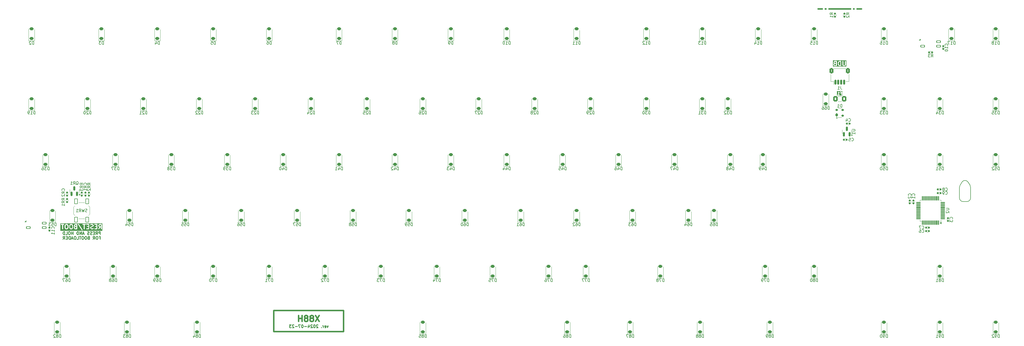
<source format=gbr>
%TF.GenerationSoftware,KiCad,Pcbnew,8.0.4*%
%TF.CreationDate,2024-07-23T15:13:34+08:00*%
%TF.ProjectId,X88H,58383848-2e6b-4696-9361-645f70636258,rev?*%
%TF.SameCoordinates,Original*%
%TF.FileFunction,Legend,Bot*%
%TF.FilePolarity,Positive*%
%FSLAX46Y46*%
G04 Gerber Fmt 4.6, Leading zero omitted, Abs format (unit mm)*
G04 Created by KiCad (PCBNEW 8.0.4) date 2024-07-23 15:13:34*
%MOMM*%
%LPD*%
G01*
G04 APERTURE LIST*
G04 Aperture macros list*
%AMRoundRect*
0 Rectangle with rounded corners*
0 $1 Rounding radius*
0 $2 $3 $4 $5 $6 $7 $8 $9 X,Y pos of 4 corners*
0 Add a 4 corners polygon primitive as box body*
4,1,4,$2,$3,$4,$5,$6,$7,$8,$9,$2,$3,0*
0 Add four circle primitives for the rounded corners*
1,1,$1+$1,$2,$3*
1,1,$1+$1,$4,$5*
1,1,$1+$1,$6,$7*
1,1,$1+$1,$8,$9*
0 Add four rect primitives between the rounded corners*
20,1,$1+$1,$2,$3,$4,$5,0*
20,1,$1+$1,$4,$5,$6,$7,0*
20,1,$1+$1,$6,$7,$8,$9,0*
20,1,$1+$1,$8,$9,$2,$3,0*%
%AMFreePoly0*
4,1,35,0.337950,0.725020,0.369330,0.718778,0.387713,0.711163,0.414316,0.693388,0.428388,0.679316,0.446163,0.652713,0.453778,0.634330,0.460020,0.602950,0.461000,0.593000,0.461000,-0.593000,0.460020,-0.602950,0.453778,-0.634330,0.446163,-0.652713,0.428388,-0.679316,0.414316,-0.693388,0.387713,-0.711163,0.369330,-0.718778,0.337950,-0.725020,0.328000,-0.726000,0.000000,-0.726000,
-0.036062,-0.711062,-0.446062,-0.301062,-0.461000,-0.265000,-0.461000,0.593000,-0.460020,0.602950,-0.453778,0.634330,-0.446163,0.652713,-0.428388,0.679316,-0.414316,0.693388,-0.387713,0.711163,-0.369330,0.718778,-0.337950,0.725020,-0.328000,0.726000,0.328000,0.726000,0.337950,0.725020,0.337950,0.725020,$1*%
G04 Aperture macros list end*
%ADD10C,0.500000*%
%ADD11C,0.250000*%
%ADD12C,0.300000*%
%ADD13C,0.150000*%
%ADD14C,0.120000*%
%ADD15C,0.200000*%
%ADD16C,0.100000*%
%ADD17C,1.852000*%
%ADD18C,4.089800*%
%ADD19C,2.402000*%
%ADD20C,3.150000*%
%ADD21C,0.702000*%
%ADD22C,0.752000*%
%ADD23O,1.102000X2.202000*%
%ADD24O,1.102000X1.702000*%
%ADD25C,2.702000*%
%ADD26RoundRect,0.250500X0.400500X-0.250500X0.400500X0.250500X-0.400500X0.250500X-0.400500X-0.250500X0*%
%ADD27RoundRect,0.100500X0.100500X-0.688000X0.100500X0.688000X-0.100500X0.688000X-0.100500X-0.688000X0*%
%ADD28RoundRect,0.100500X0.688000X-0.100500X0.688000X0.100500X-0.688000X0.100500X-0.688000X-0.100500X0*%
%ADD29RoundRect,0.160500X-0.210500X0.160500X-0.210500X-0.160500X0.210500X-0.160500X0.210500X0.160500X0*%
%ADD30RoundRect,0.160500X-0.160500X-0.210500X0.160500X-0.210500X0.160500X0.210500X-0.160500X0.210500X0*%
%ADD31RoundRect,0.165500X0.165500X0.195500X-0.165500X0.195500X-0.165500X-0.195500X0.165500X-0.195500X0*%
%ADD32RoundRect,0.051000X-0.500000X0.850000X-0.500000X-0.850000X0.500000X-0.850000X0.500000X0.850000X0*%
%ADD33RoundRect,0.092200X-0.633800X0.368800X-0.633800X-0.368800X0.633800X-0.368800X0.633800X0.368800X0*%
%ADD34FreePoly0,270.000000*%
%ADD35RoundRect,0.165500X-0.195500X0.165500X-0.195500X-0.165500X0.195500X-0.165500X0.195500X0.165500X0*%
%ADD36RoundRect,0.175500X0.175500X-0.613000X0.175500X0.613000X-0.175500X0.613000X-0.175500X-0.613000X0*%
%ADD37RoundRect,0.165500X0.195500X-0.165500X0.195500X0.165500X-0.195500X0.165500X-0.195500X-0.165500X0*%
%ADD38RoundRect,0.175500X-0.175500X-0.650500X0.175500X-0.650500X0.175500X0.650500X-0.175500X0.650500X0*%
%ADD39RoundRect,0.271250X-0.379750X-0.679750X0.379750X-0.679750X0.379750X0.679750X-0.379750X0.679750X0*%
%ADD40RoundRect,0.200500X-0.200500X-0.350500X0.200500X-0.350500X0.200500X0.350500X-0.200500X0.350500X0*%
%ADD41RoundRect,0.175500X-0.225500X-0.175500X0.225500X-0.175500X0.225500X0.175500X-0.225500X0.175500X0*%
%ADD42C,1.092600*%
%ADD43C,0.889400*%
%ADD44RoundRect,0.165500X-0.165500X-0.195500X0.165500X-0.195500X0.165500X0.195500X-0.165500X0.195500X0*%
%ADD45RoundRect,0.160500X0.210500X-0.160500X0.210500X0.160500X-0.210500X0.160500X-0.210500X-0.160500X0*%
%ADD46RoundRect,0.267895X0.495605X0.658105X-0.495605X0.658105X-0.495605X-0.658105X0.495605X-0.658105X0*%
G04 APERTURE END LIST*
D10*
X85725000Y-96043750D02*
X109537500Y-96043750D01*
X109537500Y-103187500D01*
X85725000Y-103187500D01*
X85725000Y-96043750D01*
X271206250Y6886812D02*
X286006250Y6886812D01*
X101250297Y-97741738D02*
X99916964Y-99741738D01*
X99916964Y-97741738D02*
X101250297Y-99741738D01*
X98869345Y-98598880D02*
X99059821Y-98503642D01*
X99059821Y-98503642D02*
X99155059Y-98408404D01*
X99155059Y-98408404D02*
X99250297Y-98217928D01*
X99250297Y-98217928D02*
X99250297Y-98122690D01*
X99250297Y-98122690D02*
X99155059Y-97932214D01*
X99155059Y-97932214D02*
X99059821Y-97836976D01*
X99059821Y-97836976D02*
X98869345Y-97741738D01*
X98869345Y-97741738D02*
X98488392Y-97741738D01*
X98488392Y-97741738D02*
X98297916Y-97836976D01*
X98297916Y-97836976D02*
X98202678Y-97932214D01*
X98202678Y-97932214D02*
X98107440Y-98122690D01*
X98107440Y-98122690D02*
X98107440Y-98217928D01*
X98107440Y-98217928D02*
X98202678Y-98408404D01*
X98202678Y-98408404D02*
X98297916Y-98503642D01*
X98297916Y-98503642D02*
X98488392Y-98598880D01*
X98488392Y-98598880D02*
X98869345Y-98598880D01*
X98869345Y-98598880D02*
X99059821Y-98694119D01*
X99059821Y-98694119D02*
X99155059Y-98789357D01*
X99155059Y-98789357D02*
X99250297Y-98979833D01*
X99250297Y-98979833D02*
X99250297Y-99360785D01*
X99250297Y-99360785D02*
X99155059Y-99551261D01*
X99155059Y-99551261D02*
X99059821Y-99646500D01*
X99059821Y-99646500D02*
X98869345Y-99741738D01*
X98869345Y-99741738D02*
X98488392Y-99741738D01*
X98488392Y-99741738D02*
X98297916Y-99646500D01*
X98297916Y-99646500D02*
X98202678Y-99551261D01*
X98202678Y-99551261D02*
X98107440Y-99360785D01*
X98107440Y-99360785D02*
X98107440Y-98979833D01*
X98107440Y-98979833D02*
X98202678Y-98789357D01*
X98202678Y-98789357D02*
X98297916Y-98694119D01*
X98297916Y-98694119D02*
X98488392Y-98598880D01*
X96964583Y-98598880D02*
X97155059Y-98503642D01*
X97155059Y-98503642D02*
X97250297Y-98408404D01*
X97250297Y-98408404D02*
X97345535Y-98217928D01*
X97345535Y-98217928D02*
X97345535Y-98122690D01*
X97345535Y-98122690D02*
X97250297Y-97932214D01*
X97250297Y-97932214D02*
X97155059Y-97836976D01*
X97155059Y-97836976D02*
X96964583Y-97741738D01*
X96964583Y-97741738D02*
X96583630Y-97741738D01*
X96583630Y-97741738D02*
X96393154Y-97836976D01*
X96393154Y-97836976D02*
X96297916Y-97932214D01*
X96297916Y-97932214D02*
X96202678Y-98122690D01*
X96202678Y-98122690D02*
X96202678Y-98217928D01*
X96202678Y-98217928D02*
X96297916Y-98408404D01*
X96297916Y-98408404D02*
X96393154Y-98503642D01*
X96393154Y-98503642D02*
X96583630Y-98598880D01*
X96583630Y-98598880D02*
X96964583Y-98598880D01*
X96964583Y-98598880D02*
X97155059Y-98694119D01*
X97155059Y-98694119D02*
X97250297Y-98789357D01*
X97250297Y-98789357D02*
X97345535Y-98979833D01*
X97345535Y-98979833D02*
X97345535Y-99360785D01*
X97345535Y-99360785D02*
X97250297Y-99551261D01*
X97250297Y-99551261D02*
X97155059Y-99646500D01*
X97155059Y-99646500D02*
X96964583Y-99741738D01*
X96964583Y-99741738D02*
X96583630Y-99741738D01*
X96583630Y-99741738D02*
X96393154Y-99646500D01*
X96393154Y-99646500D02*
X96297916Y-99551261D01*
X96297916Y-99551261D02*
X96202678Y-99360785D01*
X96202678Y-99360785D02*
X96202678Y-98979833D01*
X96202678Y-98979833D02*
X96297916Y-98789357D01*
X96297916Y-98789357D02*
X96393154Y-98694119D01*
X96393154Y-98694119D02*
X96583630Y-98598880D01*
X95345535Y-99741738D02*
X95345535Y-97741738D01*
X95345535Y-98694119D02*
X94202678Y-98694119D01*
X94202678Y-99741738D02*
X94202678Y-97741738D01*
D11*
X26573958Y-70090869D02*
X26573958Y-69090869D01*
X26573958Y-69090869D02*
X26193006Y-69090869D01*
X26193006Y-69090869D02*
X26097768Y-69138488D01*
X26097768Y-69138488D02*
X26050149Y-69186107D01*
X26050149Y-69186107D02*
X26002530Y-69281345D01*
X26002530Y-69281345D02*
X26002530Y-69424202D01*
X26002530Y-69424202D02*
X26050149Y-69519440D01*
X26050149Y-69519440D02*
X26097768Y-69567059D01*
X26097768Y-69567059D02*
X26193006Y-69614678D01*
X26193006Y-69614678D02*
X26573958Y-69614678D01*
X25002530Y-70090869D02*
X25335863Y-69614678D01*
X25573958Y-70090869D02*
X25573958Y-69090869D01*
X25573958Y-69090869D02*
X25193006Y-69090869D01*
X25193006Y-69090869D02*
X25097768Y-69138488D01*
X25097768Y-69138488D02*
X25050149Y-69186107D01*
X25050149Y-69186107D02*
X25002530Y-69281345D01*
X25002530Y-69281345D02*
X25002530Y-69424202D01*
X25002530Y-69424202D02*
X25050149Y-69519440D01*
X25050149Y-69519440D02*
X25097768Y-69567059D01*
X25097768Y-69567059D02*
X25193006Y-69614678D01*
X25193006Y-69614678D02*
X25573958Y-69614678D01*
X24573958Y-69567059D02*
X24240625Y-69567059D01*
X24097768Y-70090869D02*
X24573958Y-70090869D01*
X24573958Y-70090869D02*
X24573958Y-69090869D01*
X24573958Y-69090869D02*
X24097768Y-69090869D01*
X23716815Y-70043250D02*
X23573958Y-70090869D01*
X23573958Y-70090869D02*
X23335863Y-70090869D01*
X23335863Y-70090869D02*
X23240625Y-70043250D01*
X23240625Y-70043250D02*
X23193006Y-69995630D01*
X23193006Y-69995630D02*
X23145387Y-69900392D01*
X23145387Y-69900392D02*
X23145387Y-69805154D01*
X23145387Y-69805154D02*
X23193006Y-69709916D01*
X23193006Y-69709916D02*
X23240625Y-69662297D01*
X23240625Y-69662297D02*
X23335863Y-69614678D01*
X23335863Y-69614678D02*
X23526339Y-69567059D01*
X23526339Y-69567059D02*
X23621577Y-69519440D01*
X23621577Y-69519440D02*
X23669196Y-69471821D01*
X23669196Y-69471821D02*
X23716815Y-69376583D01*
X23716815Y-69376583D02*
X23716815Y-69281345D01*
X23716815Y-69281345D02*
X23669196Y-69186107D01*
X23669196Y-69186107D02*
X23621577Y-69138488D01*
X23621577Y-69138488D02*
X23526339Y-69090869D01*
X23526339Y-69090869D02*
X23288244Y-69090869D01*
X23288244Y-69090869D02*
X23145387Y-69138488D01*
X22764434Y-70043250D02*
X22621577Y-70090869D01*
X22621577Y-70090869D02*
X22383482Y-70090869D01*
X22383482Y-70090869D02*
X22288244Y-70043250D01*
X22288244Y-70043250D02*
X22240625Y-69995630D01*
X22240625Y-69995630D02*
X22193006Y-69900392D01*
X22193006Y-69900392D02*
X22193006Y-69805154D01*
X22193006Y-69805154D02*
X22240625Y-69709916D01*
X22240625Y-69709916D02*
X22288244Y-69662297D01*
X22288244Y-69662297D02*
X22383482Y-69614678D01*
X22383482Y-69614678D02*
X22573958Y-69567059D01*
X22573958Y-69567059D02*
X22669196Y-69519440D01*
X22669196Y-69519440D02*
X22716815Y-69471821D01*
X22716815Y-69471821D02*
X22764434Y-69376583D01*
X22764434Y-69376583D02*
X22764434Y-69281345D01*
X22764434Y-69281345D02*
X22716815Y-69186107D01*
X22716815Y-69186107D02*
X22669196Y-69138488D01*
X22669196Y-69138488D02*
X22573958Y-69090869D01*
X22573958Y-69090869D02*
X22335863Y-69090869D01*
X22335863Y-69090869D02*
X22193006Y-69138488D01*
X21050148Y-69805154D02*
X20573958Y-69805154D01*
X21145386Y-70090869D02*
X20812053Y-69090869D01*
X20812053Y-69090869D02*
X20478720Y-70090869D01*
X20145386Y-70090869D02*
X20145386Y-69090869D01*
X20145386Y-69090869D02*
X19573958Y-70090869D01*
X19573958Y-70090869D02*
X19573958Y-69090869D01*
X19097767Y-70090869D02*
X19097767Y-69090869D01*
X19097767Y-69090869D02*
X18859672Y-69090869D01*
X18859672Y-69090869D02*
X18716815Y-69138488D01*
X18716815Y-69138488D02*
X18621577Y-69233726D01*
X18621577Y-69233726D02*
X18573958Y-69328964D01*
X18573958Y-69328964D02*
X18526339Y-69519440D01*
X18526339Y-69519440D02*
X18526339Y-69662297D01*
X18526339Y-69662297D02*
X18573958Y-69852773D01*
X18573958Y-69852773D02*
X18621577Y-69948011D01*
X18621577Y-69948011D02*
X18716815Y-70043250D01*
X18716815Y-70043250D02*
X18859672Y-70090869D01*
X18859672Y-70090869D02*
X19097767Y-70090869D01*
X17335862Y-70090869D02*
X17335862Y-69090869D01*
X17335862Y-69567059D02*
X16764434Y-69567059D01*
X16764434Y-70090869D02*
X16764434Y-69090869D01*
X16097767Y-69090869D02*
X15907291Y-69090869D01*
X15907291Y-69090869D02*
X15812053Y-69138488D01*
X15812053Y-69138488D02*
X15716815Y-69233726D01*
X15716815Y-69233726D02*
X15669196Y-69424202D01*
X15669196Y-69424202D02*
X15669196Y-69757535D01*
X15669196Y-69757535D02*
X15716815Y-69948011D01*
X15716815Y-69948011D02*
X15812053Y-70043250D01*
X15812053Y-70043250D02*
X15907291Y-70090869D01*
X15907291Y-70090869D02*
X16097767Y-70090869D01*
X16097767Y-70090869D02*
X16193005Y-70043250D01*
X16193005Y-70043250D02*
X16288243Y-69948011D01*
X16288243Y-69948011D02*
X16335862Y-69757535D01*
X16335862Y-69757535D02*
X16335862Y-69424202D01*
X16335862Y-69424202D02*
X16288243Y-69233726D01*
X16288243Y-69233726D02*
X16193005Y-69138488D01*
X16193005Y-69138488D02*
X16097767Y-69090869D01*
X14764434Y-70090869D02*
X15240624Y-70090869D01*
X15240624Y-70090869D02*
X15240624Y-69090869D01*
X14431100Y-70090869D02*
X14431100Y-69090869D01*
X14431100Y-69090869D02*
X14193005Y-69090869D01*
X14193005Y-69090869D02*
X14050148Y-69138488D01*
X14050148Y-69138488D02*
X13954910Y-69233726D01*
X13954910Y-69233726D02*
X13907291Y-69328964D01*
X13907291Y-69328964D02*
X13859672Y-69519440D01*
X13859672Y-69519440D02*
X13859672Y-69662297D01*
X13859672Y-69662297D02*
X13907291Y-69852773D01*
X13907291Y-69852773D02*
X13954910Y-69948011D01*
X13954910Y-69948011D02*
X14050148Y-70043250D01*
X14050148Y-70043250D02*
X14193005Y-70090869D01*
X14193005Y-70090869D02*
X14431100Y-70090869D01*
X26240625Y-71177003D02*
X26573958Y-71177003D01*
X26573958Y-71700813D02*
X26573958Y-70700813D01*
X26573958Y-70700813D02*
X26097768Y-70700813D01*
X25526339Y-70700813D02*
X25335863Y-70700813D01*
X25335863Y-70700813D02*
X25240625Y-70748432D01*
X25240625Y-70748432D02*
X25145387Y-70843670D01*
X25145387Y-70843670D02*
X25097768Y-71034146D01*
X25097768Y-71034146D02*
X25097768Y-71367479D01*
X25097768Y-71367479D02*
X25145387Y-71557955D01*
X25145387Y-71557955D02*
X25240625Y-71653194D01*
X25240625Y-71653194D02*
X25335863Y-71700813D01*
X25335863Y-71700813D02*
X25526339Y-71700813D01*
X25526339Y-71700813D02*
X25621577Y-71653194D01*
X25621577Y-71653194D02*
X25716815Y-71557955D01*
X25716815Y-71557955D02*
X25764434Y-71367479D01*
X25764434Y-71367479D02*
X25764434Y-71034146D01*
X25764434Y-71034146D02*
X25716815Y-70843670D01*
X25716815Y-70843670D02*
X25621577Y-70748432D01*
X25621577Y-70748432D02*
X25526339Y-70700813D01*
X24097768Y-71700813D02*
X24431101Y-71224622D01*
X24669196Y-71700813D02*
X24669196Y-70700813D01*
X24669196Y-70700813D02*
X24288244Y-70700813D01*
X24288244Y-70700813D02*
X24193006Y-70748432D01*
X24193006Y-70748432D02*
X24145387Y-70796051D01*
X24145387Y-70796051D02*
X24097768Y-70891289D01*
X24097768Y-70891289D02*
X24097768Y-71034146D01*
X24097768Y-71034146D02*
X24145387Y-71129384D01*
X24145387Y-71129384D02*
X24193006Y-71177003D01*
X24193006Y-71177003D02*
X24288244Y-71224622D01*
X24288244Y-71224622D02*
X24669196Y-71224622D01*
X22573958Y-71177003D02*
X22431101Y-71224622D01*
X22431101Y-71224622D02*
X22383482Y-71272241D01*
X22383482Y-71272241D02*
X22335863Y-71367479D01*
X22335863Y-71367479D02*
X22335863Y-71510336D01*
X22335863Y-71510336D02*
X22383482Y-71605574D01*
X22383482Y-71605574D02*
X22431101Y-71653194D01*
X22431101Y-71653194D02*
X22526339Y-71700813D01*
X22526339Y-71700813D02*
X22907291Y-71700813D01*
X22907291Y-71700813D02*
X22907291Y-70700813D01*
X22907291Y-70700813D02*
X22573958Y-70700813D01*
X22573958Y-70700813D02*
X22478720Y-70748432D01*
X22478720Y-70748432D02*
X22431101Y-70796051D01*
X22431101Y-70796051D02*
X22383482Y-70891289D01*
X22383482Y-70891289D02*
X22383482Y-70986527D01*
X22383482Y-70986527D02*
X22431101Y-71081765D01*
X22431101Y-71081765D02*
X22478720Y-71129384D01*
X22478720Y-71129384D02*
X22573958Y-71177003D01*
X22573958Y-71177003D02*
X22907291Y-71177003D01*
X21716815Y-70700813D02*
X21526339Y-70700813D01*
X21526339Y-70700813D02*
X21431101Y-70748432D01*
X21431101Y-70748432D02*
X21335863Y-70843670D01*
X21335863Y-70843670D02*
X21288244Y-71034146D01*
X21288244Y-71034146D02*
X21288244Y-71367479D01*
X21288244Y-71367479D02*
X21335863Y-71557955D01*
X21335863Y-71557955D02*
X21431101Y-71653194D01*
X21431101Y-71653194D02*
X21526339Y-71700813D01*
X21526339Y-71700813D02*
X21716815Y-71700813D01*
X21716815Y-71700813D02*
X21812053Y-71653194D01*
X21812053Y-71653194D02*
X21907291Y-71557955D01*
X21907291Y-71557955D02*
X21954910Y-71367479D01*
X21954910Y-71367479D02*
X21954910Y-71034146D01*
X21954910Y-71034146D02*
X21907291Y-70843670D01*
X21907291Y-70843670D02*
X21812053Y-70748432D01*
X21812053Y-70748432D02*
X21716815Y-70700813D01*
X20669196Y-70700813D02*
X20478720Y-70700813D01*
X20478720Y-70700813D02*
X20383482Y-70748432D01*
X20383482Y-70748432D02*
X20288244Y-70843670D01*
X20288244Y-70843670D02*
X20240625Y-71034146D01*
X20240625Y-71034146D02*
X20240625Y-71367479D01*
X20240625Y-71367479D02*
X20288244Y-71557955D01*
X20288244Y-71557955D02*
X20383482Y-71653194D01*
X20383482Y-71653194D02*
X20478720Y-71700813D01*
X20478720Y-71700813D02*
X20669196Y-71700813D01*
X20669196Y-71700813D02*
X20764434Y-71653194D01*
X20764434Y-71653194D02*
X20859672Y-71557955D01*
X20859672Y-71557955D02*
X20907291Y-71367479D01*
X20907291Y-71367479D02*
X20907291Y-71034146D01*
X20907291Y-71034146D02*
X20859672Y-70843670D01*
X20859672Y-70843670D02*
X20764434Y-70748432D01*
X20764434Y-70748432D02*
X20669196Y-70700813D01*
X19954910Y-70700813D02*
X19383482Y-70700813D01*
X19669196Y-71700813D02*
X19669196Y-70700813D01*
X18573958Y-71700813D02*
X19050148Y-71700813D01*
X19050148Y-71700813D02*
X19050148Y-70700813D01*
X18050148Y-70700813D02*
X17859672Y-70700813D01*
X17859672Y-70700813D02*
X17764434Y-70748432D01*
X17764434Y-70748432D02*
X17669196Y-70843670D01*
X17669196Y-70843670D02*
X17621577Y-71034146D01*
X17621577Y-71034146D02*
X17621577Y-71367479D01*
X17621577Y-71367479D02*
X17669196Y-71557955D01*
X17669196Y-71557955D02*
X17764434Y-71653194D01*
X17764434Y-71653194D02*
X17859672Y-71700813D01*
X17859672Y-71700813D02*
X18050148Y-71700813D01*
X18050148Y-71700813D02*
X18145386Y-71653194D01*
X18145386Y-71653194D02*
X18240624Y-71557955D01*
X18240624Y-71557955D02*
X18288243Y-71367479D01*
X18288243Y-71367479D02*
X18288243Y-71034146D01*
X18288243Y-71034146D02*
X18240624Y-70843670D01*
X18240624Y-70843670D02*
X18145386Y-70748432D01*
X18145386Y-70748432D02*
X18050148Y-70700813D01*
X17240624Y-71415098D02*
X16764434Y-71415098D01*
X17335862Y-71700813D02*
X17002529Y-70700813D01*
X17002529Y-70700813D02*
X16669196Y-71700813D01*
X16335862Y-71700813D02*
X16335862Y-70700813D01*
X16335862Y-70700813D02*
X16097767Y-70700813D01*
X16097767Y-70700813D02*
X15954910Y-70748432D01*
X15954910Y-70748432D02*
X15859672Y-70843670D01*
X15859672Y-70843670D02*
X15812053Y-70938908D01*
X15812053Y-70938908D02*
X15764434Y-71129384D01*
X15764434Y-71129384D02*
X15764434Y-71272241D01*
X15764434Y-71272241D02*
X15812053Y-71462717D01*
X15812053Y-71462717D02*
X15859672Y-71557955D01*
X15859672Y-71557955D02*
X15954910Y-71653194D01*
X15954910Y-71653194D02*
X16097767Y-71700813D01*
X16097767Y-71700813D02*
X16335862Y-71700813D01*
X15335862Y-71177003D02*
X15002529Y-71177003D01*
X14859672Y-71700813D02*
X15335862Y-71700813D01*
X15335862Y-71700813D02*
X15335862Y-70700813D01*
X15335862Y-70700813D02*
X14859672Y-70700813D01*
X13859672Y-71700813D02*
X14193005Y-71224622D01*
X14431100Y-71700813D02*
X14431100Y-70700813D01*
X14431100Y-70700813D02*
X14050148Y-70700813D01*
X14050148Y-70700813D02*
X13954910Y-70748432D01*
X13954910Y-70748432D02*
X13907291Y-70796051D01*
X13907291Y-70796051D02*
X13859672Y-70891289D01*
X13859672Y-70891289D02*
X13859672Y-71034146D01*
X13859672Y-71034146D02*
X13907291Y-71129384D01*
X13907291Y-71129384D02*
X13954910Y-71177003D01*
X13954910Y-71177003D02*
X14050148Y-71224622D01*
X14050148Y-71224622D02*
X14431100Y-71224622D01*
D12*
G36*
X15294628Y-66841785D02*
G01*
X15390894Y-66938051D01*
X15447767Y-67165541D01*
X15447767Y-67628614D01*
X15390894Y-67856104D01*
X15294628Y-67952371D01*
X15205215Y-67997078D01*
X14990320Y-67997078D01*
X14900907Y-67952371D01*
X14804640Y-67856104D01*
X14747767Y-67628612D01*
X14747767Y-67165543D01*
X14804640Y-66938051D01*
X14900907Y-66841784D01*
X14990320Y-66797078D01*
X15205214Y-66797078D01*
X15294628Y-66841785D01*
G37*
G36*
X16866057Y-66841785D02*
G01*
X16962323Y-66938051D01*
X17019196Y-67165541D01*
X17019196Y-67628614D01*
X16962323Y-67856104D01*
X16866057Y-67952371D01*
X16776644Y-67997078D01*
X16561749Y-67997078D01*
X16472336Y-67952371D01*
X16376069Y-67856104D01*
X16319196Y-67628612D01*
X16319196Y-67165543D01*
X16376069Y-66938051D01*
X16472336Y-66841784D01*
X16561749Y-66797078D01*
X16776643Y-66797078D01*
X16866057Y-66841785D01*
G37*
G36*
X18447768Y-67997078D02*
G01*
X18061749Y-67997078D01*
X17972335Y-67952371D01*
X17935330Y-67915366D01*
X17890625Y-67825954D01*
X17890625Y-67682487D01*
X17935330Y-67593075D01*
X17964508Y-67563897D01*
X18122111Y-67511364D01*
X18447768Y-67511364D01*
X18447768Y-67997078D01*
G37*
G36*
X18447768Y-67211364D02*
G01*
X18133178Y-67211364D01*
X18043764Y-67166656D01*
X18006760Y-67129653D01*
X17962053Y-67040239D01*
X17962053Y-66968202D01*
X18006760Y-66878788D01*
X18043764Y-66841785D01*
X18133178Y-66797078D01*
X18447768Y-66797078D01*
X18447768Y-67211364D01*
G37*
G36*
X26804911Y-67282792D02*
G01*
X26418892Y-67282792D01*
X26329478Y-67238085D01*
X26292473Y-67201080D01*
X26247768Y-67111668D01*
X26247768Y-66968201D01*
X26292473Y-66878790D01*
X26329478Y-66841785D01*
X26418892Y-66797078D01*
X26804911Y-66797078D01*
X26804911Y-67282792D01*
G37*
G36*
X27271578Y-68820888D02*
G01*
X12998268Y-68820888D01*
X12998268Y-66617814D01*
X13164935Y-66617814D01*
X13164935Y-66676342D01*
X13187333Y-66730414D01*
X13228717Y-66771798D01*
X13282789Y-66794196D01*
X13312053Y-66797078D01*
X13590624Y-66797078D01*
X13590624Y-68147078D01*
X13593506Y-68176342D01*
X13615904Y-68230414D01*
X13657288Y-68271798D01*
X13711360Y-68294196D01*
X13769888Y-68294196D01*
X13823960Y-68271798D01*
X13865344Y-68230414D01*
X13887742Y-68176342D01*
X13890624Y-68147078D01*
X13890624Y-67147078D01*
X14447767Y-67147078D01*
X14447767Y-67647078D01*
X14448269Y-67652181D01*
X14447944Y-67654369D01*
X14449563Y-67665320D01*
X14450649Y-67676342D01*
X14451495Y-67678386D01*
X14452246Y-67683459D01*
X14523675Y-67969172D01*
X14533568Y-67996863D01*
X14540207Y-68005823D01*
X14544475Y-68016127D01*
X14563130Y-68038858D01*
X14705987Y-68181716D01*
X14717493Y-68191159D01*
X14720086Y-68194149D01*
X14724591Y-68196985D01*
X14728717Y-68200371D01*
X14732380Y-68201888D01*
X14744971Y-68209814D01*
X14887829Y-68281242D01*
X14915292Y-68291752D01*
X14920667Y-68292133D01*
X14925646Y-68294196D01*
X14954910Y-68297078D01*
X15240624Y-68297078D01*
X15269888Y-68294196D01*
X15274866Y-68292133D01*
X15280242Y-68291752D01*
X15307705Y-68281242D01*
X15450564Y-68209814D01*
X15463154Y-68201888D01*
X15466818Y-68200371D01*
X15470943Y-68196985D01*
X15475449Y-68194149D01*
X15478042Y-68191159D01*
X15489548Y-68181716D01*
X15632405Y-68038858D01*
X15651060Y-68016127D01*
X15655327Y-68005823D01*
X15661967Y-67996863D01*
X15671860Y-67969172D01*
X15743288Y-67683458D01*
X15744037Y-67678386D01*
X15744885Y-67676342D01*
X15745970Y-67665319D01*
X15747590Y-67654369D01*
X15747264Y-67652181D01*
X15747767Y-67647078D01*
X15747767Y-67147078D01*
X16019196Y-67147078D01*
X16019196Y-67647078D01*
X16019698Y-67652181D01*
X16019373Y-67654369D01*
X16020992Y-67665320D01*
X16022078Y-67676342D01*
X16022924Y-67678386D01*
X16023675Y-67683459D01*
X16095104Y-67969172D01*
X16104997Y-67996863D01*
X16111636Y-68005823D01*
X16115904Y-68016127D01*
X16134559Y-68038858D01*
X16277416Y-68181716D01*
X16288922Y-68191159D01*
X16291515Y-68194149D01*
X16296020Y-68196985D01*
X16300146Y-68200371D01*
X16303809Y-68201888D01*
X16316400Y-68209814D01*
X16459258Y-68281242D01*
X16486721Y-68291752D01*
X16492096Y-68292133D01*
X16497075Y-68294196D01*
X16526339Y-68297078D01*
X16812053Y-68297078D01*
X16841317Y-68294196D01*
X16846295Y-68292133D01*
X16851671Y-68291752D01*
X16879134Y-68281242D01*
X17021993Y-68209814D01*
X17034583Y-68201888D01*
X17038247Y-68200371D01*
X17042372Y-68196985D01*
X17046878Y-68194149D01*
X17049471Y-68191159D01*
X17060977Y-68181716D01*
X17203834Y-68038858D01*
X17222489Y-68016127D01*
X17226756Y-68005823D01*
X17233396Y-67996863D01*
X17243289Y-67969172D01*
X17314717Y-67683458D01*
X17315466Y-67678386D01*
X17316314Y-67676342D01*
X17317399Y-67665319D01*
X17319019Y-67654369D01*
X17318693Y-67652181D01*
X17319196Y-67647078D01*
X17590625Y-67647078D01*
X17590625Y-67861364D01*
X17593507Y-67890628D01*
X17595569Y-67895606D01*
X17595951Y-67900982D01*
X17606461Y-67928446D01*
X17677889Y-68071303D01*
X17685816Y-68083896D01*
X17687332Y-68087556D01*
X17690713Y-68091675D01*
X17693554Y-68096189D01*
X17696547Y-68098785D01*
X17705987Y-68110287D01*
X17777416Y-68181716D01*
X17788920Y-68191157D01*
X17791515Y-68194149D01*
X17796024Y-68196987D01*
X17800147Y-68200371D01*
X17803808Y-68201887D01*
X17816400Y-68209814D01*
X17959258Y-68281242D01*
X17986721Y-68291752D01*
X17992096Y-68292133D01*
X17997075Y-68294196D01*
X18026339Y-68297078D01*
X18597768Y-68297078D01*
X18627032Y-68294196D01*
X18681104Y-68271798D01*
X18722488Y-68230414D01*
X18744886Y-68176342D01*
X18747768Y-68147078D01*
X18747768Y-66647078D01*
X18744886Y-66617814D01*
X18727355Y-66575492D01*
X18947768Y-66575492D01*
X18959126Y-66632907D01*
X18972960Y-66658855D01*
X20258675Y-68587426D01*
X20277305Y-68610177D01*
X20325935Y-68642743D01*
X20383325Y-68654221D01*
X20440739Y-68642863D01*
X20489438Y-68610398D01*
X20522004Y-68561768D01*
X20533482Y-68504379D01*
X20522124Y-68446964D01*
X20508290Y-68421016D01*
X19306155Y-66617814D01*
X20522079Y-66617814D01*
X20522079Y-66676342D01*
X20544477Y-66730414D01*
X20585861Y-66771798D01*
X20639933Y-66794196D01*
X20669197Y-66797078D01*
X20947768Y-66797078D01*
X20947768Y-68147078D01*
X20950650Y-68176342D01*
X20973048Y-68230414D01*
X21014432Y-68271798D01*
X21068504Y-68294196D01*
X21127032Y-68294196D01*
X21181104Y-68271798D01*
X21222488Y-68230414D01*
X21244886Y-68176342D01*
X21247768Y-68147078D01*
X21247768Y-66797078D01*
X21526339Y-66797078D01*
X21555603Y-66794196D01*
X21609675Y-66771798D01*
X21651059Y-66730414D01*
X21673457Y-66676342D01*
X21673457Y-66617814D01*
X21807793Y-66617814D01*
X21807793Y-66676342D01*
X21830191Y-66730414D01*
X21871575Y-66771798D01*
X21925647Y-66794196D01*
X21954911Y-66797078D01*
X22519197Y-66797078D01*
X22519197Y-67211364D01*
X22169197Y-67211364D01*
X22139933Y-67214246D01*
X22085861Y-67236644D01*
X22044477Y-67278028D01*
X22022079Y-67332100D01*
X22022079Y-67390628D01*
X22044477Y-67444700D01*
X22085861Y-67486084D01*
X22139933Y-67508482D01*
X22169197Y-67511364D01*
X22519197Y-67511364D01*
X22519197Y-67997078D01*
X21954911Y-67997078D01*
X21925647Y-67999960D01*
X21871575Y-68022358D01*
X21830191Y-68063742D01*
X21807793Y-68117814D01*
X21807793Y-68176342D01*
X21830191Y-68230414D01*
X21871575Y-68271798D01*
X21925647Y-68294196D01*
X21954911Y-68297078D01*
X22669197Y-68297078D01*
X22698461Y-68294196D01*
X22752533Y-68271798D01*
X22793917Y-68230414D01*
X22816315Y-68176342D01*
X22819197Y-68147078D01*
X22819197Y-67718507D01*
X23162053Y-67718507D01*
X23162053Y-67861364D01*
X23164935Y-67890628D01*
X23166998Y-67895608D01*
X23167380Y-67900983D01*
X23177889Y-67928446D01*
X23249318Y-68071303D01*
X23257245Y-68083896D01*
X23258761Y-68087556D01*
X23262142Y-68091675D01*
X23264983Y-68096189D01*
X23267976Y-68098785D01*
X23277416Y-68110287D01*
X23348845Y-68181716D01*
X23360349Y-68191157D01*
X23362944Y-68194149D01*
X23367453Y-68196987D01*
X23371576Y-68200371D01*
X23375237Y-68201887D01*
X23387829Y-68209814D01*
X23530687Y-68281242D01*
X23558150Y-68291752D01*
X23563525Y-68292133D01*
X23568504Y-68294196D01*
X23597768Y-68297078D01*
X23954911Y-68297078D01*
X23969716Y-68295619D01*
X23973671Y-68295901D01*
X23978872Y-68294718D01*
X23984175Y-68294196D01*
X23987832Y-68292680D01*
X24002345Y-68289381D01*
X24216630Y-68217953D01*
X24243481Y-68205964D01*
X24287695Y-68167617D01*
X24313869Y-68115270D01*
X24318018Y-68056890D01*
X24299510Y-68001365D01*
X24261163Y-67957151D01*
X24208816Y-67930977D01*
X24150436Y-67926828D01*
X24121762Y-67933347D01*
X23930568Y-67997078D01*
X23633178Y-67997078D01*
X23543764Y-67952371D01*
X23506760Y-67915367D01*
X23462053Y-67825953D01*
X23462053Y-67753917D01*
X23506760Y-67664503D01*
X23543765Y-67627498D01*
X23650124Y-67574319D01*
X23919862Y-67506885D01*
X23922020Y-67506113D01*
X23923101Y-67506037D01*
X23935275Y-67501378D01*
X23947553Y-67496992D01*
X23948423Y-67496347D01*
X23950564Y-67495528D01*
X24093421Y-67424099D01*
X24106016Y-67416170D01*
X24109673Y-67414656D01*
X24113790Y-67411276D01*
X24118307Y-67408434D01*
X24120904Y-67405439D01*
X24132404Y-67396002D01*
X24203833Y-67324574D01*
X24213275Y-67313068D01*
X24216267Y-67310474D01*
X24219106Y-67305963D01*
X24222488Y-67301843D01*
X24224003Y-67298183D01*
X24231932Y-67285589D01*
X24303360Y-67142731D01*
X24313870Y-67115268D01*
X24314251Y-67109892D01*
X24316314Y-67104914D01*
X24319196Y-67075650D01*
X24319196Y-66932792D01*
X24316314Y-66903528D01*
X24314251Y-66898549D01*
X24313870Y-66893174D01*
X24303360Y-66865711D01*
X24231932Y-66722853D01*
X24224003Y-66710258D01*
X24222488Y-66706599D01*
X24219106Y-66702478D01*
X24216267Y-66697968D01*
X24213275Y-66695373D01*
X24203833Y-66683868D01*
X24137778Y-66617814D01*
X24593507Y-66617814D01*
X24593507Y-66676342D01*
X24615905Y-66730414D01*
X24657289Y-66771798D01*
X24711361Y-66794196D01*
X24740625Y-66797078D01*
X25304911Y-66797078D01*
X25304911Y-67211364D01*
X24954911Y-67211364D01*
X24925647Y-67214246D01*
X24871575Y-67236644D01*
X24830191Y-67278028D01*
X24807793Y-67332100D01*
X24807793Y-67390628D01*
X24830191Y-67444700D01*
X24871575Y-67486084D01*
X24925647Y-67508482D01*
X24954911Y-67511364D01*
X25304911Y-67511364D01*
X25304911Y-67997078D01*
X24740625Y-67997078D01*
X24711361Y-67999960D01*
X24657289Y-68022358D01*
X24615905Y-68063742D01*
X24593507Y-68117814D01*
X24593507Y-68176342D01*
X24615905Y-68230414D01*
X24657289Y-68271798D01*
X24711361Y-68294196D01*
X24740625Y-68297078D01*
X25454911Y-68297078D01*
X25484175Y-68294196D01*
X25538247Y-68271798D01*
X25579631Y-68230414D01*
X25602029Y-68176342D01*
X25604911Y-68147078D01*
X25604911Y-66932792D01*
X25947768Y-66932792D01*
X25947768Y-67147078D01*
X25950650Y-67176342D01*
X25952712Y-67181320D01*
X25953094Y-67186696D01*
X25963604Y-67214160D01*
X26035032Y-67357017D01*
X26042959Y-67369610D01*
X26044475Y-67373270D01*
X26047856Y-67377389D01*
X26050697Y-67381903D01*
X26053690Y-67384499D01*
X26063130Y-67396001D01*
X26134559Y-67467430D01*
X26146063Y-67476871D01*
X26148658Y-67479863D01*
X26153167Y-67482701D01*
X26157290Y-67486085D01*
X26160951Y-67487601D01*
X26173543Y-67495528D01*
X26316401Y-67566956D01*
X26319835Y-67568270D01*
X25974883Y-68061059D01*
X25960462Y-68086685D01*
X25947803Y-68143827D01*
X25957974Y-68201463D01*
X25989427Y-68250820D01*
X26037375Y-68284384D01*
X26094517Y-68297043D01*
X26152153Y-68286872D01*
X26201510Y-68255419D01*
X26220653Y-68233097D01*
X26675866Y-67582792D01*
X26804911Y-67582792D01*
X26804911Y-68147078D01*
X26807793Y-68176342D01*
X26830191Y-68230414D01*
X26871575Y-68271798D01*
X26925647Y-68294196D01*
X26984175Y-68294196D01*
X27038247Y-68271798D01*
X27079631Y-68230414D01*
X27102029Y-68176342D01*
X27104911Y-68147078D01*
X27104911Y-66647078D01*
X27102029Y-66617814D01*
X27079631Y-66563742D01*
X27038247Y-66522358D01*
X26984175Y-66499960D01*
X26954911Y-66497078D01*
X26383482Y-66497078D01*
X26354218Y-66499960D01*
X26349237Y-66502023D01*
X26343863Y-66502405D01*
X26316399Y-66512914D01*
X26173543Y-66584343D01*
X26160949Y-66592270D01*
X26157290Y-66593786D01*
X26153169Y-66597167D01*
X26148657Y-66600008D01*
X26146060Y-66603001D01*
X26134560Y-66612440D01*
X26063131Y-66683868D01*
X26053691Y-66695370D01*
X26050697Y-66697967D01*
X26047855Y-66702481D01*
X26044476Y-66706599D01*
X26042960Y-66710257D01*
X26035032Y-66722853D01*
X25963604Y-66865710D01*
X25953094Y-66893174D01*
X25952712Y-66898549D01*
X25950650Y-66903528D01*
X25947768Y-66932792D01*
X25604911Y-66932792D01*
X25604911Y-66647078D01*
X25602029Y-66617814D01*
X25579631Y-66563742D01*
X25538247Y-66522358D01*
X25484175Y-66499960D01*
X25454911Y-66497078D01*
X24740625Y-66497078D01*
X24711361Y-66499960D01*
X24657289Y-66522358D01*
X24615905Y-66563742D01*
X24593507Y-66617814D01*
X24137778Y-66617814D01*
X24132404Y-66612440D01*
X24120904Y-66603002D01*
X24118307Y-66600008D01*
X24113790Y-66597165D01*
X24109673Y-66593786D01*
X24106016Y-66592271D01*
X24093421Y-66584343D01*
X23950564Y-66512914D01*
X23923101Y-66502405D01*
X23917726Y-66502023D01*
X23912746Y-66499960D01*
X23883482Y-66497078D01*
X23526339Y-66497078D01*
X23511527Y-66498536D01*
X23507578Y-66498256D01*
X23502383Y-66499437D01*
X23497075Y-66499960D01*
X23493413Y-66501476D01*
X23478904Y-66504776D01*
X23264619Y-66576205D01*
X23237768Y-66588193D01*
X23193553Y-66626541D01*
X23167380Y-66678888D01*
X23163231Y-66737268D01*
X23181739Y-66792792D01*
X23220087Y-66837007D01*
X23272434Y-66863180D01*
X23330814Y-66867329D01*
X23359487Y-66860809D01*
X23550682Y-66797078D01*
X23848072Y-66797078D01*
X23937486Y-66841785D01*
X23974490Y-66878789D01*
X24019196Y-66968201D01*
X24019196Y-67040240D01*
X23974490Y-67129652D01*
X23937486Y-67166656D01*
X23831125Y-67219837D01*
X23561388Y-67287271D01*
X23559229Y-67288042D01*
X23558149Y-67288119D01*
X23545968Y-67292779D01*
X23533697Y-67297164D01*
X23532827Y-67297808D01*
X23530685Y-67298628D01*
X23387829Y-67370057D01*
X23375235Y-67377984D01*
X23371576Y-67379500D01*
X23367456Y-67382881D01*
X23362943Y-67385722D01*
X23360346Y-67388716D01*
X23348845Y-67398155D01*
X23277416Y-67469584D01*
X23267976Y-67481085D01*
X23264983Y-67483682D01*
X23262142Y-67488195D01*
X23258761Y-67492315D01*
X23257245Y-67495974D01*
X23249318Y-67508568D01*
X23177889Y-67651425D01*
X23167380Y-67678888D01*
X23166998Y-67684262D01*
X23164935Y-67689243D01*
X23162053Y-67718507D01*
X22819197Y-67718507D01*
X22819197Y-66647078D01*
X22816315Y-66617814D01*
X22793917Y-66563742D01*
X22752533Y-66522358D01*
X22698461Y-66499960D01*
X22669197Y-66497078D01*
X21954911Y-66497078D01*
X21925647Y-66499960D01*
X21871575Y-66522358D01*
X21830191Y-66563742D01*
X21807793Y-66617814D01*
X21673457Y-66617814D01*
X21651059Y-66563742D01*
X21609675Y-66522358D01*
X21555603Y-66499960D01*
X21526339Y-66497078D01*
X20669197Y-66497078D01*
X20639933Y-66499960D01*
X20585861Y-66522358D01*
X20544477Y-66563742D01*
X20522079Y-66617814D01*
X19306155Y-66617814D01*
X19222576Y-66492445D01*
X19203945Y-66469694D01*
X19155315Y-66437128D01*
X19097926Y-66425650D01*
X19040511Y-66437008D01*
X18991812Y-66469473D01*
X18959246Y-66518103D01*
X18947768Y-66575492D01*
X18727355Y-66575492D01*
X18722488Y-66563742D01*
X18681104Y-66522358D01*
X18627032Y-66499960D01*
X18597768Y-66497078D01*
X18097768Y-66497078D01*
X18068504Y-66499960D01*
X18063523Y-66502023D01*
X18058149Y-66502405D01*
X18030685Y-66512914D01*
X17887829Y-66584343D01*
X17875235Y-66592270D01*
X17871576Y-66593786D01*
X17867455Y-66597167D01*
X17862943Y-66600008D01*
X17860346Y-66603001D01*
X17848846Y-66612440D01*
X17777417Y-66683868D01*
X17767977Y-66695370D01*
X17764983Y-66697967D01*
X17762141Y-66702481D01*
X17758762Y-66706599D01*
X17757246Y-66710257D01*
X17749318Y-66722853D01*
X17677889Y-66865710D01*
X17667380Y-66893173D01*
X17666998Y-66898547D01*
X17664935Y-66903528D01*
X17662053Y-66932792D01*
X17662053Y-67075650D01*
X17664935Y-67104914D01*
X17666998Y-67109894D01*
X17667380Y-67115269D01*
X17677889Y-67142732D01*
X17749318Y-67285589D01*
X17757246Y-67298184D01*
X17758762Y-67301843D01*
X17762141Y-67305960D01*
X17764983Y-67310475D01*
X17767977Y-67313071D01*
X17777417Y-67324574D01*
X17778598Y-67325755D01*
X17777416Y-67326726D01*
X17705987Y-67398155D01*
X17696547Y-67409656D01*
X17693554Y-67412253D01*
X17690713Y-67416766D01*
X17687332Y-67420886D01*
X17685816Y-67424545D01*
X17677889Y-67437139D01*
X17606461Y-67579996D01*
X17595951Y-67607460D01*
X17595569Y-67612835D01*
X17593507Y-67617814D01*
X17590625Y-67647078D01*
X17319196Y-67647078D01*
X17319196Y-67147078D01*
X17318693Y-67141974D01*
X17319019Y-67139787D01*
X17317399Y-67128836D01*
X17316314Y-67117814D01*
X17315466Y-67115769D01*
X17314717Y-67110698D01*
X17243289Y-66824984D01*
X17233396Y-66797293D01*
X17226757Y-66788333D01*
X17222489Y-66778028D01*
X17203834Y-66755298D01*
X17060977Y-66612441D01*
X17049475Y-66603001D01*
X17046879Y-66600008D01*
X17042365Y-66597167D01*
X17038246Y-66593786D01*
X17034586Y-66592270D01*
X17021993Y-66584343D01*
X16879135Y-66512914D01*
X16851672Y-66502404D01*
X16846294Y-66502021D01*
X16841317Y-66499960D01*
X16812053Y-66497078D01*
X16526339Y-66497078D01*
X16497075Y-66499960D01*
X16492094Y-66502023D01*
X16486720Y-66502405D01*
X16459256Y-66512914D01*
X16316400Y-66584343D01*
X16303808Y-66592269D01*
X16300146Y-66593786D01*
X16296023Y-66597169D01*
X16291514Y-66600008D01*
X16288918Y-66603000D01*
X16277416Y-66612441D01*
X16134559Y-66755298D01*
X16115904Y-66778029D01*
X16111636Y-66788332D01*
X16104997Y-66797293D01*
X16095104Y-66824984D01*
X16023675Y-67110697D01*
X16022924Y-67115769D01*
X16022078Y-67117814D01*
X16020992Y-67128835D01*
X16019373Y-67139787D01*
X16019698Y-67141974D01*
X16019196Y-67147078D01*
X15747767Y-67147078D01*
X15747264Y-67141974D01*
X15747590Y-67139787D01*
X15745970Y-67128836D01*
X15744885Y-67117814D01*
X15744037Y-67115769D01*
X15743288Y-67110698D01*
X15671860Y-66824984D01*
X15661967Y-66797293D01*
X15655328Y-66788333D01*
X15651060Y-66778028D01*
X15632405Y-66755298D01*
X15489548Y-66612441D01*
X15478046Y-66603001D01*
X15475450Y-66600008D01*
X15470936Y-66597167D01*
X15466817Y-66593786D01*
X15463157Y-66592270D01*
X15450564Y-66584343D01*
X15307706Y-66512914D01*
X15280243Y-66502404D01*
X15274865Y-66502021D01*
X15269888Y-66499960D01*
X15240624Y-66497078D01*
X14954910Y-66497078D01*
X14925646Y-66499960D01*
X14920665Y-66502023D01*
X14915291Y-66502405D01*
X14887827Y-66512914D01*
X14744971Y-66584343D01*
X14732379Y-66592269D01*
X14728717Y-66593786D01*
X14724594Y-66597169D01*
X14720085Y-66600008D01*
X14717489Y-66603000D01*
X14705987Y-66612441D01*
X14563130Y-66755298D01*
X14544475Y-66778029D01*
X14540207Y-66788332D01*
X14533568Y-66797293D01*
X14523675Y-66824984D01*
X14452246Y-67110697D01*
X14451495Y-67115769D01*
X14450649Y-67117814D01*
X14449563Y-67128835D01*
X14447944Y-67139787D01*
X14448269Y-67141974D01*
X14447767Y-67147078D01*
X13890624Y-67147078D01*
X13890624Y-66797078D01*
X14169195Y-66797078D01*
X14198459Y-66794196D01*
X14252531Y-66771798D01*
X14293915Y-66730414D01*
X14316313Y-66676342D01*
X14316313Y-66617814D01*
X14293915Y-66563742D01*
X14252531Y-66522358D01*
X14198459Y-66499960D01*
X14169195Y-66497078D01*
X13312053Y-66497078D01*
X13282789Y-66499960D01*
X13228717Y-66522358D01*
X13187333Y-66563742D01*
X13164935Y-66617814D01*
X12998268Y-66617814D01*
X12998268Y-66258983D01*
X27271578Y-66258983D01*
X27271578Y-68820888D01*
G37*
G36*
X277313392Y-12350828D02*
G01*
X276927373Y-12350828D01*
X276837959Y-12306121D01*
X276800954Y-12269116D01*
X276756249Y-12179704D01*
X276756249Y-12036237D01*
X276800954Y-11946825D01*
X276830132Y-11917647D01*
X276987735Y-11865114D01*
X277313392Y-11865114D01*
X277313392Y-12350828D01*
G37*
G36*
X277313392Y-11565114D02*
G01*
X276998802Y-11565114D01*
X276909388Y-11520406D01*
X276872384Y-11483403D01*
X276827677Y-11393989D01*
X276827677Y-11321952D01*
X276872384Y-11232538D01*
X276909388Y-11195535D01*
X276998802Y-11150828D01*
X277313392Y-11150828D01*
X277313392Y-11565114D01*
G37*
G36*
X278813392Y-12350828D02*
G01*
X278630592Y-12350828D01*
X278472989Y-12298294D01*
X278372384Y-12197688D01*
X278319203Y-12091328D01*
X278256249Y-11839507D01*
X278256249Y-11662148D01*
X278319203Y-11410327D01*
X278372384Y-11303967D01*
X278472990Y-11203361D01*
X278630592Y-11150828D01*
X278813392Y-11150828D01*
X278813392Y-12350828D01*
G37*
G36*
X280851488Y-12817495D02*
G01*
X276289582Y-12817495D01*
X276289582Y-12000828D01*
X276456249Y-12000828D01*
X276456249Y-12215114D01*
X276459131Y-12244378D01*
X276461193Y-12249356D01*
X276461575Y-12254732D01*
X276472085Y-12282196D01*
X276543513Y-12425053D01*
X276551440Y-12437646D01*
X276552956Y-12441306D01*
X276556337Y-12445425D01*
X276559178Y-12449939D01*
X276562171Y-12452535D01*
X276571611Y-12464037D01*
X276643040Y-12535466D01*
X276654544Y-12544907D01*
X276657139Y-12547899D01*
X276661648Y-12550737D01*
X276665771Y-12554121D01*
X276669432Y-12555637D01*
X276682024Y-12563564D01*
X276824882Y-12634992D01*
X276852345Y-12645502D01*
X276857720Y-12645883D01*
X276862699Y-12647946D01*
X276891963Y-12650828D01*
X277463392Y-12650828D01*
X277492656Y-12647946D01*
X277546728Y-12625548D01*
X277588112Y-12584164D01*
X277610510Y-12530092D01*
X277613392Y-12500828D01*
X277613392Y-11643685D01*
X277956249Y-11643685D01*
X277956249Y-11857971D01*
X277956751Y-11863074D01*
X277956426Y-11865262D01*
X277958045Y-11876212D01*
X277959131Y-11887235D01*
X277959978Y-11889279D01*
X277960728Y-11894351D01*
X278032156Y-12180065D01*
X278032927Y-12182223D01*
X278033004Y-12183304D01*
X278037662Y-12195478D01*
X278042049Y-12207756D01*
X278042693Y-12208626D01*
X278043513Y-12210767D01*
X278114942Y-12353624D01*
X278122869Y-12366217D01*
X278124385Y-12369877D01*
X278127766Y-12373996D01*
X278130607Y-12378510D01*
X278133600Y-12381106D01*
X278143040Y-12392608D01*
X278285897Y-12535466D01*
X278308627Y-12554121D01*
X278313606Y-12556183D01*
X278317678Y-12559715D01*
X278344529Y-12571703D01*
X278558815Y-12643131D01*
X278573327Y-12646430D01*
X278576985Y-12647946D01*
X278582287Y-12648468D01*
X278587489Y-12649651D01*
X278591443Y-12649369D01*
X278606249Y-12650828D01*
X278963392Y-12650828D01*
X278992656Y-12647946D01*
X279046728Y-12625548D01*
X279088112Y-12584164D01*
X279110510Y-12530092D01*
X279113392Y-12500828D01*
X279113392Y-11000828D01*
X279527678Y-11000828D01*
X279527678Y-12215114D01*
X279530560Y-12244378D01*
X279532622Y-12249356D01*
X279533004Y-12254732D01*
X279543514Y-12282196D01*
X279614942Y-12425053D01*
X279622869Y-12437646D01*
X279624385Y-12441306D01*
X279627766Y-12445425D01*
X279630607Y-12449939D01*
X279633600Y-12452535D01*
X279643040Y-12464037D01*
X279714469Y-12535466D01*
X279725973Y-12544907D01*
X279728568Y-12547899D01*
X279733077Y-12550737D01*
X279737200Y-12554121D01*
X279740861Y-12555637D01*
X279753453Y-12563564D01*
X279896311Y-12634992D01*
X279923774Y-12645502D01*
X279929149Y-12645883D01*
X279934128Y-12647946D01*
X279963392Y-12650828D01*
X280249106Y-12650828D01*
X280278370Y-12647946D01*
X280283348Y-12645883D01*
X280288724Y-12645502D01*
X280316187Y-12634992D01*
X280459046Y-12563564D01*
X280471640Y-12555635D01*
X280475300Y-12554120D01*
X280479420Y-12550738D01*
X280483931Y-12547899D01*
X280486525Y-12544907D01*
X280498031Y-12535465D01*
X280569459Y-12464036D01*
X280578897Y-12452535D01*
X280581891Y-12449939D01*
X280584731Y-12445426D01*
X280588113Y-12441306D01*
X280589628Y-12437646D01*
X280597556Y-12425053D01*
X280668985Y-12282197D01*
X280679494Y-12254733D01*
X280679875Y-12249358D01*
X280681939Y-12244378D01*
X280684821Y-12215114D01*
X280684821Y-11000828D01*
X280681939Y-10971564D01*
X280659541Y-10917492D01*
X280618157Y-10876108D01*
X280564085Y-10853710D01*
X280505557Y-10853710D01*
X280451485Y-10876108D01*
X280410101Y-10917492D01*
X280387703Y-10971564D01*
X280384821Y-11000828D01*
X280384821Y-12179703D01*
X280340113Y-12269117D01*
X280303110Y-12306121D01*
X280213697Y-12350828D01*
X279998802Y-12350828D01*
X279909388Y-12306121D01*
X279872383Y-12269116D01*
X279827678Y-12179704D01*
X279827678Y-11000828D01*
X279824796Y-10971564D01*
X279802398Y-10917492D01*
X279761014Y-10876108D01*
X279706942Y-10853710D01*
X279648414Y-10853710D01*
X279594342Y-10876108D01*
X279552958Y-10917492D01*
X279530560Y-10971564D01*
X279527678Y-11000828D01*
X279113392Y-11000828D01*
X279110510Y-10971564D01*
X279088112Y-10917492D01*
X279046728Y-10876108D01*
X278992656Y-10853710D01*
X278963392Y-10850828D01*
X278606249Y-10850828D01*
X278591437Y-10852286D01*
X278587488Y-10852006D01*
X278582293Y-10853187D01*
X278576985Y-10853710D01*
X278573323Y-10855226D01*
X278558814Y-10858526D01*
X278344529Y-10929955D01*
X278317678Y-10941943D01*
X278313608Y-10945472D01*
X278308627Y-10947536D01*
X278285897Y-10966191D01*
X278143040Y-11109048D01*
X278133600Y-11120549D01*
X278130607Y-11123146D01*
X278127766Y-11127659D01*
X278124385Y-11131779D01*
X278122869Y-11135438D01*
X278114942Y-11148032D01*
X278043513Y-11290889D01*
X278042693Y-11293029D01*
X278042049Y-11293900D01*
X278037662Y-11306177D01*
X278033004Y-11318352D01*
X278032927Y-11319432D01*
X278032156Y-11321591D01*
X277960728Y-11607305D01*
X277959978Y-11612376D01*
X277959131Y-11614421D01*
X277958045Y-11625443D01*
X277956426Y-11636394D01*
X277956751Y-11638581D01*
X277956249Y-11643685D01*
X277613392Y-11643685D01*
X277613392Y-11000828D01*
X277610510Y-10971564D01*
X277588112Y-10917492D01*
X277546728Y-10876108D01*
X277492656Y-10853710D01*
X277463392Y-10850828D01*
X276963392Y-10850828D01*
X276934128Y-10853710D01*
X276929147Y-10855773D01*
X276923773Y-10856155D01*
X276896309Y-10866664D01*
X276753453Y-10938093D01*
X276740859Y-10946020D01*
X276737200Y-10947536D01*
X276733079Y-10950917D01*
X276728567Y-10953758D01*
X276725970Y-10956751D01*
X276714470Y-10966190D01*
X276643041Y-11037618D01*
X276633601Y-11049120D01*
X276630607Y-11051717D01*
X276627765Y-11056231D01*
X276624386Y-11060349D01*
X276622870Y-11064007D01*
X276614942Y-11076603D01*
X276543513Y-11219460D01*
X276533004Y-11246923D01*
X276532622Y-11252297D01*
X276530559Y-11257278D01*
X276527677Y-11286542D01*
X276527677Y-11429400D01*
X276530559Y-11458664D01*
X276532622Y-11463644D01*
X276533004Y-11469019D01*
X276543513Y-11496482D01*
X276614942Y-11639339D01*
X276622870Y-11651934D01*
X276624386Y-11655593D01*
X276627765Y-11659710D01*
X276630607Y-11664225D01*
X276633601Y-11666821D01*
X276643041Y-11678324D01*
X276644222Y-11679505D01*
X276643040Y-11680476D01*
X276571611Y-11751905D01*
X276562171Y-11763406D01*
X276559178Y-11766003D01*
X276556337Y-11770516D01*
X276552956Y-11774636D01*
X276551440Y-11778295D01*
X276543513Y-11790889D01*
X276472085Y-11933746D01*
X276461575Y-11961210D01*
X276461193Y-11966585D01*
X276459131Y-11971564D01*
X276456249Y-12000828D01*
X276289582Y-12000828D01*
X276289582Y-10684161D01*
X280851488Y-10684161D01*
X280851488Y-12817495D01*
G37*
D11*
X104274106Y-101174202D02*
X104036011Y-101840869D01*
X104036011Y-101840869D02*
X103797916Y-101174202D01*
X103036011Y-101793250D02*
X103131249Y-101840869D01*
X103131249Y-101840869D02*
X103321725Y-101840869D01*
X103321725Y-101840869D02*
X103416963Y-101793250D01*
X103416963Y-101793250D02*
X103464582Y-101698011D01*
X103464582Y-101698011D02*
X103464582Y-101317059D01*
X103464582Y-101317059D02*
X103416963Y-101221821D01*
X103416963Y-101221821D02*
X103321725Y-101174202D01*
X103321725Y-101174202D02*
X103131249Y-101174202D01*
X103131249Y-101174202D02*
X103036011Y-101221821D01*
X103036011Y-101221821D02*
X102988392Y-101317059D01*
X102988392Y-101317059D02*
X102988392Y-101412297D01*
X102988392Y-101412297D02*
X103464582Y-101507535D01*
X102559820Y-101840869D02*
X102559820Y-101174202D01*
X102559820Y-101364678D02*
X102512201Y-101269440D01*
X102512201Y-101269440D02*
X102464582Y-101221821D01*
X102464582Y-101221821D02*
X102369344Y-101174202D01*
X102369344Y-101174202D02*
X102274106Y-101174202D01*
X101940772Y-101745630D02*
X101893153Y-101793250D01*
X101893153Y-101793250D02*
X101940772Y-101840869D01*
X101940772Y-101840869D02*
X101988391Y-101793250D01*
X101988391Y-101793250D02*
X101940772Y-101745630D01*
X101940772Y-101745630D02*
X101940772Y-101840869D01*
X100750296Y-100936107D02*
X100702677Y-100888488D01*
X100702677Y-100888488D02*
X100607439Y-100840869D01*
X100607439Y-100840869D02*
X100369344Y-100840869D01*
X100369344Y-100840869D02*
X100274106Y-100888488D01*
X100274106Y-100888488D02*
X100226487Y-100936107D01*
X100226487Y-100936107D02*
X100178868Y-101031345D01*
X100178868Y-101031345D02*
X100178868Y-101126583D01*
X100178868Y-101126583D02*
X100226487Y-101269440D01*
X100226487Y-101269440D02*
X100797915Y-101840869D01*
X100797915Y-101840869D02*
X100178868Y-101840869D01*
X99559820Y-100840869D02*
X99464582Y-100840869D01*
X99464582Y-100840869D02*
X99369344Y-100888488D01*
X99369344Y-100888488D02*
X99321725Y-100936107D01*
X99321725Y-100936107D02*
X99274106Y-101031345D01*
X99274106Y-101031345D02*
X99226487Y-101221821D01*
X99226487Y-101221821D02*
X99226487Y-101459916D01*
X99226487Y-101459916D02*
X99274106Y-101650392D01*
X99274106Y-101650392D02*
X99321725Y-101745630D01*
X99321725Y-101745630D02*
X99369344Y-101793250D01*
X99369344Y-101793250D02*
X99464582Y-101840869D01*
X99464582Y-101840869D02*
X99559820Y-101840869D01*
X99559820Y-101840869D02*
X99655058Y-101793250D01*
X99655058Y-101793250D02*
X99702677Y-101745630D01*
X99702677Y-101745630D02*
X99750296Y-101650392D01*
X99750296Y-101650392D02*
X99797915Y-101459916D01*
X99797915Y-101459916D02*
X99797915Y-101221821D01*
X99797915Y-101221821D02*
X99750296Y-101031345D01*
X99750296Y-101031345D02*
X99702677Y-100936107D01*
X99702677Y-100936107D02*
X99655058Y-100888488D01*
X99655058Y-100888488D02*
X99559820Y-100840869D01*
X98845534Y-100936107D02*
X98797915Y-100888488D01*
X98797915Y-100888488D02*
X98702677Y-100840869D01*
X98702677Y-100840869D02*
X98464582Y-100840869D01*
X98464582Y-100840869D02*
X98369344Y-100888488D01*
X98369344Y-100888488D02*
X98321725Y-100936107D01*
X98321725Y-100936107D02*
X98274106Y-101031345D01*
X98274106Y-101031345D02*
X98274106Y-101126583D01*
X98274106Y-101126583D02*
X98321725Y-101269440D01*
X98321725Y-101269440D02*
X98893153Y-101840869D01*
X98893153Y-101840869D02*
X98274106Y-101840869D01*
X97416963Y-101174202D02*
X97416963Y-101840869D01*
X97655058Y-100793250D02*
X97893153Y-101507535D01*
X97893153Y-101507535D02*
X97274106Y-101507535D01*
X96893153Y-101459916D02*
X96131249Y-101459916D01*
X95464582Y-100840869D02*
X95369344Y-100840869D01*
X95369344Y-100840869D02*
X95274106Y-100888488D01*
X95274106Y-100888488D02*
X95226487Y-100936107D01*
X95226487Y-100936107D02*
X95178868Y-101031345D01*
X95178868Y-101031345D02*
X95131249Y-101221821D01*
X95131249Y-101221821D02*
X95131249Y-101459916D01*
X95131249Y-101459916D02*
X95178868Y-101650392D01*
X95178868Y-101650392D02*
X95226487Y-101745630D01*
X95226487Y-101745630D02*
X95274106Y-101793250D01*
X95274106Y-101793250D02*
X95369344Y-101840869D01*
X95369344Y-101840869D02*
X95464582Y-101840869D01*
X95464582Y-101840869D02*
X95559820Y-101793250D01*
X95559820Y-101793250D02*
X95607439Y-101745630D01*
X95607439Y-101745630D02*
X95655058Y-101650392D01*
X95655058Y-101650392D02*
X95702677Y-101459916D01*
X95702677Y-101459916D02*
X95702677Y-101221821D01*
X95702677Y-101221821D02*
X95655058Y-101031345D01*
X95655058Y-101031345D02*
X95607439Y-100936107D01*
X95607439Y-100936107D02*
X95559820Y-100888488D01*
X95559820Y-100888488D02*
X95464582Y-100840869D01*
X94797915Y-100840869D02*
X94131249Y-100840869D01*
X94131249Y-100840869D02*
X94559820Y-101840869D01*
X93750296Y-101459916D02*
X92988392Y-101459916D01*
X92559820Y-100936107D02*
X92512201Y-100888488D01*
X92512201Y-100888488D02*
X92416963Y-100840869D01*
X92416963Y-100840869D02*
X92178868Y-100840869D01*
X92178868Y-100840869D02*
X92083630Y-100888488D01*
X92083630Y-100888488D02*
X92036011Y-100936107D01*
X92036011Y-100936107D02*
X91988392Y-101031345D01*
X91988392Y-101031345D02*
X91988392Y-101126583D01*
X91988392Y-101126583D02*
X92036011Y-101269440D01*
X92036011Y-101269440D02*
X92607439Y-101840869D01*
X92607439Y-101840869D02*
X91988392Y-101840869D01*
X91655058Y-100840869D02*
X91036011Y-100840869D01*
X91036011Y-100840869D02*
X91369344Y-101221821D01*
X91369344Y-101221821D02*
X91226487Y-101221821D01*
X91226487Y-101221821D02*
X91131249Y-101269440D01*
X91131249Y-101269440D02*
X91083630Y-101317059D01*
X91083630Y-101317059D02*
X91036011Y-101412297D01*
X91036011Y-101412297D02*
X91036011Y-101650392D01*
X91036011Y-101650392D02*
X91083630Y-101745630D01*
X91083630Y-101745630D02*
X91131249Y-101793250D01*
X91131249Y-101793250D02*
X91226487Y-101840869D01*
X91226487Y-101840869D02*
X91512201Y-101840869D01*
X91512201Y-101840869D02*
X91607439Y-101793250D01*
X91607439Y-101793250D02*
X91655058Y-101745630D01*
D13*
X56776785Y-67129819D02*
X56776785Y-66129819D01*
X56776785Y-66129819D02*
X56538690Y-66129819D01*
X56538690Y-66129819D02*
X56395833Y-66177438D01*
X56395833Y-66177438D02*
X56300595Y-66272676D01*
X56300595Y-66272676D02*
X56252976Y-66367914D01*
X56252976Y-66367914D02*
X56205357Y-66558390D01*
X56205357Y-66558390D02*
X56205357Y-66701247D01*
X56205357Y-66701247D02*
X56252976Y-66891723D01*
X56252976Y-66891723D02*
X56300595Y-66986961D01*
X56300595Y-66986961D02*
X56395833Y-67082200D01*
X56395833Y-67082200D02*
X56538690Y-67129819D01*
X56538690Y-67129819D02*
X56776785Y-67129819D01*
X55300595Y-66129819D02*
X55776785Y-66129819D01*
X55776785Y-66129819D02*
X55824404Y-66606009D01*
X55824404Y-66606009D02*
X55776785Y-66558390D01*
X55776785Y-66558390D02*
X55681547Y-66510771D01*
X55681547Y-66510771D02*
X55443452Y-66510771D01*
X55443452Y-66510771D02*
X55348214Y-66558390D01*
X55348214Y-66558390D02*
X55300595Y-66606009D01*
X55300595Y-66606009D02*
X55252976Y-66701247D01*
X55252976Y-66701247D02*
X55252976Y-66939342D01*
X55252976Y-66939342D02*
X55300595Y-67034580D01*
X55300595Y-67034580D02*
X55348214Y-67082200D01*
X55348214Y-67082200D02*
X55443452Y-67129819D01*
X55443452Y-67129819D02*
X55681547Y-67129819D01*
X55681547Y-67129819D02*
X55776785Y-67082200D01*
X55776785Y-67082200D02*
X55824404Y-67034580D01*
X54348214Y-66129819D02*
X54824404Y-66129819D01*
X54824404Y-66129819D02*
X54872023Y-66606009D01*
X54872023Y-66606009D02*
X54824404Y-66558390D01*
X54824404Y-66558390D02*
X54729166Y-66510771D01*
X54729166Y-66510771D02*
X54491071Y-66510771D01*
X54491071Y-66510771D02*
X54395833Y-66558390D01*
X54395833Y-66558390D02*
X54348214Y-66606009D01*
X54348214Y-66606009D02*
X54300595Y-66701247D01*
X54300595Y-66701247D02*
X54300595Y-66939342D01*
X54300595Y-66939342D02*
X54348214Y-67034580D01*
X54348214Y-67034580D02*
X54395833Y-67082200D01*
X54395833Y-67082200D02*
X54491071Y-67129819D01*
X54491071Y-67129819D02*
X54729166Y-67129819D01*
X54729166Y-67129819D02*
X54824404Y-67082200D01*
X54824404Y-67082200D02*
X54872023Y-67034580D01*
X13120535Y-105229819D02*
X13120535Y-104229819D01*
X13120535Y-104229819D02*
X12882440Y-104229819D01*
X12882440Y-104229819D02*
X12739583Y-104277438D01*
X12739583Y-104277438D02*
X12644345Y-104372676D01*
X12644345Y-104372676D02*
X12596726Y-104467914D01*
X12596726Y-104467914D02*
X12549107Y-104658390D01*
X12549107Y-104658390D02*
X12549107Y-104801247D01*
X12549107Y-104801247D02*
X12596726Y-104991723D01*
X12596726Y-104991723D02*
X12644345Y-105086961D01*
X12644345Y-105086961D02*
X12739583Y-105182200D01*
X12739583Y-105182200D02*
X12882440Y-105229819D01*
X12882440Y-105229819D02*
X13120535Y-105229819D01*
X11977678Y-104658390D02*
X12072916Y-104610771D01*
X12072916Y-104610771D02*
X12120535Y-104563152D01*
X12120535Y-104563152D02*
X12168154Y-104467914D01*
X12168154Y-104467914D02*
X12168154Y-104420295D01*
X12168154Y-104420295D02*
X12120535Y-104325057D01*
X12120535Y-104325057D02*
X12072916Y-104277438D01*
X12072916Y-104277438D02*
X11977678Y-104229819D01*
X11977678Y-104229819D02*
X11787202Y-104229819D01*
X11787202Y-104229819D02*
X11691964Y-104277438D01*
X11691964Y-104277438D02*
X11644345Y-104325057D01*
X11644345Y-104325057D02*
X11596726Y-104420295D01*
X11596726Y-104420295D02*
X11596726Y-104467914D01*
X11596726Y-104467914D02*
X11644345Y-104563152D01*
X11644345Y-104563152D02*
X11691964Y-104610771D01*
X11691964Y-104610771D02*
X11787202Y-104658390D01*
X11787202Y-104658390D02*
X11977678Y-104658390D01*
X11977678Y-104658390D02*
X12072916Y-104706009D01*
X12072916Y-104706009D02*
X12120535Y-104753628D01*
X12120535Y-104753628D02*
X12168154Y-104848866D01*
X12168154Y-104848866D02*
X12168154Y-105039342D01*
X12168154Y-105039342D02*
X12120535Y-105134580D01*
X12120535Y-105134580D02*
X12072916Y-105182200D01*
X12072916Y-105182200D02*
X11977678Y-105229819D01*
X11977678Y-105229819D02*
X11787202Y-105229819D01*
X11787202Y-105229819D02*
X11691964Y-105182200D01*
X11691964Y-105182200D02*
X11644345Y-105134580D01*
X11644345Y-105134580D02*
X11596726Y-105039342D01*
X11596726Y-105039342D02*
X11596726Y-104848866D01*
X11596726Y-104848866D02*
X11644345Y-104753628D01*
X11644345Y-104753628D02*
X11691964Y-104706009D01*
X11691964Y-104706009D02*
X11787202Y-104658390D01*
X11215773Y-104325057D02*
X11168154Y-104277438D01*
X11168154Y-104277438D02*
X11072916Y-104229819D01*
X11072916Y-104229819D02*
X10834821Y-104229819D01*
X10834821Y-104229819D02*
X10739583Y-104277438D01*
X10739583Y-104277438D02*
X10691964Y-104325057D01*
X10691964Y-104325057D02*
X10644345Y-104420295D01*
X10644345Y-104420295D02*
X10644345Y-104515533D01*
X10644345Y-104515533D02*
X10691964Y-104658390D01*
X10691964Y-104658390D02*
X11263392Y-105229819D01*
X11263392Y-105229819D02*
X10644345Y-105229819D01*
X108688094Y-5217319D02*
X108688094Y-4217319D01*
X108688094Y-4217319D02*
X108449999Y-4217319D01*
X108449999Y-4217319D02*
X108307142Y-4264938D01*
X108307142Y-4264938D02*
X108211904Y-4360176D01*
X108211904Y-4360176D02*
X108164285Y-4455414D01*
X108164285Y-4455414D02*
X108116666Y-4645890D01*
X108116666Y-4645890D02*
X108116666Y-4788747D01*
X108116666Y-4788747D02*
X108164285Y-4979223D01*
X108164285Y-4979223D02*
X108211904Y-5074461D01*
X108211904Y-5074461D02*
X108307142Y-5169700D01*
X108307142Y-5169700D02*
X108449999Y-5217319D01*
X108449999Y-5217319D02*
X108688094Y-5217319D01*
X107783332Y-4217319D02*
X107116666Y-4217319D01*
X107116666Y-4217319D02*
X107545237Y-5217319D01*
X333001785Y-29029819D02*
X333001785Y-28029819D01*
X333001785Y-28029819D02*
X332763690Y-28029819D01*
X332763690Y-28029819D02*
X332620833Y-28077438D01*
X332620833Y-28077438D02*
X332525595Y-28172676D01*
X332525595Y-28172676D02*
X332477976Y-28267914D01*
X332477976Y-28267914D02*
X332430357Y-28458390D01*
X332430357Y-28458390D02*
X332430357Y-28601247D01*
X332430357Y-28601247D02*
X332477976Y-28791723D01*
X332477976Y-28791723D02*
X332525595Y-28886961D01*
X332525595Y-28886961D02*
X332620833Y-28982200D01*
X332620833Y-28982200D02*
X332763690Y-29029819D01*
X332763690Y-29029819D02*
X333001785Y-29029819D01*
X332097023Y-28029819D02*
X331477976Y-28029819D01*
X331477976Y-28029819D02*
X331811309Y-28410771D01*
X331811309Y-28410771D02*
X331668452Y-28410771D01*
X331668452Y-28410771D02*
X331573214Y-28458390D01*
X331573214Y-28458390D02*
X331525595Y-28506009D01*
X331525595Y-28506009D02*
X331477976Y-28601247D01*
X331477976Y-28601247D02*
X331477976Y-28839342D01*
X331477976Y-28839342D02*
X331525595Y-28934580D01*
X331525595Y-28934580D02*
X331573214Y-28982200D01*
X331573214Y-28982200D02*
X331668452Y-29029819D01*
X331668452Y-29029819D02*
X331954166Y-29029819D01*
X331954166Y-29029819D02*
X332049404Y-28982200D01*
X332049404Y-28982200D02*
X332097023Y-28934580D01*
X330573214Y-28029819D02*
X331049404Y-28029819D01*
X331049404Y-28029819D02*
X331097023Y-28506009D01*
X331097023Y-28506009D02*
X331049404Y-28458390D01*
X331049404Y-28458390D02*
X330954166Y-28410771D01*
X330954166Y-28410771D02*
X330716071Y-28410771D01*
X330716071Y-28410771D02*
X330620833Y-28458390D01*
X330620833Y-28458390D02*
X330573214Y-28506009D01*
X330573214Y-28506009D02*
X330525595Y-28601247D01*
X330525595Y-28601247D02*
X330525595Y-28839342D01*
X330525595Y-28839342D02*
X330573214Y-28934580D01*
X330573214Y-28934580D02*
X330620833Y-28982200D01*
X330620833Y-28982200D02*
X330716071Y-29029819D01*
X330716071Y-29029819D02*
X330954166Y-29029819D01*
X330954166Y-29029819D02*
X331049404Y-28982200D01*
X331049404Y-28982200D02*
X331097023Y-28934580D01*
X314867319Y-61150595D02*
X315676842Y-61150595D01*
X315676842Y-61150595D02*
X315772080Y-61198214D01*
X315772080Y-61198214D02*
X315819700Y-61245833D01*
X315819700Y-61245833D02*
X315867319Y-61341071D01*
X315867319Y-61341071D02*
X315867319Y-61531547D01*
X315867319Y-61531547D02*
X315819700Y-61626785D01*
X315819700Y-61626785D02*
X315772080Y-61674404D01*
X315772080Y-61674404D02*
X315676842Y-61722023D01*
X315676842Y-61722023D02*
X314867319Y-61722023D01*
X314962557Y-62150595D02*
X314914938Y-62198214D01*
X314914938Y-62198214D02*
X314867319Y-62293452D01*
X314867319Y-62293452D02*
X314867319Y-62531547D01*
X314867319Y-62531547D02*
X314914938Y-62626785D01*
X314914938Y-62626785D02*
X314962557Y-62674404D01*
X314962557Y-62674404D02*
X315057795Y-62722023D01*
X315057795Y-62722023D02*
X315153033Y-62722023D01*
X315153033Y-62722023D02*
X315295890Y-62674404D01*
X315295890Y-62674404D02*
X315867319Y-62102976D01*
X315867319Y-62102976D02*
X315867319Y-62722023D01*
X236958035Y-67129819D02*
X236958035Y-66129819D01*
X236958035Y-66129819D02*
X236719940Y-66129819D01*
X236719940Y-66129819D02*
X236577083Y-66177438D01*
X236577083Y-66177438D02*
X236481845Y-66272676D01*
X236481845Y-66272676D02*
X236434226Y-66367914D01*
X236434226Y-66367914D02*
X236386607Y-66558390D01*
X236386607Y-66558390D02*
X236386607Y-66701247D01*
X236386607Y-66701247D02*
X236434226Y-66891723D01*
X236434226Y-66891723D02*
X236481845Y-66986961D01*
X236481845Y-66986961D02*
X236577083Y-67082200D01*
X236577083Y-67082200D02*
X236719940Y-67129819D01*
X236719940Y-67129819D02*
X236958035Y-67129819D01*
X235529464Y-66129819D02*
X235719940Y-66129819D01*
X235719940Y-66129819D02*
X235815178Y-66177438D01*
X235815178Y-66177438D02*
X235862797Y-66225057D01*
X235862797Y-66225057D02*
X235958035Y-66367914D01*
X235958035Y-66367914D02*
X236005654Y-66558390D01*
X236005654Y-66558390D02*
X236005654Y-66939342D01*
X236005654Y-66939342D02*
X235958035Y-67034580D01*
X235958035Y-67034580D02*
X235910416Y-67082200D01*
X235910416Y-67082200D02*
X235815178Y-67129819D01*
X235815178Y-67129819D02*
X235624702Y-67129819D01*
X235624702Y-67129819D02*
X235529464Y-67082200D01*
X235529464Y-67082200D02*
X235481845Y-67034580D01*
X235481845Y-67034580D02*
X235434226Y-66939342D01*
X235434226Y-66939342D02*
X235434226Y-66701247D01*
X235434226Y-66701247D02*
X235481845Y-66606009D01*
X235481845Y-66606009D02*
X235529464Y-66558390D01*
X235529464Y-66558390D02*
X235624702Y-66510771D01*
X235624702Y-66510771D02*
X235815178Y-66510771D01*
X235815178Y-66510771D02*
X235910416Y-66558390D01*
X235910416Y-66558390D02*
X235958035Y-66606009D01*
X235958035Y-66606009D02*
X236005654Y-66701247D01*
X234529464Y-66129819D02*
X235005654Y-66129819D01*
X235005654Y-66129819D02*
X235053273Y-66606009D01*
X235053273Y-66606009D02*
X235005654Y-66558390D01*
X235005654Y-66558390D02*
X234910416Y-66510771D01*
X234910416Y-66510771D02*
X234672321Y-66510771D01*
X234672321Y-66510771D02*
X234577083Y-66558390D01*
X234577083Y-66558390D02*
X234529464Y-66606009D01*
X234529464Y-66606009D02*
X234481845Y-66701247D01*
X234481845Y-66701247D02*
X234481845Y-66939342D01*
X234481845Y-66939342D02*
X234529464Y-67034580D01*
X234529464Y-67034580D02*
X234577083Y-67082200D01*
X234577083Y-67082200D02*
X234672321Y-67129819D01*
X234672321Y-67129819D02*
X234910416Y-67129819D01*
X234910416Y-67129819D02*
X235005654Y-67082200D01*
X235005654Y-67082200D02*
X235053273Y-67034580D01*
X242514285Y-48079819D02*
X242514285Y-47079819D01*
X242514285Y-47079819D02*
X242276190Y-47079819D01*
X242276190Y-47079819D02*
X242133333Y-47127438D01*
X242133333Y-47127438D02*
X242038095Y-47222676D01*
X242038095Y-47222676D02*
X241990476Y-47317914D01*
X241990476Y-47317914D02*
X241942857Y-47508390D01*
X241942857Y-47508390D02*
X241942857Y-47651247D01*
X241942857Y-47651247D02*
X241990476Y-47841723D01*
X241990476Y-47841723D02*
X242038095Y-47936961D01*
X242038095Y-47936961D02*
X242133333Y-48032200D01*
X242133333Y-48032200D02*
X242276190Y-48079819D01*
X242276190Y-48079819D02*
X242514285Y-48079819D01*
X241085714Y-47413152D02*
X241085714Y-48079819D01*
X241323809Y-47032200D02*
X241561904Y-47746485D01*
X241561904Y-47746485D02*
X240942857Y-47746485D01*
X240419047Y-47508390D02*
X240514285Y-47460771D01*
X240514285Y-47460771D02*
X240561904Y-47413152D01*
X240561904Y-47413152D02*
X240609523Y-47317914D01*
X240609523Y-47317914D02*
X240609523Y-47270295D01*
X240609523Y-47270295D02*
X240561904Y-47175057D01*
X240561904Y-47175057D02*
X240514285Y-47127438D01*
X240514285Y-47127438D02*
X240419047Y-47079819D01*
X240419047Y-47079819D02*
X240228571Y-47079819D01*
X240228571Y-47079819D02*
X240133333Y-47127438D01*
X240133333Y-47127438D02*
X240085714Y-47175057D01*
X240085714Y-47175057D02*
X240038095Y-47270295D01*
X240038095Y-47270295D02*
X240038095Y-47317914D01*
X240038095Y-47317914D02*
X240085714Y-47413152D01*
X240085714Y-47413152D02*
X240133333Y-47460771D01*
X240133333Y-47460771D02*
X240228571Y-47508390D01*
X240228571Y-47508390D02*
X240419047Y-47508390D01*
X240419047Y-47508390D02*
X240514285Y-47556009D01*
X240514285Y-47556009D02*
X240561904Y-47603628D01*
X240561904Y-47603628D02*
X240609523Y-47698866D01*
X240609523Y-47698866D02*
X240609523Y-47889342D01*
X240609523Y-47889342D02*
X240561904Y-47984580D01*
X240561904Y-47984580D02*
X240514285Y-48032200D01*
X240514285Y-48032200D02*
X240419047Y-48079819D01*
X240419047Y-48079819D02*
X240228571Y-48079819D01*
X240228571Y-48079819D02*
X240133333Y-48032200D01*
X240133333Y-48032200D02*
X240085714Y-47984580D01*
X240085714Y-47984580D02*
X240038095Y-47889342D01*
X240038095Y-47889342D02*
X240038095Y-47698866D01*
X240038095Y-47698866D02*
X240085714Y-47603628D01*
X240085714Y-47603628D02*
X240133333Y-47556009D01*
X240133333Y-47556009D02*
X240228571Y-47508390D01*
X232195535Y-105229819D02*
X232195535Y-104229819D01*
X232195535Y-104229819D02*
X231957440Y-104229819D01*
X231957440Y-104229819D02*
X231814583Y-104277438D01*
X231814583Y-104277438D02*
X231719345Y-104372676D01*
X231719345Y-104372676D02*
X231671726Y-104467914D01*
X231671726Y-104467914D02*
X231624107Y-104658390D01*
X231624107Y-104658390D02*
X231624107Y-104801247D01*
X231624107Y-104801247D02*
X231671726Y-104991723D01*
X231671726Y-104991723D02*
X231719345Y-105086961D01*
X231719345Y-105086961D02*
X231814583Y-105182200D01*
X231814583Y-105182200D02*
X231957440Y-105229819D01*
X231957440Y-105229819D02*
X232195535Y-105229819D01*
X231052678Y-104658390D02*
X231147916Y-104610771D01*
X231147916Y-104610771D02*
X231195535Y-104563152D01*
X231195535Y-104563152D02*
X231243154Y-104467914D01*
X231243154Y-104467914D02*
X231243154Y-104420295D01*
X231243154Y-104420295D02*
X231195535Y-104325057D01*
X231195535Y-104325057D02*
X231147916Y-104277438D01*
X231147916Y-104277438D02*
X231052678Y-104229819D01*
X231052678Y-104229819D02*
X230862202Y-104229819D01*
X230862202Y-104229819D02*
X230766964Y-104277438D01*
X230766964Y-104277438D02*
X230719345Y-104325057D01*
X230719345Y-104325057D02*
X230671726Y-104420295D01*
X230671726Y-104420295D02*
X230671726Y-104467914D01*
X230671726Y-104467914D02*
X230719345Y-104563152D01*
X230719345Y-104563152D02*
X230766964Y-104610771D01*
X230766964Y-104610771D02*
X230862202Y-104658390D01*
X230862202Y-104658390D02*
X231052678Y-104658390D01*
X231052678Y-104658390D02*
X231147916Y-104706009D01*
X231147916Y-104706009D02*
X231195535Y-104753628D01*
X231195535Y-104753628D02*
X231243154Y-104848866D01*
X231243154Y-104848866D02*
X231243154Y-105039342D01*
X231243154Y-105039342D02*
X231195535Y-105134580D01*
X231195535Y-105134580D02*
X231147916Y-105182200D01*
X231147916Y-105182200D02*
X231052678Y-105229819D01*
X231052678Y-105229819D02*
X230862202Y-105229819D01*
X230862202Y-105229819D02*
X230766964Y-105182200D01*
X230766964Y-105182200D02*
X230719345Y-105134580D01*
X230719345Y-105134580D02*
X230671726Y-105039342D01*
X230671726Y-105039342D02*
X230671726Y-104848866D01*
X230671726Y-104848866D02*
X230719345Y-104753628D01*
X230719345Y-104753628D02*
X230766964Y-104706009D01*
X230766964Y-104706009D02*
X230862202Y-104658390D01*
X230100297Y-104658390D02*
X230195535Y-104610771D01*
X230195535Y-104610771D02*
X230243154Y-104563152D01*
X230243154Y-104563152D02*
X230290773Y-104467914D01*
X230290773Y-104467914D02*
X230290773Y-104420295D01*
X230290773Y-104420295D02*
X230243154Y-104325057D01*
X230243154Y-104325057D02*
X230195535Y-104277438D01*
X230195535Y-104277438D02*
X230100297Y-104229819D01*
X230100297Y-104229819D02*
X229909821Y-104229819D01*
X229909821Y-104229819D02*
X229814583Y-104277438D01*
X229814583Y-104277438D02*
X229766964Y-104325057D01*
X229766964Y-104325057D02*
X229719345Y-104420295D01*
X229719345Y-104420295D02*
X229719345Y-104467914D01*
X229719345Y-104467914D02*
X229766964Y-104563152D01*
X229766964Y-104563152D02*
X229814583Y-104610771D01*
X229814583Y-104610771D02*
X229909821Y-104658390D01*
X229909821Y-104658390D02*
X230100297Y-104658390D01*
X230100297Y-104658390D02*
X230195535Y-104706009D01*
X230195535Y-104706009D02*
X230243154Y-104753628D01*
X230243154Y-104753628D02*
X230290773Y-104848866D01*
X230290773Y-104848866D02*
X230290773Y-105039342D01*
X230290773Y-105039342D02*
X230243154Y-105134580D01*
X230243154Y-105134580D02*
X230195535Y-105182200D01*
X230195535Y-105182200D02*
X230100297Y-105229819D01*
X230100297Y-105229819D02*
X229909821Y-105229819D01*
X229909821Y-105229819D02*
X229814583Y-105182200D01*
X229814583Y-105182200D02*
X229766964Y-105134580D01*
X229766964Y-105134580D02*
X229719345Y-105039342D01*
X229719345Y-105039342D02*
X229719345Y-104848866D01*
X229719345Y-104848866D02*
X229766964Y-104753628D01*
X229766964Y-104753628D02*
X229814583Y-104706009D01*
X229814583Y-104706009D02*
X229909821Y-104658390D01*
X218701785Y-86179819D02*
X218701785Y-85179819D01*
X218701785Y-85179819D02*
X218463690Y-85179819D01*
X218463690Y-85179819D02*
X218320833Y-85227438D01*
X218320833Y-85227438D02*
X218225595Y-85322676D01*
X218225595Y-85322676D02*
X218177976Y-85417914D01*
X218177976Y-85417914D02*
X218130357Y-85608390D01*
X218130357Y-85608390D02*
X218130357Y-85751247D01*
X218130357Y-85751247D02*
X218177976Y-85941723D01*
X218177976Y-85941723D02*
X218225595Y-86036961D01*
X218225595Y-86036961D02*
X218320833Y-86132200D01*
X218320833Y-86132200D02*
X218463690Y-86179819D01*
X218463690Y-86179819D02*
X218701785Y-86179819D01*
X217797023Y-85179819D02*
X217130357Y-85179819D01*
X217130357Y-85179819D02*
X217558928Y-86179819D01*
X216606547Y-85608390D02*
X216701785Y-85560771D01*
X216701785Y-85560771D02*
X216749404Y-85513152D01*
X216749404Y-85513152D02*
X216797023Y-85417914D01*
X216797023Y-85417914D02*
X216797023Y-85370295D01*
X216797023Y-85370295D02*
X216749404Y-85275057D01*
X216749404Y-85275057D02*
X216701785Y-85227438D01*
X216701785Y-85227438D02*
X216606547Y-85179819D01*
X216606547Y-85179819D02*
X216416071Y-85179819D01*
X216416071Y-85179819D02*
X216320833Y-85227438D01*
X216320833Y-85227438D02*
X216273214Y-85275057D01*
X216273214Y-85275057D02*
X216225595Y-85370295D01*
X216225595Y-85370295D02*
X216225595Y-85417914D01*
X216225595Y-85417914D02*
X216273214Y-85513152D01*
X216273214Y-85513152D02*
X216320833Y-85560771D01*
X216320833Y-85560771D02*
X216416071Y-85608390D01*
X216416071Y-85608390D02*
X216606547Y-85608390D01*
X216606547Y-85608390D02*
X216701785Y-85656009D01*
X216701785Y-85656009D02*
X216749404Y-85703628D01*
X216749404Y-85703628D02*
X216797023Y-85798866D01*
X216797023Y-85798866D02*
X216797023Y-85989342D01*
X216797023Y-85989342D02*
X216749404Y-86084580D01*
X216749404Y-86084580D02*
X216701785Y-86132200D01*
X216701785Y-86132200D02*
X216606547Y-86179819D01*
X216606547Y-86179819D02*
X216416071Y-86179819D01*
X216416071Y-86179819D02*
X216320833Y-86132200D01*
X216320833Y-86132200D02*
X216273214Y-86084580D01*
X216273214Y-86084580D02*
X216225595Y-85989342D01*
X216225595Y-85989342D02*
X216225595Y-85798866D01*
X216225595Y-85798866D02*
X216273214Y-85703628D01*
X216273214Y-85703628D02*
X216320833Y-85656009D01*
X216320833Y-85656009D02*
X216416071Y-85608390D01*
X84875594Y-5217319D02*
X84875594Y-4217319D01*
X84875594Y-4217319D02*
X84637499Y-4217319D01*
X84637499Y-4217319D02*
X84494642Y-4264938D01*
X84494642Y-4264938D02*
X84399404Y-4360176D01*
X84399404Y-4360176D02*
X84351785Y-4455414D01*
X84351785Y-4455414D02*
X84304166Y-4645890D01*
X84304166Y-4645890D02*
X84304166Y-4788747D01*
X84304166Y-4788747D02*
X84351785Y-4979223D01*
X84351785Y-4979223D02*
X84399404Y-5074461D01*
X84399404Y-5074461D02*
X84494642Y-5169700D01*
X84494642Y-5169700D02*
X84637499Y-5217319D01*
X84637499Y-5217319D02*
X84875594Y-5217319D01*
X83447023Y-4217319D02*
X83637499Y-4217319D01*
X83637499Y-4217319D02*
X83732737Y-4264938D01*
X83732737Y-4264938D02*
X83780356Y-4312557D01*
X83780356Y-4312557D02*
X83875594Y-4455414D01*
X83875594Y-4455414D02*
X83923213Y-4645890D01*
X83923213Y-4645890D02*
X83923213Y-5026842D01*
X83923213Y-5026842D02*
X83875594Y-5122080D01*
X83875594Y-5122080D02*
X83827975Y-5169700D01*
X83827975Y-5169700D02*
X83732737Y-5217319D01*
X83732737Y-5217319D02*
X83542261Y-5217319D01*
X83542261Y-5217319D02*
X83447023Y-5169700D01*
X83447023Y-5169700D02*
X83399404Y-5122080D01*
X83399404Y-5122080D02*
X83351785Y-5026842D01*
X83351785Y-5026842D02*
X83351785Y-4788747D01*
X83351785Y-4788747D02*
X83399404Y-4693509D01*
X83399404Y-4693509D02*
X83447023Y-4645890D01*
X83447023Y-4645890D02*
X83542261Y-4598271D01*
X83542261Y-4598271D02*
X83732737Y-4598271D01*
X83732737Y-4598271D02*
X83827975Y-4645890D01*
X83827975Y-4645890D02*
X83875594Y-4693509D01*
X83875594Y-4693509D02*
X83923213Y-4788747D01*
X23439285Y-29029819D02*
X23439285Y-28029819D01*
X23439285Y-28029819D02*
X23201190Y-28029819D01*
X23201190Y-28029819D02*
X23058333Y-28077438D01*
X23058333Y-28077438D02*
X22963095Y-28172676D01*
X22963095Y-28172676D02*
X22915476Y-28267914D01*
X22915476Y-28267914D02*
X22867857Y-28458390D01*
X22867857Y-28458390D02*
X22867857Y-28601247D01*
X22867857Y-28601247D02*
X22915476Y-28791723D01*
X22915476Y-28791723D02*
X22963095Y-28886961D01*
X22963095Y-28886961D02*
X23058333Y-28982200D01*
X23058333Y-28982200D02*
X23201190Y-29029819D01*
X23201190Y-29029819D02*
X23439285Y-29029819D01*
X22486904Y-28125057D02*
X22439285Y-28077438D01*
X22439285Y-28077438D02*
X22344047Y-28029819D01*
X22344047Y-28029819D02*
X22105952Y-28029819D01*
X22105952Y-28029819D02*
X22010714Y-28077438D01*
X22010714Y-28077438D02*
X21963095Y-28125057D01*
X21963095Y-28125057D02*
X21915476Y-28220295D01*
X21915476Y-28220295D02*
X21915476Y-28315533D01*
X21915476Y-28315533D02*
X21963095Y-28458390D01*
X21963095Y-28458390D02*
X22534523Y-29029819D01*
X22534523Y-29029819D02*
X21915476Y-29029819D01*
X21296428Y-28029819D02*
X21201190Y-28029819D01*
X21201190Y-28029819D02*
X21105952Y-28077438D01*
X21105952Y-28077438D02*
X21058333Y-28125057D01*
X21058333Y-28125057D02*
X21010714Y-28220295D01*
X21010714Y-28220295D02*
X20963095Y-28410771D01*
X20963095Y-28410771D02*
X20963095Y-28648866D01*
X20963095Y-28648866D02*
X21010714Y-28839342D01*
X21010714Y-28839342D02*
X21058333Y-28934580D01*
X21058333Y-28934580D02*
X21105952Y-28982200D01*
X21105952Y-28982200D02*
X21201190Y-29029819D01*
X21201190Y-29029819D02*
X21296428Y-29029819D01*
X21296428Y-29029819D02*
X21391666Y-28982200D01*
X21391666Y-28982200D02*
X21439285Y-28934580D01*
X21439285Y-28934580D02*
X21486904Y-28839342D01*
X21486904Y-28839342D02*
X21534523Y-28648866D01*
X21534523Y-28648866D02*
X21534523Y-28410771D01*
X21534523Y-28410771D02*
X21486904Y-28220295D01*
X21486904Y-28220295D02*
X21439285Y-28125057D01*
X21439285Y-28125057D02*
X21391666Y-28077438D01*
X21391666Y-28077438D02*
X21296428Y-28029819D01*
X23204819Y-53145833D02*
X22728628Y-52812500D01*
X23204819Y-52574405D02*
X22204819Y-52574405D01*
X22204819Y-52574405D02*
X22204819Y-52955357D01*
X22204819Y-52955357D02*
X22252438Y-53050595D01*
X22252438Y-53050595D02*
X22300057Y-53098214D01*
X22300057Y-53098214D02*
X22395295Y-53145833D01*
X22395295Y-53145833D02*
X22538152Y-53145833D01*
X22538152Y-53145833D02*
X22633390Y-53098214D01*
X22633390Y-53098214D02*
X22681009Y-53050595D01*
X22681009Y-53050595D02*
X22728628Y-52955357D01*
X22728628Y-52955357D02*
X22728628Y-52574405D01*
X23204819Y-54145833D02*
X22728628Y-53812500D01*
X23204819Y-53574405D02*
X22204819Y-53574405D01*
X22204819Y-53574405D02*
X22204819Y-53955357D01*
X22204819Y-53955357D02*
X22252438Y-54050595D01*
X22252438Y-54050595D02*
X22300057Y-54098214D01*
X22300057Y-54098214D02*
X22395295Y-54145833D01*
X22395295Y-54145833D02*
X22538152Y-54145833D01*
X22538152Y-54145833D02*
X22633390Y-54098214D01*
X22633390Y-54098214D02*
X22681009Y-54050595D01*
X22681009Y-54050595D02*
X22728628Y-53955357D01*
X22728628Y-53955357D02*
X22728628Y-53574405D01*
X22300057Y-54526786D02*
X22252438Y-54574405D01*
X22252438Y-54574405D02*
X22204819Y-54669643D01*
X22204819Y-54669643D02*
X22204819Y-54907738D01*
X22204819Y-54907738D02*
X22252438Y-55002976D01*
X22252438Y-55002976D02*
X22300057Y-55050595D01*
X22300057Y-55050595D02*
X22395295Y-55098214D01*
X22395295Y-55098214D02*
X22490533Y-55098214D01*
X22490533Y-55098214D02*
X22633390Y-55050595D01*
X22633390Y-55050595D02*
X23204819Y-54479167D01*
X23204819Y-54479167D02*
X23204819Y-55098214D01*
X309729166Y-9562319D02*
X310062499Y-9086128D01*
X310300594Y-9562319D02*
X310300594Y-8562319D01*
X310300594Y-8562319D02*
X309919642Y-8562319D01*
X309919642Y-8562319D02*
X309824404Y-8609938D01*
X309824404Y-8609938D02*
X309776785Y-8657557D01*
X309776785Y-8657557D02*
X309729166Y-8752795D01*
X309729166Y-8752795D02*
X309729166Y-8895652D01*
X309729166Y-8895652D02*
X309776785Y-8990890D01*
X309776785Y-8990890D02*
X309824404Y-9038509D01*
X309824404Y-9038509D02*
X309919642Y-9086128D01*
X309919642Y-9086128D02*
X310300594Y-9086128D01*
X309395832Y-8562319D02*
X308776785Y-8562319D01*
X308776785Y-8562319D02*
X309110118Y-8943271D01*
X309110118Y-8943271D02*
X308967261Y-8943271D01*
X308967261Y-8943271D02*
X308872023Y-8990890D01*
X308872023Y-8990890D02*
X308824404Y-9038509D01*
X308824404Y-9038509D02*
X308776785Y-9133747D01*
X308776785Y-9133747D02*
X308776785Y-9371842D01*
X308776785Y-9371842D02*
X308824404Y-9467080D01*
X308824404Y-9467080D02*
X308872023Y-9514700D01*
X308872023Y-9514700D02*
X308967261Y-9562319D01*
X308967261Y-9562319D02*
X309252975Y-9562319D01*
X309252975Y-9562319D02*
X309348213Y-9514700D01*
X309348213Y-9514700D02*
X309395832Y-9467080D01*
X204414285Y-48079819D02*
X204414285Y-47079819D01*
X204414285Y-47079819D02*
X204176190Y-47079819D01*
X204176190Y-47079819D02*
X204033333Y-47127438D01*
X204033333Y-47127438D02*
X203938095Y-47222676D01*
X203938095Y-47222676D02*
X203890476Y-47317914D01*
X203890476Y-47317914D02*
X203842857Y-47508390D01*
X203842857Y-47508390D02*
X203842857Y-47651247D01*
X203842857Y-47651247D02*
X203890476Y-47841723D01*
X203890476Y-47841723D02*
X203938095Y-47936961D01*
X203938095Y-47936961D02*
X204033333Y-48032200D01*
X204033333Y-48032200D02*
X204176190Y-48079819D01*
X204176190Y-48079819D02*
X204414285Y-48079819D01*
X202985714Y-47413152D02*
X202985714Y-48079819D01*
X203223809Y-47032200D02*
X203461904Y-47746485D01*
X203461904Y-47746485D02*
X202842857Y-47746485D01*
X202033333Y-47079819D02*
X202223809Y-47079819D01*
X202223809Y-47079819D02*
X202319047Y-47127438D01*
X202319047Y-47127438D02*
X202366666Y-47175057D01*
X202366666Y-47175057D02*
X202461904Y-47317914D01*
X202461904Y-47317914D02*
X202509523Y-47508390D01*
X202509523Y-47508390D02*
X202509523Y-47889342D01*
X202509523Y-47889342D02*
X202461904Y-47984580D01*
X202461904Y-47984580D02*
X202414285Y-48032200D01*
X202414285Y-48032200D02*
X202319047Y-48079819D01*
X202319047Y-48079819D02*
X202128571Y-48079819D01*
X202128571Y-48079819D02*
X202033333Y-48032200D01*
X202033333Y-48032200D02*
X201985714Y-47984580D01*
X201985714Y-47984580D02*
X201938095Y-47889342D01*
X201938095Y-47889342D02*
X201938095Y-47651247D01*
X201938095Y-47651247D02*
X201985714Y-47556009D01*
X201985714Y-47556009D02*
X202033333Y-47508390D01*
X202033333Y-47508390D02*
X202128571Y-47460771D01*
X202128571Y-47460771D02*
X202319047Y-47460771D01*
X202319047Y-47460771D02*
X202414285Y-47508390D01*
X202414285Y-47508390D02*
X202461904Y-47556009D01*
X202461904Y-47556009D02*
X202509523Y-47651247D01*
X94876785Y-67129819D02*
X94876785Y-66129819D01*
X94876785Y-66129819D02*
X94638690Y-66129819D01*
X94638690Y-66129819D02*
X94495833Y-66177438D01*
X94495833Y-66177438D02*
X94400595Y-66272676D01*
X94400595Y-66272676D02*
X94352976Y-66367914D01*
X94352976Y-66367914D02*
X94305357Y-66558390D01*
X94305357Y-66558390D02*
X94305357Y-66701247D01*
X94305357Y-66701247D02*
X94352976Y-66891723D01*
X94352976Y-66891723D02*
X94400595Y-66986961D01*
X94400595Y-66986961D02*
X94495833Y-67082200D01*
X94495833Y-67082200D02*
X94638690Y-67129819D01*
X94638690Y-67129819D02*
X94876785Y-67129819D01*
X93400595Y-66129819D02*
X93876785Y-66129819D01*
X93876785Y-66129819D02*
X93924404Y-66606009D01*
X93924404Y-66606009D02*
X93876785Y-66558390D01*
X93876785Y-66558390D02*
X93781547Y-66510771D01*
X93781547Y-66510771D02*
X93543452Y-66510771D01*
X93543452Y-66510771D02*
X93448214Y-66558390D01*
X93448214Y-66558390D02*
X93400595Y-66606009D01*
X93400595Y-66606009D02*
X93352976Y-66701247D01*
X93352976Y-66701247D02*
X93352976Y-66939342D01*
X93352976Y-66939342D02*
X93400595Y-67034580D01*
X93400595Y-67034580D02*
X93448214Y-67082200D01*
X93448214Y-67082200D02*
X93543452Y-67129819D01*
X93543452Y-67129819D02*
X93781547Y-67129819D01*
X93781547Y-67129819D02*
X93876785Y-67082200D01*
X93876785Y-67082200D02*
X93924404Y-67034580D01*
X93019642Y-66129819D02*
X92352976Y-66129819D01*
X92352976Y-66129819D02*
X92781547Y-67129819D01*
X313951785Y-86179819D02*
X313951785Y-85179819D01*
X313951785Y-85179819D02*
X313713690Y-85179819D01*
X313713690Y-85179819D02*
X313570833Y-85227438D01*
X313570833Y-85227438D02*
X313475595Y-85322676D01*
X313475595Y-85322676D02*
X313427976Y-85417914D01*
X313427976Y-85417914D02*
X313380357Y-85608390D01*
X313380357Y-85608390D02*
X313380357Y-85751247D01*
X313380357Y-85751247D02*
X313427976Y-85941723D01*
X313427976Y-85941723D02*
X313475595Y-86036961D01*
X313475595Y-86036961D02*
X313570833Y-86132200D01*
X313570833Y-86132200D02*
X313713690Y-86179819D01*
X313713690Y-86179819D02*
X313951785Y-86179819D01*
X312808928Y-85608390D02*
X312904166Y-85560771D01*
X312904166Y-85560771D02*
X312951785Y-85513152D01*
X312951785Y-85513152D02*
X312999404Y-85417914D01*
X312999404Y-85417914D02*
X312999404Y-85370295D01*
X312999404Y-85370295D02*
X312951785Y-85275057D01*
X312951785Y-85275057D02*
X312904166Y-85227438D01*
X312904166Y-85227438D02*
X312808928Y-85179819D01*
X312808928Y-85179819D02*
X312618452Y-85179819D01*
X312618452Y-85179819D02*
X312523214Y-85227438D01*
X312523214Y-85227438D02*
X312475595Y-85275057D01*
X312475595Y-85275057D02*
X312427976Y-85370295D01*
X312427976Y-85370295D02*
X312427976Y-85417914D01*
X312427976Y-85417914D02*
X312475595Y-85513152D01*
X312475595Y-85513152D02*
X312523214Y-85560771D01*
X312523214Y-85560771D02*
X312618452Y-85608390D01*
X312618452Y-85608390D02*
X312808928Y-85608390D01*
X312808928Y-85608390D02*
X312904166Y-85656009D01*
X312904166Y-85656009D02*
X312951785Y-85703628D01*
X312951785Y-85703628D02*
X312999404Y-85798866D01*
X312999404Y-85798866D02*
X312999404Y-85989342D01*
X312999404Y-85989342D02*
X312951785Y-86084580D01*
X312951785Y-86084580D02*
X312904166Y-86132200D01*
X312904166Y-86132200D02*
X312808928Y-86179819D01*
X312808928Y-86179819D02*
X312618452Y-86179819D01*
X312618452Y-86179819D02*
X312523214Y-86132200D01*
X312523214Y-86132200D02*
X312475595Y-86084580D01*
X312475595Y-86084580D02*
X312427976Y-85989342D01*
X312427976Y-85989342D02*
X312427976Y-85798866D01*
X312427976Y-85798866D02*
X312475595Y-85703628D01*
X312475595Y-85703628D02*
X312523214Y-85656009D01*
X312523214Y-85656009D02*
X312618452Y-85608390D01*
X311475595Y-86179819D02*
X312047023Y-86179819D01*
X311761309Y-86179819D02*
X311761309Y-85179819D01*
X311761309Y-85179819D02*
X311856547Y-85322676D01*
X311856547Y-85322676D02*
X311951785Y-85417914D01*
X311951785Y-85417914D02*
X312047023Y-85465533D01*
X128214285Y-48079819D02*
X128214285Y-47079819D01*
X128214285Y-47079819D02*
X127976190Y-47079819D01*
X127976190Y-47079819D02*
X127833333Y-47127438D01*
X127833333Y-47127438D02*
X127738095Y-47222676D01*
X127738095Y-47222676D02*
X127690476Y-47317914D01*
X127690476Y-47317914D02*
X127642857Y-47508390D01*
X127642857Y-47508390D02*
X127642857Y-47651247D01*
X127642857Y-47651247D02*
X127690476Y-47841723D01*
X127690476Y-47841723D02*
X127738095Y-47936961D01*
X127738095Y-47936961D02*
X127833333Y-48032200D01*
X127833333Y-48032200D02*
X127976190Y-48079819D01*
X127976190Y-48079819D02*
X128214285Y-48079819D01*
X126785714Y-47413152D02*
X126785714Y-48079819D01*
X127023809Y-47032200D02*
X127261904Y-47746485D01*
X127261904Y-47746485D02*
X126642857Y-47746485D01*
X126309523Y-47175057D02*
X126261904Y-47127438D01*
X126261904Y-47127438D02*
X126166666Y-47079819D01*
X126166666Y-47079819D02*
X125928571Y-47079819D01*
X125928571Y-47079819D02*
X125833333Y-47127438D01*
X125833333Y-47127438D02*
X125785714Y-47175057D01*
X125785714Y-47175057D02*
X125738095Y-47270295D01*
X125738095Y-47270295D02*
X125738095Y-47365533D01*
X125738095Y-47365533D02*
X125785714Y-47508390D01*
X125785714Y-47508390D02*
X126357142Y-48079819D01*
X126357142Y-48079819D02*
X125738095Y-48079819D01*
X256008035Y-105229819D02*
X256008035Y-104229819D01*
X256008035Y-104229819D02*
X255769940Y-104229819D01*
X255769940Y-104229819D02*
X255627083Y-104277438D01*
X255627083Y-104277438D02*
X255531845Y-104372676D01*
X255531845Y-104372676D02*
X255484226Y-104467914D01*
X255484226Y-104467914D02*
X255436607Y-104658390D01*
X255436607Y-104658390D02*
X255436607Y-104801247D01*
X255436607Y-104801247D02*
X255484226Y-104991723D01*
X255484226Y-104991723D02*
X255531845Y-105086961D01*
X255531845Y-105086961D02*
X255627083Y-105182200D01*
X255627083Y-105182200D02*
X255769940Y-105229819D01*
X255769940Y-105229819D02*
X256008035Y-105229819D01*
X254865178Y-104658390D02*
X254960416Y-104610771D01*
X254960416Y-104610771D02*
X255008035Y-104563152D01*
X255008035Y-104563152D02*
X255055654Y-104467914D01*
X255055654Y-104467914D02*
X255055654Y-104420295D01*
X255055654Y-104420295D02*
X255008035Y-104325057D01*
X255008035Y-104325057D02*
X254960416Y-104277438D01*
X254960416Y-104277438D02*
X254865178Y-104229819D01*
X254865178Y-104229819D02*
X254674702Y-104229819D01*
X254674702Y-104229819D02*
X254579464Y-104277438D01*
X254579464Y-104277438D02*
X254531845Y-104325057D01*
X254531845Y-104325057D02*
X254484226Y-104420295D01*
X254484226Y-104420295D02*
X254484226Y-104467914D01*
X254484226Y-104467914D02*
X254531845Y-104563152D01*
X254531845Y-104563152D02*
X254579464Y-104610771D01*
X254579464Y-104610771D02*
X254674702Y-104658390D01*
X254674702Y-104658390D02*
X254865178Y-104658390D01*
X254865178Y-104658390D02*
X254960416Y-104706009D01*
X254960416Y-104706009D02*
X255008035Y-104753628D01*
X255008035Y-104753628D02*
X255055654Y-104848866D01*
X255055654Y-104848866D02*
X255055654Y-105039342D01*
X255055654Y-105039342D02*
X255008035Y-105134580D01*
X255008035Y-105134580D02*
X254960416Y-105182200D01*
X254960416Y-105182200D02*
X254865178Y-105229819D01*
X254865178Y-105229819D02*
X254674702Y-105229819D01*
X254674702Y-105229819D02*
X254579464Y-105182200D01*
X254579464Y-105182200D02*
X254531845Y-105134580D01*
X254531845Y-105134580D02*
X254484226Y-105039342D01*
X254484226Y-105039342D02*
X254484226Y-104848866D01*
X254484226Y-104848866D02*
X254531845Y-104753628D01*
X254531845Y-104753628D02*
X254579464Y-104706009D01*
X254579464Y-104706009D02*
X254674702Y-104658390D01*
X254008035Y-105229819D02*
X253817559Y-105229819D01*
X253817559Y-105229819D02*
X253722321Y-105182200D01*
X253722321Y-105182200D02*
X253674702Y-105134580D01*
X253674702Y-105134580D02*
X253579464Y-104991723D01*
X253579464Y-104991723D02*
X253531845Y-104801247D01*
X253531845Y-104801247D02*
X253531845Y-104420295D01*
X253531845Y-104420295D02*
X253579464Y-104325057D01*
X253579464Y-104325057D02*
X253627083Y-104277438D01*
X253627083Y-104277438D02*
X253722321Y-104229819D01*
X253722321Y-104229819D02*
X253912797Y-104229819D01*
X253912797Y-104229819D02*
X254008035Y-104277438D01*
X254008035Y-104277438D02*
X254055654Y-104325057D01*
X254055654Y-104325057D02*
X254103273Y-104420295D01*
X254103273Y-104420295D02*
X254103273Y-104658390D01*
X254103273Y-104658390D02*
X254055654Y-104753628D01*
X254055654Y-104753628D02*
X254008035Y-104801247D01*
X254008035Y-104801247D02*
X253912797Y-104848866D01*
X253912797Y-104848866D02*
X253722321Y-104848866D01*
X253722321Y-104848866D02*
X253627083Y-104801247D01*
X253627083Y-104801247D02*
X253579464Y-104753628D01*
X253579464Y-104753628D02*
X253531845Y-104658390D01*
X253626785Y-48079819D02*
X253626785Y-47079819D01*
X253626785Y-47079819D02*
X253388690Y-47079819D01*
X253388690Y-47079819D02*
X253245833Y-47127438D01*
X253245833Y-47127438D02*
X253150595Y-47222676D01*
X253150595Y-47222676D02*
X253102976Y-47317914D01*
X253102976Y-47317914D02*
X253055357Y-47508390D01*
X253055357Y-47508390D02*
X253055357Y-47651247D01*
X253055357Y-47651247D02*
X253102976Y-47841723D01*
X253102976Y-47841723D02*
X253150595Y-47936961D01*
X253150595Y-47936961D02*
X253245833Y-48032200D01*
X253245833Y-48032200D02*
X253388690Y-48079819D01*
X253388690Y-48079819D02*
X253626785Y-48079819D01*
X252198214Y-47413152D02*
X252198214Y-48079819D01*
X252436309Y-47032200D02*
X252674404Y-47746485D01*
X252674404Y-47746485D02*
X252055357Y-47746485D01*
X251626785Y-48079819D02*
X251436309Y-48079819D01*
X251436309Y-48079819D02*
X251341071Y-48032200D01*
X251341071Y-48032200D02*
X251293452Y-47984580D01*
X251293452Y-47984580D02*
X251198214Y-47841723D01*
X251198214Y-47841723D02*
X251150595Y-47651247D01*
X251150595Y-47651247D02*
X251150595Y-47270295D01*
X251150595Y-47270295D02*
X251198214Y-47175057D01*
X251198214Y-47175057D02*
X251245833Y-47127438D01*
X251245833Y-47127438D02*
X251341071Y-47079819D01*
X251341071Y-47079819D02*
X251531547Y-47079819D01*
X251531547Y-47079819D02*
X251626785Y-47127438D01*
X251626785Y-47127438D02*
X251674404Y-47175057D01*
X251674404Y-47175057D02*
X251722023Y-47270295D01*
X251722023Y-47270295D02*
X251722023Y-47508390D01*
X251722023Y-47508390D02*
X251674404Y-47603628D01*
X251674404Y-47603628D02*
X251626785Y-47651247D01*
X251626785Y-47651247D02*
X251531547Y-47698866D01*
X251531547Y-47698866D02*
X251341071Y-47698866D01*
X251341071Y-47698866D02*
X251245833Y-47651247D01*
X251245833Y-47651247D02*
X251198214Y-47603628D01*
X251198214Y-47603628D02*
X251150595Y-47508390D01*
X113926785Y-67129819D02*
X113926785Y-66129819D01*
X113926785Y-66129819D02*
X113688690Y-66129819D01*
X113688690Y-66129819D02*
X113545833Y-66177438D01*
X113545833Y-66177438D02*
X113450595Y-66272676D01*
X113450595Y-66272676D02*
X113402976Y-66367914D01*
X113402976Y-66367914D02*
X113355357Y-66558390D01*
X113355357Y-66558390D02*
X113355357Y-66701247D01*
X113355357Y-66701247D02*
X113402976Y-66891723D01*
X113402976Y-66891723D02*
X113450595Y-66986961D01*
X113450595Y-66986961D02*
X113545833Y-67082200D01*
X113545833Y-67082200D02*
X113688690Y-67129819D01*
X113688690Y-67129819D02*
X113926785Y-67129819D01*
X112450595Y-66129819D02*
X112926785Y-66129819D01*
X112926785Y-66129819D02*
X112974404Y-66606009D01*
X112974404Y-66606009D02*
X112926785Y-66558390D01*
X112926785Y-66558390D02*
X112831547Y-66510771D01*
X112831547Y-66510771D02*
X112593452Y-66510771D01*
X112593452Y-66510771D02*
X112498214Y-66558390D01*
X112498214Y-66558390D02*
X112450595Y-66606009D01*
X112450595Y-66606009D02*
X112402976Y-66701247D01*
X112402976Y-66701247D02*
X112402976Y-66939342D01*
X112402976Y-66939342D02*
X112450595Y-67034580D01*
X112450595Y-67034580D02*
X112498214Y-67082200D01*
X112498214Y-67082200D02*
X112593452Y-67129819D01*
X112593452Y-67129819D02*
X112831547Y-67129819D01*
X112831547Y-67129819D02*
X112926785Y-67082200D01*
X112926785Y-67082200D02*
X112974404Y-67034580D01*
X111831547Y-66558390D02*
X111926785Y-66510771D01*
X111926785Y-66510771D02*
X111974404Y-66463152D01*
X111974404Y-66463152D02*
X112022023Y-66367914D01*
X112022023Y-66367914D02*
X112022023Y-66320295D01*
X112022023Y-66320295D02*
X111974404Y-66225057D01*
X111974404Y-66225057D02*
X111926785Y-66177438D01*
X111926785Y-66177438D02*
X111831547Y-66129819D01*
X111831547Y-66129819D02*
X111641071Y-66129819D01*
X111641071Y-66129819D02*
X111545833Y-66177438D01*
X111545833Y-66177438D02*
X111498214Y-66225057D01*
X111498214Y-66225057D02*
X111450595Y-66320295D01*
X111450595Y-66320295D02*
X111450595Y-66367914D01*
X111450595Y-66367914D02*
X111498214Y-66463152D01*
X111498214Y-66463152D02*
X111545833Y-66510771D01*
X111545833Y-66510771D02*
X111641071Y-66558390D01*
X111641071Y-66558390D02*
X111831547Y-66558390D01*
X111831547Y-66558390D02*
X111926785Y-66606009D01*
X111926785Y-66606009D02*
X111974404Y-66653628D01*
X111974404Y-66653628D02*
X112022023Y-66748866D01*
X112022023Y-66748866D02*
X112022023Y-66939342D01*
X112022023Y-66939342D02*
X111974404Y-67034580D01*
X111974404Y-67034580D02*
X111926785Y-67082200D01*
X111926785Y-67082200D02*
X111831547Y-67129819D01*
X111831547Y-67129819D02*
X111641071Y-67129819D01*
X111641071Y-67129819D02*
X111545833Y-67082200D01*
X111545833Y-67082200D02*
X111498214Y-67034580D01*
X111498214Y-67034580D02*
X111450595Y-66939342D01*
X111450595Y-66939342D02*
X111450595Y-66748866D01*
X111450595Y-66748866D02*
X111498214Y-66653628D01*
X111498214Y-66653628D02*
X111545833Y-66606009D01*
X111545833Y-66606009D02*
X111641071Y-66558390D01*
X11533035Y-67129819D02*
X11533035Y-66129819D01*
X11533035Y-66129819D02*
X11294940Y-66129819D01*
X11294940Y-66129819D02*
X11152083Y-66177438D01*
X11152083Y-66177438D02*
X11056845Y-66272676D01*
X11056845Y-66272676D02*
X11009226Y-66367914D01*
X11009226Y-66367914D02*
X10961607Y-66558390D01*
X10961607Y-66558390D02*
X10961607Y-66701247D01*
X10961607Y-66701247D02*
X11009226Y-66891723D01*
X11009226Y-66891723D02*
X11056845Y-66986961D01*
X11056845Y-66986961D02*
X11152083Y-67082200D01*
X11152083Y-67082200D02*
X11294940Y-67129819D01*
X11294940Y-67129819D02*
X11533035Y-67129819D01*
X10056845Y-66129819D02*
X10533035Y-66129819D01*
X10533035Y-66129819D02*
X10580654Y-66606009D01*
X10580654Y-66606009D02*
X10533035Y-66558390D01*
X10533035Y-66558390D02*
X10437797Y-66510771D01*
X10437797Y-66510771D02*
X10199702Y-66510771D01*
X10199702Y-66510771D02*
X10104464Y-66558390D01*
X10104464Y-66558390D02*
X10056845Y-66606009D01*
X10056845Y-66606009D02*
X10009226Y-66701247D01*
X10009226Y-66701247D02*
X10009226Y-66939342D01*
X10009226Y-66939342D02*
X10056845Y-67034580D01*
X10056845Y-67034580D02*
X10104464Y-67082200D01*
X10104464Y-67082200D02*
X10199702Y-67129819D01*
X10199702Y-67129819D02*
X10437797Y-67129819D01*
X10437797Y-67129819D02*
X10533035Y-67082200D01*
X10533035Y-67082200D02*
X10580654Y-67034580D01*
X9675892Y-66129819D02*
X9056845Y-66129819D01*
X9056845Y-66129819D02*
X9390178Y-66510771D01*
X9390178Y-66510771D02*
X9247321Y-66510771D01*
X9247321Y-66510771D02*
X9152083Y-66558390D01*
X9152083Y-66558390D02*
X9104464Y-66606009D01*
X9104464Y-66606009D02*
X9056845Y-66701247D01*
X9056845Y-66701247D02*
X9056845Y-66939342D01*
X9056845Y-66939342D02*
X9104464Y-67034580D01*
X9104464Y-67034580D02*
X9152083Y-67082200D01*
X9152083Y-67082200D02*
X9247321Y-67129819D01*
X9247321Y-67129819D02*
X9533035Y-67129819D01*
X9533035Y-67129819D02*
X9628273Y-67082200D01*
X9628273Y-67082200D02*
X9675892Y-67034580D01*
X171076785Y-67129819D02*
X171076785Y-66129819D01*
X171076785Y-66129819D02*
X170838690Y-66129819D01*
X170838690Y-66129819D02*
X170695833Y-66177438D01*
X170695833Y-66177438D02*
X170600595Y-66272676D01*
X170600595Y-66272676D02*
X170552976Y-66367914D01*
X170552976Y-66367914D02*
X170505357Y-66558390D01*
X170505357Y-66558390D02*
X170505357Y-66701247D01*
X170505357Y-66701247D02*
X170552976Y-66891723D01*
X170552976Y-66891723D02*
X170600595Y-66986961D01*
X170600595Y-66986961D02*
X170695833Y-67082200D01*
X170695833Y-67082200D02*
X170838690Y-67129819D01*
X170838690Y-67129819D02*
X171076785Y-67129819D01*
X169648214Y-66129819D02*
X169838690Y-66129819D01*
X169838690Y-66129819D02*
X169933928Y-66177438D01*
X169933928Y-66177438D02*
X169981547Y-66225057D01*
X169981547Y-66225057D02*
X170076785Y-66367914D01*
X170076785Y-66367914D02*
X170124404Y-66558390D01*
X170124404Y-66558390D02*
X170124404Y-66939342D01*
X170124404Y-66939342D02*
X170076785Y-67034580D01*
X170076785Y-67034580D02*
X170029166Y-67082200D01*
X170029166Y-67082200D02*
X169933928Y-67129819D01*
X169933928Y-67129819D02*
X169743452Y-67129819D01*
X169743452Y-67129819D02*
X169648214Y-67082200D01*
X169648214Y-67082200D02*
X169600595Y-67034580D01*
X169600595Y-67034580D02*
X169552976Y-66939342D01*
X169552976Y-66939342D02*
X169552976Y-66701247D01*
X169552976Y-66701247D02*
X169600595Y-66606009D01*
X169600595Y-66606009D02*
X169648214Y-66558390D01*
X169648214Y-66558390D02*
X169743452Y-66510771D01*
X169743452Y-66510771D02*
X169933928Y-66510771D01*
X169933928Y-66510771D02*
X170029166Y-66558390D01*
X170029166Y-66558390D02*
X170076785Y-66606009D01*
X170076785Y-66606009D02*
X170124404Y-66701247D01*
X168600595Y-67129819D02*
X169172023Y-67129819D01*
X168886309Y-67129819D02*
X168886309Y-66129819D01*
X168886309Y-66129819D02*
X168981547Y-66272676D01*
X168981547Y-66272676D02*
X169076785Y-66367914D01*
X169076785Y-66367914D02*
X169172023Y-66415533D01*
X32964285Y-48079819D02*
X32964285Y-47079819D01*
X32964285Y-47079819D02*
X32726190Y-47079819D01*
X32726190Y-47079819D02*
X32583333Y-47127438D01*
X32583333Y-47127438D02*
X32488095Y-47222676D01*
X32488095Y-47222676D02*
X32440476Y-47317914D01*
X32440476Y-47317914D02*
X32392857Y-47508390D01*
X32392857Y-47508390D02*
X32392857Y-47651247D01*
X32392857Y-47651247D02*
X32440476Y-47841723D01*
X32440476Y-47841723D02*
X32488095Y-47936961D01*
X32488095Y-47936961D02*
X32583333Y-48032200D01*
X32583333Y-48032200D02*
X32726190Y-48079819D01*
X32726190Y-48079819D02*
X32964285Y-48079819D01*
X32059523Y-47079819D02*
X31440476Y-47079819D01*
X31440476Y-47079819D02*
X31773809Y-47460771D01*
X31773809Y-47460771D02*
X31630952Y-47460771D01*
X31630952Y-47460771D02*
X31535714Y-47508390D01*
X31535714Y-47508390D02*
X31488095Y-47556009D01*
X31488095Y-47556009D02*
X31440476Y-47651247D01*
X31440476Y-47651247D02*
X31440476Y-47889342D01*
X31440476Y-47889342D02*
X31488095Y-47984580D01*
X31488095Y-47984580D02*
X31535714Y-48032200D01*
X31535714Y-48032200D02*
X31630952Y-48079819D01*
X31630952Y-48079819D02*
X31916666Y-48079819D01*
X31916666Y-48079819D02*
X32011904Y-48032200D01*
X32011904Y-48032200D02*
X32059523Y-47984580D01*
X31107142Y-47079819D02*
X30440476Y-47079819D01*
X30440476Y-47079819D02*
X30869047Y-48079819D01*
X282666666Y-38084580D02*
X282714285Y-38132200D01*
X282714285Y-38132200D02*
X282857142Y-38179819D01*
X282857142Y-38179819D02*
X282952380Y-38179819D01*
X282952380Y-38179819D02*
X283095237Y-38132200D01*
X283095237Y-38132200D02*
X283190475Y-38036961D01*
X283190475Y-38036961D02*
X283238094Y-37941723D01*
X283238094Y-37941723D02*
X283285713Y-37751247D01*
X283285713Y-37751247D02*
X283285713Y-37608390D01*
X283285713Y-37608390D02*
X283238094Y-37417914D01*
X283238094Y-37417914D02*
X283190475Y-37322676D01*
X283190475Y-37322676D02*
X283095237Y-37227438D01*
X283095237Y-37227438D02*
X282952380Y-37179819D01*
X282952380Y-37179819D02*
X282857142Y-37179819D01*
X282857142Y-37179819D02*
X282714285Y-37227438D01*
X282714285Y-37227438D02*
X282666666Y-37275057D01*
X281761904Y-37179819D02*
X282238094Y-37179819D01*
X282238094Y-37179819D02*
X282285713Y-37656009D01*
X282285713Y-37656009D02*
X282238094Y-37608390D01*
X282238094Y-37608390D02*
X282142856Y-37560771D01*
X282142856Y-37560771D02*
X281904761Y-37560771D01*
X281904761Y-37560771D02*
X281809523Y-37608390D01*
X281809523Y-37608390D02*
X281761904Y-37656009D01*
X281761904Y-37656009D02*
X281714285Y-37751247D01*
X281714285Y-37751247D02*
X281714285Y-37989342D01*
X281714285Y-37989342D02*
X281761904Y-38084580D01*
X281761904Y-38084580D02*
X281809523Y-38132200D01*
X281809523Y-38132200D02*
X281904761Y-38179819D01*
X281904761Y-38179819D02*
X282142856Y-38179819D01*
X282142856Y-38179819D02*
X282238094Y-38132200D01*
X282238094Y-38132200D02*
X282285713Y-38084580D01*
X22073957Y-62319700D02*
X21931100Y-62367319D01*
X21931100Y-62367319D02*
X21693005Y-62367319D01*
X21693005Y-62367319D02*
X21597767Y-62319700D01*
X21597767Y-62319700D02*
X21550148Y-62272080D01*
X21550148Y-62272080D02*
X21502529Y-62176842D01*
X21502529Y-62176842D02*
X21502529Y-62081604D01*
X21502529Y-62081604D02*
X21550148Y-61986366D01*
X21550148Y-61986366D02*
X21597767Y-61938747D01*
X21597767Y-61938747D02*
X21693005Y-61891128D01*
X21693005Y-61891128D02*
X21883481Y-61843509D01*
X21883481Y-61843509D02*
X21978719Y-61795890D01*
X21978719Y-61795890D02*
X22026338Y-61748271D01*
X22026338Y-61748271D02*
X22073957Y-61653033D01*
X22073957Y-61653033D02*
X22073957Y-61557795D01*
X22073957Y-61557795D02*
X22026338Y-61462557D01*
X22026338Y-61462557D02*
X21978719Y-61414938D01*
X21978719Y-61414938D02*
X21883481Y-61367319D01*
X21883481Y-61367319D02*
X21645386Y-61367319D01*
X21645386Y-61367319D02*
X21502529Y-61414938D01*
X21169195Y-61367319D02*
X20931100Y-62367319D01*
X20931100Y-62367319D02*
X20740624Y-61653033D01*
X20740624Y-61653033D02*
X20550148Y-62367319D01*
X20550148Y-62367319D02*
X20312053Y-61367319D01*
X19359672Y-62367319D02*
X19693005Y-61891128D01*
X19931100Y-62367319D02*
X19931100Y-61367319D01*
X19931100Y-61367319D02*
X19550148Y-61367319D01*
X19550148Y-61367319D02*
X19454910Y-61414938D01*
X19454910Y-61414938D02*
X19407291Y-61462557D01*
X19407291Y-61462557D02*
X19359672Y-61557795D01*
X19359672Y-61557795D02*
X19359672Y-61700652D01*
X19359672Y-61700652D02*
X19407291Y-61795890D01*
X19407291Y-61795890D02*
X19454910Y-61843509D01*
X19454910Y-61843509D02*
X19550148Y-61891128D01*
X19550148Y-61891128D02*
X19931100Y-61891128D01*
X18407291Y-62367319D02*
X18978719Y-62367319D01*
X18693005Y-62367319D02*
X18693005Y-61367319D01*
X18693005Y-61367319D02*
X18788243Y-61510176D01*
X18788243Y-61510176D02*
X18883481Y-61605414D01*
X18883481Y-61605414D02*
X18978719Y-61653033D01*
X180601785Y-86179819D02*
X180601785Y-85179819D01*
X180601785Y-85179819D02*
X180363690Y-85179819D01*
X180363690Y-85179819D02*
X180220833Y-85227438D01*
X180220833Y-85227438D02*
X180125595Y-85322676D01*
X180125595Y-85322676D02*
X180077976Y-85417914D01*
X180077976Y-85417914D02*
X180030357Y-85608390D01*
X180030357Y-85608390D02*
X180030357Y-85751247D01*
X180030357Y-85751247D02*
X180077976Y-85941723D01*
X180077976Y-85941723D02*
X180125595Y-86036961D01*
X180125595Y-86036961D02*
X180220833Y-86132200D01*
X180220833Y-86132200D02*
X180363690Y-86179819D01*
X180363690Y-86179819D02*
X180601785Y-86179819D01*
X179697023Y-85179819D02*
X179030357Y-85179819D01*
X179030357Y-85179819D02*
X179458928Y-86179819D01*
X178220833Y-85179819D02*
X178411309Y-85179819D01*
X178411309Y-85179819D02*
X178506547Y-85227438D01*
X178506547Y-85227438D02*
X178554166Y-85275057D01*
X178554166Y-85275057D02*
X178649404Y-85417914D01*
X178649404Y-85417914D02*
X178697023Y-85608390D01*
X178697023Y-85608390D02*
X178697023Y-85989342D01*
X178697023Y-85989342D02*
X178649404Y-86084580D01*
X178649404Y-86084580D02*
X178601785Y-86132200D01*
X178601785Y-86132200D02*
X178506547Y-86179819D01*
X178506547Y-86179819D02*
X178316071Y-86179819D01*
X178316071Y-86179819D02*
X178220833Y-86132200D01*
X178220833Y-86132200D02*
X178173214Y-86084580D01*
X178173214Y-86084580D02*
X178125595Y-85989342D01*
X178125595Y-85989342D02*
X178125595Y-85751247D01*
X178125595Y-85751247D02*
X178173214Y-85656009D01*
X178173214Y-85656009D02*
X178220833Y-85608390D01*
X178220833Y-85608390D02*
X178316071Y-85560771D01*
X178316071Y-85560771D02*
X178506547Y-85560771D01*
X178506547Y-85560771D02*
X178601785Y-85608390D01*
X178601785Y-85608390D02*
X178649404Y-85656009D01*
X178649404Y-85656009D02*
X178697023Y-85751247D01*
X281839194Y4929166D02*
X281363003Y5262499D01*
X281839194Y5500594D02*
X280839194Y5500594D01*
X280839194Y5500594D02*
X280839194Y5119642D01*
X280839194Y5119642D02*
X280886813Y5024404D01*
X280886813Y5024404D02*
X280934432Y4976785D01*
X280934432Y4976785D02*
X281029670Y4929166D01*
X281029670Y4929166D02*
X281172527Y4929166D01*
X281172527Y4929166D02*
X281267765Y4976785D01*
X281267765Y4976785D02*
X281315384Y5024404D01*
X281315384Y5024404D02*
X281363003Y5119642D01*
X281363003Y5119642D02*
X281363003Y5500594D01*
X280934432Y4548213D02*
X280886813Y4500594D01*
X280886813Y4500594D02*
X280839194Y4405356D01*
X280839194Y4405356D02*
X280839194Y4167261D01*
X280839194Y4167261D02*
X280886813Y4072023D01*
X280886813Y4072023D02*
X280934432Y4024404D01*
X280934432Y4024404D02*
X281029670Y3976785D01*
X281029670Y3976785D02*
X281124908Y3976785D01*
X281124908Y3976785D02*
X281267765Y4024404D01*
X281267765Y4024404D02*
X281839194Y4595832D01*
X281839194Y4595832D02*
X281839194Y3976785D01*
X52014285Y-48079819D02*
X52014285Y-47079819D01*
X52014285Y-47079819D02*
X51776190Y-47079819D01*
X51776190Y-47079819D02*
X51633333Y-47127438D01*
X51633333Y-47127438D02*
X51538095Y-47222676D01*
X51538095Y-47222676D02*
X51490476Y-47317914D01*
X51490476Y-47317914D02*
X51442857Y-47508390D01*
X51442857Y-47508390D02*
X51442857Y-47651247D01*
X51442857Y-47651247D02*
X51490476Y-47841723D01*
X51490476Y-47841723D02*
X51538095Y-47936961D01*
X51538095Y-47936961D02*
X51633333Y-48032200D01*
X51633333Y-48032200D02*
X51776190Y-48079819D01*
X51776190Y-48079819D02*
X52014285Y-48079819D01*
X51109523Y-47079819D02*
X50490476Y-47079819D01*
X50490476Y-47079819D02*
X50823809Y-47460771D01*
X50823809Y-47460771D02*
X50680952Y-47460771D01*
X50680952Y-47460771D02*
X50585714Y-47508390D01*
X50585714Y-47508390D02*
X50538095Y-47556009D01*
X50538095Y-47556009D02*
X50490476Y-47651247D01*
X50490476Y-47651247D02*
X50490476Y-47889342D01*
X50490476Y-47889342D02*
X50538095Y-47984580D01*
X50538095Y-47984580D02*
X50585714Y-48032200D01*
X50585714Y-48032200D02*
X50680952Y-48079819D01*
X50680952Y-48079819D02*
X50966666Y-48079819D01*
X50966666Y-48079819D02*
X51061904Y-48032200D01*
X51061904Y-48032200D02*
X51109523Y-47984580D01*
X49919047Y-47508390D02*
X50014285Y-47460771D01*
X50014285Y-47460771D02*
X50061904Y-47413152D01*
X50061904Y-47413152D02*
X50109523Y-47317914D01*
X50109523Y-47317914D02*
X50109523Y-47270295D01*
X50109523Y-47270295D02*
X50061904Y-47175057D01*
X50061904Y-47175057D02*
X50014285Y-47127438D01*
X50014285Y-47127438D02*
X49919047Y-47079819D01*
X49919047Y-47079819D02*
X49728571Y-47079819D01*
X49728571Y-47079819D02*
X49633333Y-47127438D01*
X49633333Y-47127438D02*
X49585714Y-47175057D01*
X49585714Y-47175057D02*
X49538095Y-47270295D01*
X49538095Y-47270295D02*
X49538095Y-47317914D01*
X49538095Y-47317914D02*
X49585714Y-47413152D01*
X49585714Y-47413152D02*
X49633333Y-47460771D01*
X49633333Y-47460771D02*
X49728571Y-47508390D01*
X49728571Y-47508390D02*
X49919047Y-47508390D01*
X49919047Y-47508390D02*
X50014285Y-47556009D01*
X50014285Y-47556009D02*
X50061904Y-47603628D01*
X50061904Y-47603628D02*
X50109523Y-47698866D01*
X50109523Y-47698866D02*
X50109523Y-47889342D01*
X50109523Y-47889342D02*
X50061904Y-47984580D01*
X50061904Y-47984580D02*
X50014285Y-48032200D01*
X50014285Y-48032200D02*
X49919047Y-48079819D01*
X49919047Y-48079819D02*
X49728571Y-48079819D01*
X49728571Y-48079819D02*
X49633333Y-48032200D01*
X49633333Y-48032200D02*
X49585714Y-47984580D01*
X49585714Y-47984580D02*
X49538095Y-47889342D01*
X49538095Y-47889342D02*
X49538095Y-47698866D01*
X49538095Y-47698866D02*
X49585714Y-47603628D01*
X49585714Y-47603628D02*
X49633333Y-47556009D01*
X49633333Y-47556009D02*
X49728571Y-47508390D01*
X275058035Y-27442319D02*
X275058035Y-26442319D01*
X275058035Y-26442319D02*
X274819940Y-26442319D01*
X274819940Y-26442319D02*
X274677083Y-26489938D01*
X274677083Y-26489938D02*
X274581845Y-26585176D01*
X274581845Y-26585176D02*
X274534226Y-26680414D01*
X274534226Y-26680414D02*
X274486607Y-26870890D01*
X274486607Y-26870890D02*
X274486607Y-27013747D01*
X274486607Y-27013747D02*
X274534226Y-27204223D01*
X274534226Y-27204223D02*
X274581845Y-27299461D01*
X274581845Y-27299461D02*
X274677083Y-27394700D01*
X274677083Y-27394700D02*
X274819940Y-27442319D01*
X274819940Y-27442319D02*
X275058035Y-27442319D01*
X273629464Y-26442319D02*
X273819940Y-26442319D01*
X273819940Y-26442319D02*
X273915178Y-26489938D01*
X273915178Y-26489938D02*
X273962797Y-26537557D01*
X273962797Y-26537557D02*
X274058035Y-26680414D01*
X274058035Y-26680414D02*
X274105654Y-26870890D01*
X274105654Y-26870890D02*
X274105654Y-27251842D01*
X274105654Y-27251842D02*
X274058035Y-27347080D01*
X274058035Y-27347080D02*
X274010416Y-27394700D01*
X274010416Y-27394700D02*
X273915178Y-27442319D01*
X273915178Y-27442319D02*
X273724702Y-27442319D01*
X273724702Y-27442319D02*
X273629464Y-27394700D01*
X273629464Y-27394700D02*
X273581845Y-27347080D01*
X273581845Y-27347080D02*
X273534226Y-27251842D01*
X273534226Y-27251842D02*
X273534226Y-27013747D01*
X273534226Y-27013747D02*
X273581845Y-26918509D01*
X273581845Y-26918509D02*
X273629464Y-26870890D01*
X273629464Y-26870890D02*
X273724702Y-26823271D01*
X273724702Y-26823271D02*
X273915178Y-26823271D01*
X273915178Y-26823271D02*
X274010416Y-26870890D01*
X274010416Y-26870890D02*
X274058035Y-26918509D01*
X274058035Y-26918509D02*
X274105654Y-27013747D01*
X272677083Y-26442319D02*
X272867559Y-26442319D01*
X272867559Y-26442319D02*
X272962797Y-26489938D01*
X272962797Y-26489938D02*
X273010416Y-26537557D01*
X273010416Y-26537557D02*
X273105654Y-26680414D01*
X273105654Y-26680414D02*
X273153273Y-26870890D01*
X273153273Y-26870890D02*
X273153273Y-27251842D01*
X273153273Y-27251842D02*
X273105654Y-27347080D01*
X273105654Y-27347080D02*
X273058035Y-27394700D01*
X273058035Y-27394700D02*
X272962797Y-27442319D01*
X272962797Y-27442319D02*
X272772321Y-27442319D01*
X272772321Y-27442319D02*
X272677083Y-27394700D01*
X272677083Y-27394700D02*
X272629464Y-27347080D01*
X272629464Y-27347080D02*
X272581845Y-27251842D01*
X272581845Y-27251842D02*
X272581845Y-27013747D01*
X272581845Y-27013747D02*
X272629464Y-26918509D01*
X272629464Y-26918509D02*
X272677083Y-26870890D01*
X272677083Y-26870890D02*
X272772321Y-26823271D01*
X272772321Y-26823271D02*
X272962797Y-26823271D01*
X272962797Y-26823271D02*
X273058035Y-26870890D01*
X273058035Y-26870890D02*
X273105654Y-26918509D01*
X273105654Y-26918509D02*
X273153273Y-27013747D01*
X175839285Y-29029819D02*
X175839285Y-28029819D01*
X175839285Y-28029819D02*
X175601190Y-28029819D01*
X175601190Y-28029819D02*
X175458333Y-28077438D01*
X175458333Y-28077438D02*
X175363095Y-28172676D01*
X175363095Y-28172676D02*
X175315476Y-28267914D01*
X175315476Y-28267914D02*
X175267857Y-28458390D01*
X175267857Y-28458390D02*
X175267857Y-28601247D01*
X175267857Y-28601247D02*
X175315476Y-28791723D01*
X175315476Y-28791723D02*
X175363095Y-28886961D01*
X175363095Y-28886961D02*
X175458333Y-28982200D01*
X175458333Y-28982200D02*
X175601190Y-29029819D01*
X175601190Y-29029819D02*
X175839285Y-29029819D01*
X174886904Y-28125057D02*
X174839285Y-28077438D01*
X174839285Y-28077438D02*
X174744047Y-28029819D01*
X174744047Y-28029819D02*
X174505952Y-28029819D01*
X174505952Y-28029819D02*
X174410714Y-28077438D01*
X174410714Y-28077438D02*
X174363095Y-28125057D01*
X174363095Y-28125057D02*
X174315476Y-28220295D01*
X174315476Y-28220295D02*
X174315476Y-28315533D01*
X174315476Y-28315533D02*
X174363095Y-28458390D01*
X174363095Y-28458390D02*
X174934523Y-29029819D01*
X174934523Y-29029819D02*
X174315476Y-29029819D01*
X173744047Y-28458390D02*
X173839285Y-28410771D01*
X173839285Y-28410771D02*
X173886904Y-28363152D01*
X173886904Y-28363152D02*
X173934523Y-28267914D01*
X173934523Y-28267914D02*
X173934523Y-28220295D01*
X173934523Y-28220295D02*
X173886904Y-28125057D01*
X173886904Y-28125057D02*
X173839285Y-28077438D01*
X173839285Y-28077438D02*
X173744047Y-28029819D01*
X173744047Y-28029819D02*
X173553571Y-28029819D01*
X173553571Y-28029819D02*
X173458333Y-28077438D01*
X173458333Y-28077438D02*
X173410714Y-28125057D01*
X173410714Y-28125057D02*
X173363095Y-28220295D01*
X173363095Y-28220295D02*
X173363095Y-28267914D01*
X173363095Y-28267914D02*
X173410714Y-28363152D01*
X173410714Y-28363152D02*
X173458333Y-28410771D01*
X173458333Y-28410771D02*
X173553571Y-28458390D01*
X173553571Y-28458390D02*
X173744047Y-28458390D01*
X173744047Y-28458390D02*
X173839285Y-28506009D01*
X173839285Y-28506009D02*
X173886904Y-28553628D01*
X173886904Y-28553628D02*
X173934523Y-28648866D01*
X173934523Y-28648866D02*
X173934523Y-28839342D01*
X173934523Y-28839342D02*
X173886904Y-28934580D01*
X173886904Y-28934580D02*
X173839285Y-28982200D01*
X173839285Y-28982200D02*
X173744047Y-29029819D01*
X173744047Y-29029819D02*
X173553571Y-29029819D01*
X173553571Y-29029819D02*
X173458333Y-28982200D01*
X173458333Y-28982200D02*
X173410714Y-28934580D01*
X173410714Y-28934580D02*
X173363095Y-28839342D01*
X173363095Y-28839342D02*
X173363095Y-28648866D01*
X173363095Y-28648866D02*
X173410714Y-28553628D01*
X173410714Y-28553628D02*
X173458333Y-28506009D01*
X173458333Y-28506009D02*
X173553571Y-28458390D01*
X304109580Y-56789583D02*
X304157200Y-56741964D01*
X304157200Y-56741964D02*
X304204819Y-56599107D01*
X304204819Y-56599107D02*
X304204819Y-56503869D01*
X304204819Y-56503869D02*
X304157200Y-56361012D01*
X304157200Y-56361012D02*
X304061961Y-56265774D01*
X304061961Y-56265774D02*
X303966723Y-56218155D01*
X303966723Y-56218155D02*
X303776247Y-56170536D01*
X303776247Y-56170536D02*
X303633390Y-56170536D01*
X303633390Y-56170536D02*
X303442914Y-56218155D01*
X303442914Y-56218155D02*
X303347676Y-56265774D01*
X303347676Y-56265774D02*
X303252438Y-56361012D01*
X303252438Y-56361012D02*
X303204819Y-56503869D01*
X303204819Y-56503869D02*
X303204819Y-56599107D01*
X303204819Y-56599107D02*
X303252438Y-56741964D01*
X303252438Y-56741964D02*
X303300057Y-56789583D01*
X304204819Y-57741964D02*
X304204819Y-57170536D01*
X304204819Y-57456250D02*
X303204819Y-57456250D01*
X303204819Y-57456250D02*
X303347676Y-57361012D01*
X303347676Y-57361012D02*
X303442914Y-57265774D01*
X303442914Y-57265774D02*
X303490533Y-57170536D01*
X16295535Y-86179819D02*
X16295535Y-85179819D01*
X16295535Y-85179819D02*
X16057440Y-85179819D01*
X16057440Y-85179819D02*
X15914583Y-85227438D01*
X15914583Y-85227438D02*
X15819345Y-85322676D01*
X15819345Y-85322676D02*
X15771726Y-85417914D01*
X15771726Y-85417914D02*
X15724107Y-85608390D01*
X15724107Y-85608390D02*
X15724107Y-85751247D01*
X15724107Y-85751247D02*
X15771726Y-85941723D01*
X15771726Y-85941723D02*
X15819345Y-86036961D01*
X15819345Y-86036961D02*
X15914583Y-86132200D01*
X15914583Y-86132200D02*
X16057440Y-86179819D01*
X16057440Y-86179819D02*
X16295535Y-86179819D01*
X14866964Y-85179819D02*
X15057440Y-85179819D01*
X15057440Y-85179819D02*
X15152678Y-85227438D01*
X15152678Y-85227438D02*
X15200297Y-85275057D01*
X15200297Y-85275057D02*
X15295535Y-85417914D01*
X15295535Y-85417914D02*
X15343154Y-85608390D01*
X15343154Y-85608390D02*
X15343154Y-85989342D01*
X15343154Y-85989342D02*
X15295535Y-86084580D01*
X15295535Y-86084580D02*
X15247916Y-86132200D01*
X15247916Y-86132200D02*
X15152678Y-86179819D01*
X15152678Y-86179819D02*
X14962202Y-86179819D01*
X14962202Y-86179819D02*
X14866964Y-86132200D01*
X14866964Y-86132200D02*
X14819345Y-86084580D01*
X14819345Y-86084580D02*
X14771726Y-85989342D01*
X14771726Y-85989342D02*
X14771726Y-85751247D01*
X14771726Y-85751247D02*
X14819345Y-85656009D01*
X14819345Y-85656009D02*
X14866964Y-85608390D01*
X14866964Y-85608390D02*
X14962202Y-85560771D01*
X14962202Y-85560771D02*
X15152678Y-85560771D01*
X15152678Y-85560771D02*
X15247916Y-85608390D01*
X15247916Y-85608390D02*
X15295535Y-85656009D01*
X15295535Y-85656009D02*
X15343154Y-85751247D01*
X14438392Y-85179819D02*
X13771726Y-85179819D01*
X13771726Y-85179819D02*
X14200297Y-86179819D01*
X313951785Y-29029819D02*
X313951785Y-28029819D01*
X313951785Y-28029819D02*
X313713690Y-28029819D01*
X313713690Y-28029819D02*
X313570833Y-28077438D01*
X313570833Y-28077438D02*
X313475595Y-28172676D01*
X313475595Y-28172676D02*
X313427976Y-28267914D01*
X313427976Y-28267914D02*
X313380357Y-28458390D01*
X313380357Y-28458390D02*
X313380357Y-28601247D01*
X313380357Y-28601247D02*
X313427976Y-28791723D01*
X313427976Y-28791723D02*
X313475595Y-28886961D01*
X313475595Y-28886961D02*
X313570833Y-28982200D01*
X313570833Y-28982200D02*
X313713690Y-29029819D01*
X313713690Y-29029819D02*
X313951785Y-29029819D01*
X313047023Y-28029819D02*
X312427976Y-28029819D01*
X312427976Y-28029819D02*
X312761309Y-28410771D01*
X312761309Y-28410771D02*
X312618452Y-28410771D01*
X312618452Y-28410771D02*
X312523214Y-28458390D01*
X312523214Y-28458390D02*
X312475595Y-28506009D01*
X312475595Y-28506009D02*
X312427976Y-28601247D01*
X312427976Y-28601247D02*
X312427976Y-28839342D01*
X312427976Y-28839342D02*
X312475595Y-28934580D01*
X312475595Y-28934580D02*
X312523214Y-28982200D01*
X312523214Y-28982200D02*
X312618452Y-29029819D01*
X312618452Y-29029819D02*
X312904166Y-29029819D01*
X312904166Y-29029819D02*
X312999404Y-28982200D01*
X312999404Y-28982200D02*
X313047023Y-28934580D01*
X311570833Y-28363152D02*
X311570833Y-29029819D01*
X311808928Y-27982200D02*
X312047023Y-28696485D01*
X312047023Y-28696485D02*
X311427976Y-28696485D01*
X276303569Y4929166D02*
X275827378Y5262499D01*
X276303569Y5500594D02*
X275303569Y5500594D01*
X275303569Y5500594D02*
X275303569Y5119642D01*
X275303569Y5119642D02*
X275351188Y5024404D01*
X275351188Y5024404D02*
X275398807Y4976785D01*
X275398807Y4976785D02*
X275494045Y4929166D01*
X275494045Y4929166D02*
X275636902Y4929166D01*
X275636902Y4929166D02*
X275732140Y4976785D01*
X275732140Y4976785D02*
X275779759Y5024404D01*
X275779759Y5024404D02*
X275827378Y5119642D01*
X275827378Y5119642D02*
X275827378Y5500594D01*
X276303569Y3976785D02*
X276303569Y4548213D01*
X276303569Y4262499D02*
X275303569Y4262499D01*
X275303569Y4262499D02*
X275446426Y4357737D01*
X275446426Y4357737D02*
X275541664Y4452975D01*
X275541664Y4452975D02*
X275589283Y4548213D01*
X252039285Y-5217319D02*
X252039285Y-4217319D01*
X252039285Y-4217319D02*
X251801190Y-4217319D01*
X251801190Y-4217319D02*
X251658333Y-4264938D01*
X251658333Y-4264938D02*
X251563095Y-4360176D01*
X251563095Y-4360176D02*
X251515476Y-4455414D01*
X251515476Y-4455414D02*
X251467857Y-4645890D01*
X251467857Y-4645890D02*
X251467857Y-4788747D01*
X251467857Y-4788747D02*
X251515476Y-4979223D01*
X251515476Y-4979223D02*
X251563095Y-5074461D01*
X251563095Y-5074461D02*
X251658333Y-5169700D01*
X251658333Y-5169700D02*
X251801190Y-5217319D01*
X251801190Y-5217319D02*
X252039285Y-5217319D01*
X250515476Y-5217319D02*
X251086904Y-5217319D01*
X250801190Y-5217319D02*
X250801190Y-4217319D01*
X250801190Y-4217319D02*
X250896428Y-4360176D01*
X250896428Y-4360176D02*
X250991666Y-4455414D01*
X250991666Y-4455414D02*
X251086904Y-4503033D01*
X249658333Y-4550652D02*
X249658333Y-5217319D01*
X249896428Y-4169700D02*
X250134523Y-4883985D01*
X250134523Y-4883985D02*
X249515476Y-4883985D01*
X18345238Y-53112557D02*
X18440476Y-53064938D01*
X18440476Y-53064938D02*
X18535714Y-52969700D01*
X18535714Y-52969700D02*
X18678571Y-52826842D01*
X18678571Y-52826842D02*
X18773809Y-52779223D01*
X18773809Y-52779223D02*
X18869047Y-52779223D01*
X18821428Y-53017319D02*
X18916666Y-52969700D01*
X18916666Y-52969700D02*
X19011904Y-52874461D01*
X19011904Y-52874461D02*
X19059523Y-52683985D01*
X19059523Y-52683985D02*
X19059523Y-52350652D01*
X19059523Y-52350652D02*
X19011904Y-52160176D01*
X19011904Y-52160176D02*
X18916666Y-52064938D01*
X18916666Y-52064938D02*
X18821428Y-52017319D01*
X18821428Y-52017319D02*
X18630952Y-52017319D01*
X18630952Y-52017319D02*
X18535714Y-52064938D01*
X18535714Y-52064938D02*
X18440476Y-52160176D01*
X18440476Y-52160176D02*
X18392857Y-52350652D01*
X18392857Y-52350652D02*
X18392857Y-52683985D01*
X18392857Y-52683985D02*
X18440476Y-52874461D01*
X18440476Y-52874461D02*
X18535714Y-52969700D01*
X18535714Y-52969700D02*
X18630952Y-53017319D01*
X18630952Y-53017319D02*
X18821428Y-53017319D01*
X17392857Y-53017319D02*
X17726190Y-52541128D01*
X17964285Y-53017319D02*
X17964285Y-52017319D01*
X17964285Y-52017319D02*
X17583333Y-52017319D01*
X17583333Y-52017319D02*
X17488095Y-52064938D01*
X17488095Y-52064938D02*
X17440476Y-52112557D01*
X17440476Y-52112557D02*
X17392857Y-52207795D01*
X17392857Y-52207795D02*
X17392857Y-52350652D01*
X17392857Y-52350652D02*
X17440476Y-52445890D01*
X17440476Y-52445890D02*
X17488095Y-52493509D01*
X17488095Y-52493509D02*
X17583333Y-52541128D01*
X17583333Y-52541128D02*
X17964285Y-52541128D01*
X16440476Y-53017319D02*
X17011904Y-53017319D01*
X16726190Y-53017319D02*
X16726190Y-52017319D01*
X16726190Y-52017319D02*
X16821428Y-52160176D01*
X16821428Y-52160176D02*
X16916666Y-52255414D01*
X16916666Y-52255414D02*
X17011904Y-52303033D01*
X232989285Y-29029819D02*
X232989285Y-28029819D01*
X232989285Y-28029819D02*
X232751190Y-28029819D01*
X232751190Y-28029819D02*
X232608333Y-28077438D01*
X232608333Y-28077438D02*
X232513095Y-28172676D01*
X232513095Y-28172676D02*
X232465476Y-28267914D01*
X232465476Y-28267914D02*
X232417857Y-28458390D01*
X232417857Y-28458390D02*
X232417857Y-28601247D01*
X232417857Y-28601247D02*
X232465476Y-28791723D01*
X232465476Y-28791723D02*
X232513095Y-28886961D01*
X232513095Y-28886961D02*
X232608333Y-28982200D01*
X232608333Y-28982200D02*
X232751190Y-29029819D01*
X232751190Y-29029819D02*
X232989285Y-29029819D01*
X232084523Y-28029819D02*
X231465476Y-28029819D01*
X231465476Y-28029819D02*
X231798809Y-28410771D01*
X231798809Y-28410771D02*
X231655952Y-28410771D01*
X231655952Y-28410771D02*
X231560714Y-28458390D01*
X231560714Y-28458390D02*
X231513095Y-28506009D01*
X231513095Y-28506009D02*
X231465476Y-28601247D01*
X231465476Y-28601247D02*
X231465476Y-28839342D01*
X231465476Y-28839342D02*
X231513095Y-28934580D01*
X231513095Y-28934580D02*
X231560714Y-28982200D01*
X231560714Y-28982200D02*
X231655952Y-29029819D01*
X231655952Y-29029819D02*
X231941666Y-29029819D01*
X231941666Y-29029819D02*
X232036904Y-28982200D01*
X232036904Y-28982200D02*
X232084523Y-28934580D01*
X230513095Y-29029819D02*
X231084523Y-29029819D01*
X230798809Y-29029819D02*
X230798809Y-28029819D01*
X230798809Y-28029819D02*
X230894047Y-28172676D01*
X230894047Y-28172676D02*
X230989285Y-28267914D01*
X230989285Y-28267914D02*
X231084523Y-28315533D01*
X4389285Y-29029819D02*
X4389285Y-28029819D01*
X4389285Y-28029819D02*
X4151190Y-28029819D01*
X4151190Y-28029819D02*
X4008333Y-28077438D01*
X4008333Y-28077438D02*
X3913095Y-28172676D01*
X3913095Y-28172676D02*
X3865476Y-28267914D01*
X3865476Y-28267914D02*
X3817857Y-28458390D01*
X3817857Y-28458390D02*
X3817857Y-28601247D01*
X3817857Y-28601247D02*
X3865476Y-28791723D01*
X3865476Y-28791723D02*
X3913095Y-28886961D01*
X3913095Y-28886961D02*
X4008333Y-28982200D01*
X4008333Y-28982200D02*
X4151190Y-29029819D01*
X4151190Y-29029819D02*
X4389285Y-29029819D01*
X2865476Y-29029819D02*
X3436904Y-29029819D01*
X3151190Y-29029819D02*
X3151190Y-28029819D01*
X3151190Y-28029819D02*
X3246428Y-28172676D01*
X3246428Y-28172676D02*
X3341666Y-28267914D01*
X3341666Y-28267914D02*
X3436904Y-28315533D01*
X2389285Y-29029819D02*
X2198809Y-29029819D01*
X2198809Y-29029819D02*
X2103571Y-28982200D01*
X2103571Y-28982200D02*
X2055952Y-28934580D01*
X2055952Y-28934580D02*
X1960714Y-28791723D01*
X1960714Y-28791723D02*
X1913095Y-28601247D01*
X1913095Y-28601247D02*
X1913095Y-28220295D01*
X1913095Y-28220295D02*
X1960714Y-28125057D01*
X1960714Y-28125057D02*
X2008333Y-28077438D01*
X2008333Y-28077438D02*
X2103571Y-28029819D01*
X2103571Y-28029819D02*
X2294047Y-28029819D01*
X2294047Y-28029819D02*
X2389285Y-28077438D01*
X2389285Y-28077438D02*
X2436904Y-28125057D01*
X2436904Y-28125057D02*
X2484523Y-28220295D01*
X2484523Y-28220295D02*
X2484523Y-28458390D01*
X2484523Y-28458390D02*
X2436904Y-28553628D01*
X2436904Y-28553628D02*
X2389285Y-28601247D01*
X2389285Y-28601247D02*
X2294047Y-28648866D01*
X2294047Y-28648866D02*
X2103571Y-28648866D01*
X2103571Y-28648866D02*
X2008333Y-28601247D01*
X2008333Y-28601247D02*
X1960714Y-28553628D01*
X1960714Y-28553628D02*
X1913095Y-28458390D01*
X317019580Y-64789583D02*
X317067200Y-64741964D01*
X317067200Y-64741964D02*
X317114819Y-64599107D01*
X317114819Y-64599107D02*
X317114819Y-64503869D01*
X317114819Y-64503869D02*
X317067200Y-64361012D01*
X317067200Y-64361012D02*
X316971961Y-64265774D01*
X316971961Y-64265774D02*
X316876723Y-64218155D01*
X316876723Y-64218155D02*
X316686247Y-64170536D01*
X316686247Y-64170536D02*
X316543390Y-64170536D01*
X316543390Y-64170536D02*
X316352914Y-64218155D01*
X316352914Y-64218155D02*
X316257676Y-64265774D01*
X316257676Y-64265774D02*
X316162438Y-64361012D01*
X316162438Y-64361012D02*
X316114819Y-64503869D01*
X316114819Y-64503869D02*
X316114819Y-64599107D01*
X316114819Y-64599107D02*
X316162438Y-64741964D01*
X316162438Y-64741964D02*
X316210057Y-64789583D01*
X316114819Y-65122917D02*
X316114819Y-65741964D01*
X316114819Y-65741964D02*
X316495771Y-65408631D01*
X316495771Y-65408631D02*
X316495771Y-65551488D01*
X316495771Y-65551488D02*
X316543390Y-65646726D01*
X316543390Y-65646726D02*
X316591009Y-65694345D01*
X316591009Y-65694345D02*
X316686247Y-65741964D01*
X316686247Y-65741964D02*
X316924342Y-65741964D01*
X316924342Y-65741964D02*
X317019580Y-65694345D01*
X317019580Y-65694345D02*
X317067200Y-65646726D01*
X317067200Y-65646726D02*
X317114819Y-65551488D01*
X317114819Y-65551488D02*
X317114819Y-65265774D01*
X317114819Y-65265774D02*
X317067200Y-65170536D01*
X317067200Y-65170536D02*
X317019580Y-65122917D01*
X282854819Y-34238095D02*
X283664342Y-34238095D01*
X283664342Y-34238095D02*
X283759580Y-34285714D01*
X283759580Y-34285714D02*
X283807200Y-34333333D01*
X283807200Y-34333333D02*
X283854819Y-34428571D01*
X283854819Y-34428571D02*
X283854819Y-34619047D01*
X283854819Y-34619047D02*
X283807200Y-34714285D01*
X283807200Y-34714285D02*
X283759580Y-34761904D01*
X283759580Y-34761904D02*
X283664342Y-34809523D01*
X283664342Y-34809523D02*
X282854819Y-34809523D01*
X283854819Y-35809523D02*
X283854819Y-35238095D01*
X283854819Y-35523809D02*
X282854819Y-35523809D01*
X282854819Y-35523809D02*
X282997676Y-35428571D01*
X282997676Y-35428571D02*
X283092914Y-35333333D01*
X283092914Y-35333333D02*
X283140533Y-35238095D01*
X147264285Y-48079819D02*
X147264285Y-47079819D01*
X147264285Y-47079819D02*
X147026190Y-47079819D01*
X147026190Y-47079819D02*
X146883333Y-47127438D01*
X146883333Y-47127438D02*
X146788095Y-47222676D01*
X146788095Y-47222676D02*
X146740476Y-47317914D01*
X146740476Y-47317914D02*
X146692857Y-47508390D01*
X146692857Y-47508390D02*
X146692857Y-47651247D01*
X146692857Y-47651247D02*
X146740476Y-47841723D01*
X146740476Y-47841723D02*
X146788095Y-47936961D01*
X146788095Y-47936961D02*
X146883333Y-48032200D01*
X146883333Y-48032200D02*
X147026190Y-48079819D01*
X147026190Y-48079819D02*
X147264285Y-48079819D01*
X145835714Y-47413152D02*
X145835714Y-48079819D01*
X146073809Y-47032200D02*
X146311904Y-47746485D01*
X146311904Y-47746485D02*
X145692857Y-47746485D01*
X145407142Y-47079819D02*
X144788095Y-47079819D01*
X144788095Y-47079819D02*
X145121428Y-47460771D01*
X145121428Y-47460771D02*
X144978571Y-47460771D01*
X144978571Y-47460771D02*
X144883333Y-47508390D01*
X144883333Y-47508390D02*
X144835714Y-47556009D01*
X144835714Y-47556009D02*
X144788095Y-47651247D01*
X144788095Y-47651247D02*
X144788095Y-47889342D01*
X144788095Y-47889342D02*
X144835714Y-47984580D01*
X144835714Y-47984580D02*
X144883333Y-48032200D01*
X144883333Y-48032200D02*
X144978571Y-48079819D01*
X144978571Y-48079819D02*
X145264285Y-48079819D01*
X145264285Y-48079819D02*
X145359523Y-48032200D01*
X145359523Y-48032200D02*
X145407142Y-47984580D01*
X223464285Y-48079819D02*
X223464285Y-47079819D01*
X223464285Y-47079819D02*
X223226190Y-47079819D01*
X223226190Y-47079819D02*
X223083333Y-47127438D01*
X223083333Y-47127438D02*
X222988095Y-47222676D01*
X222988095Y-47222676D02*
X222940476Y-47317914D01*
X222940476Y-47317914D02*
X222892857Y-47508390D01*
X222892857Y-47508390D02*
X222892857Y-47651247D01*
X222892857Y-47651247D02*
X222940476Y-47841723D01*
X222940476Y-47841723D02*
X222988095Y-47936961D01*
X222988095Y-47936961D02*
X223083333Y-48032200D01*
X223083333Y-48032200D02*
X223226190Y-48079819D01*
X223226190Y-48079819D02*
X223464285Y-48079819D01*
X222035714Y-47413152D02*
X222035714Y-48079819D01*
X222273809Y-47032200D02*
X222511904Y-47746485D01*
X222511904Y-47746485D02*
X221892857Y-47746485D01*
X221607142Y-47079819D02*
X220940476Y-47079819D01*
X220940476Y-47079819D02*
X221369047Y-48079819D01*
X71064285Y-48079819D02*
X71064285Y-47079819D01*
X71064285Y-47079819D02*
X70826190Y-47079819D01*
X70826190Y-47079819D02*
X70683333Y-47127438D01*
X70683333Y-47127438D02*
X70588095Y-47222676D01*
X70588095Y-47222676D02*
X70540476Y-47317914D01*
X70540476Y-47317914D02*
X70492857Y-47508390D01*
X70492857Y-47508390D02*
X70492857Y-47651247D01*
X70492857Y-47651247D02*
X70540476Y-47841723D01*
X70540476Y-47841723D02*
X70588095Y-47936961D01*
X70588095Y-47936961D02*
X70683333Y-48032200D01*
X70683333Y-48032200D02*
X70826190Y-48079819D01*
X70826190Y-48079819D02*
X71064285Y-48079819D01*
X70159523Y-47079819D02*
X69540476Y-47079819D01*
X69540476Y-47079819D02*
X69873809Y-47460771D01*
X69873809Y-47460771D02*
X69730952Y-47460771D01*
X69730952Y-47460771D02*
X69635714Y-47508390D01*
X69635714Y-47508390D02*
X69588095Y-47556009D01*
X69588095Y-47556009D02*
X69540476Y-47651247D01*
X69540476Y-47651247D02*
X69540476Y-47889342D01*
X69540476Y-47889342D02*
X69588095Y-47984580D01*
X69588095Y-47984580D02*
X69635714Y-48032200D01*
X69635714Y-48032200D02*
X69730952Y-48079819D01*
X69730952Y-48079819D02*
X70016666Y-48079819D01*
X70016666Y-48079819D02*
X70111904Y-48032200D01*
X70111904Y-48032200D02*
X70159523Y-47984580D01*
X69064285Y-48079819D02*
X68873809Y-48079819D01*
X68873809Y-48079819D02*
X68778571Y-48032200D01*
X68778571Y-48032200D02*
X68730952Y-47984580D01*
X68730952Y-47984580D02*
X68635714Y-47841723D01*
X68635714Y-47841723D02*
X68588095Y-47651247D01*
X68588095Y-47651247D02*
X68588095Y-47270295D01*
X68588095Y-47270295D02*
X68635714Y-47175057D01*
X68635714Y-47175057D02*
X68683333Y-47127438D01*
X68683333Y-47127438D02*
X68778571Y-47079819D01*
X68778571Y-47079819D02*
X68969047Y-47079819D01*
X68969047Y-47079819D02*
X69064285Y-47127438D01*
X69064285Y-47127438D02*
X69111904Y-47175057D01*
X69111904Y-47175057D02*
X69159523Y-47270295D01*
X69159523Y-47270295D02*
X69159523Y-47508390D01*
X69159523Y-47508390D02*
X69111904Y-47603628D01*
X69111904Y-47603628D02*
X69064285Y-47651247D01*
X69064285Y-47651247D02*
X68969047Y-47698866D01*
X68969047Y-47698866D02*
X68778571Y-47698866D01*
X68778571Y-47698866D02*
X68683333Y-47651247D01*
X68683333Y-47651247D02*
X68635714Y-47603628D01*
X68635714Y-47603628D02*
X68588095Y-47508390D01*
X166314285Y-5217319D02*
X166314285Y-4217319D01*
X166314285Y-4217319D02*
X166076190Y-4217319D01*
X166076190Y-4217319D02*
X165933333Y-4264938D01*
X165933333Y-4264938D02*
X165838095Y-4360176D01*
X165838095Y-4360176D02*
X165790476Y-4455414D01*
X165790476Y-4455414D02*
X165742857Y-4645890D01*
X165742857Y-4645890D02*
X165742857Y-4788747D01*
X165742857Y-4788747D02*
X165790476Y-4979223D01*
X165790476Y-4979223D02*
X165838095Y-5074461D01*
X165838095Y-5074461D02*
X165933333Y-5169700D01*
X165933333Y-5169700D02*
X166076190Y-5217319D01*
X166076190Y-5217319D02*
X166314285Y-5217319D01*
X164790476Y-5217319D02*
X165361904Y-5217319D01*
X165076190Y-5217319D02*
X165076190Y-4217319D01*
X165076190Y-4217319D02*
X165171428Y-4360176D01*
X165171428Y-4360176D02*
X165266666Y-4455414D01*
X165266666Y-4455414D02*
X165361904Y-4503033D01*
X164171428Y-4217319D02*
X164076190Y-4217319D01*
X164076190Y-4217319D02*
X163980952Y-4264938D01*
X163980952Y-4264938D02*
X163933333Y-4312557D01*
X163933333Y-4312557D02*
X163885714Y-4407795D01*
X163885714Y-4407795D02*
X163838095Y-4598271D01*
X163838095Y-4598271D02*
X163838095Y-4836366D01*
X163838095Y-4836366D02*
X163885714Y-5026842D01*
X163885714Y-5026842D02*
X163933333Y-5122080D01*
X163933333Y-5122080D02*
X163980952Y-5169700D01*
X163980952Y-5169700D02*
X164076190Y-5217319D01*
X164076190Y-5217319D02*
X164171428Y-5217319D01*
X164171428Y-5217319D02*
X164266666Y-5169700D01*
X164266666Y-5169700D02*
X164314285Y-5122080D01*
X164314285Y-5122080D02*
X164361904Y-5026842D01*
X164361904Y-5026842D02*
X164409523Y-4836366D01*
X164409523Y-4836366D02*
X164409523Y-4598271D01*
X164409523Y-4598271D02*
X164361904Y-4407795D01*
X164361904Y-4407795D02*
X164314285Y-4312557D01*
X164314285Y-4312557D02*
X164266666Y-4264938D01*
X164266666Y-4264938D02*
X164171428Y-4217319D01*
X66301785Y-86179819D02*
X66301785Y-85179819D01*
X66301785Y-85179819D02*
X66063690Y-85179819D01*
X66063690Y-85179819D02*
X65920833Y-85227438D01*
X65920833Y-85227438D02*
X65825595Y-85322676D01*
X65825595Y-85322676D02*
X65777976Y-85417914D01*
X65777976Y-85417914D02*
X65730357Y-85608390D01*
X65730357Y-85608390D02*
X65730357Y-85751247D01*
X65730357Y-85751247D02*
X65777976Y-85941723D01*
X65777976Y-85941723D02*
X65825595Y-86036961D01*
X65825595Y-86036961D02*
X65920833Y-86132200D01*
X65920833Y-86132200D02*
X66063690Y-86179819D01*
X66063690Y-86179819D02*
X66301785Y-86179819D01*
X65397023Y-85179819D02*
X64730357Y-85179819D01*
X64730357Y-85179819D02*
X65158928Y-86179819D01*
X64158928Y-85179819D02*
X64063690Y-85179819D01*
X64063690Y-85179819D02*
X63968452Y-85227438D01*
X63968452Y-85227438D02*
X63920833Y-85275057D01*
X63920833Y-85275057D02*
X63873214Y-85370295D01*
X63873214Y-85370295D02*
X63825595Y-85560771D01*
X63825595Y-85560771D02*
X63825595Y-85798866D01*
X63825595Y-85798866D02*
X63873214Y-85989342D01*
X63873214Y-85989342D02*
X63920833Y-86084580D01*
X63920833Y-86084580D02*
X63968452Y-86132200D01*
X63968452Y-86132200D02*
X64063690Y-86179819D01*
X64063690Y-86179819D02*
X64158928Y-86179819D01*
X64158928Y-86179819D02*
X64254166Y-86132200D01*
X64254166Y-86132200D02*
X64301785Y-86084580D01*
X64301785Y-86084580D02*
X64349404Y-85989342D01*
X64349404Y-85989342D02*
X64397023Y-85798866D01*
X64397023Y-85798866D02*
X64397023Y-85560771D01*
X64397023Y-85560771D02*
X64349404Y-85370295D01*
X64349404Y-85370295D02*
X64301785Y-85275057D01*
X64301785Y-85275057D02*
X64254166Y-85227438D01*
X64254166Y-85227438D02*
X64158928Y-85179819D01*
X61539285Y-29029819D02*
X61539285Y-28029819D01*
X61539285Y-28029819D02*
X61301190Y-28029819D01*
X61301190Y-28029819D02*
X61158333Y-28077438D01*
X61158333Y-28077438D02*
X61063095Y-28172676D01*
X61063095Y-28172676D02*
X61015476Y-28267914D01*
X61015476Y-28267914D02*
X60967857Y-28458390D01*
X60967857Y-28458390D02*
X60967857Y-28601247D01*
X60967857Y-28601247D02*
X61015476Y-28791723D01*
X61015476Y-28791723D02*
X61063095Y-28886961D01*
X61063095Y-28886961D02*
X61158333Y-28982200D01*
X61158333Y-28982200D02*
X61301190Y-29029819D01*
X61301190Y-29029819D02*
X61539285Y-29029819D01*
X60586904Y-28125057D02*
X60539285Y-28077438D01*
X60539285Y-28077438D02*
X60444047Y-28029819D01*
X60444047Y-28029819D02*
X60205952Y-28029819D01*
X60205952Y-28029819D02*
X60110714Y-28077438D01*
X60110714Y-28077438D02*
X60063095Y-28125057D01*
X60063095Y-28125057D02*
X60015476Y-28220295D01*
X60015476Y-28220295D02*
X60015476Y-28315533D01*
X60015476Y-28315533D02*
X60063095Y-28458390D01*
X60063095Y-28458390D02*
X60634523Y-29029819D01*
X60634523Y-29029819D02*
X60015476Y-29029819D01*
X59634523Y-28125057D02*
X59586904Y-28077438D01*
X59586904Y-28077438D02*
X59491666Y-28029819D01*
X59491666Y-28029819D02*
X59253571Y-28029819D01*
X59253571Y-28029819D02*
X59158333Y-28077438D01*
X59158333Y-28077438D02*
X59110714Y-28125057D01*
X59110714Y-28125057D02*
X59063095Y-28220295D01*
X59063095Y-28220295D02*
X59063095Y-28315533D01*
X59063095Y-28315533D02*
X59110714Y-28458390D01*
X59110714Y-28458390D02*
X59682142Y-29029819D01*
X59682142Y-29029819D02*
X59063095Y-29029819D01*
X32170535Y-86179819D02*
X32170535Y-85179819D01*
X32170535Y-85179819D02*
X31932440Y-85179819D01*
X31932440Y-85179819D02*
X31789583Y-85227438D01*
X31789583Y-85227438D02*
X31694345Y-85322676D01*
X31694345Y-85322676D02*
X31646726Y-85417914D01*
X31646726Y-85417914D02*
X31599107Y-85608390D01*
X31599107Y-85608390D02*
X31599107Y-85751247D01*
X31599107Y-85751247D02*
X31646726Y-85941723D01*
X31646726Y-85941723D02*
X31694345Y-86036961D01*
X31694345Y-86036961D02*
X31789583Y-86132200D01*
X31789583Y-86132200D02*
X31932440Y-86179819D01*
X31932440Y-86179819D02*
X32170535Y-86179819D01*
X30741964Y-85179819D02*
X30932440Y-85179819D01*
X30932440Y-85179819D02*
X31027678Y-85227438D01*
X31027678Y-85227438D02*
X31075297Y-85275057D01*
X31075297Y-85275057D02*
X31170535Y-85417914D01*
X31170535Y-85417914D02*
X31218154Y-85608390D01*
X31218154Y-85608390D02*
X31218154Y-85989342D01*
X31218154Y-85989342D02*
X31170535Y-86084580D01*
X31170535Y-86084580D02*
X31122916Y-86132200D01*
X31122916Y-86132200D02*
X31027678Y-86179819D01*
X31027678Y-86179819D02*
X30837202Y-86179819D01*
X30837202Y-86179819D02*
X30741964Y-86132200D01*
X30741964Y-86132200D02*
X30694345Y-86084580D01*
X30694345Y-86084580D02*
X30646726Y-85989342D01*
X30646726Y-85989342D02*
X30646726Y-85751247D01*
X30646726Y-85751247D02*
X30694345Y-85656009D01*
X30694345Y-85656009D02*
X30741964Y-85608390D01*
X30741964Y-85608390D02*
X30837202Y-85560771D01*
X30837202Y-85560771D02*
X31027678Y-85560771D01*
X31027678Y-85560771D02*
X31122916Y-85608390D01*
X31122916Y-85608390D02*
X31170535Y-85656009D01*
X31170535Y-85656009D02*
X31218154Y-85751247D01*
X30075297Y-85608390D02*
X30170535Y-85560771D01*
X30170535Y-85560771D02*
X30218154Y-85513152D01*
X30218154Y-85513152D02*
X30265773Y-85417914D01*
X30265773Y-85417914D02*
X30265773Y-85370295D01*
X30265773Y-85370295D02*
X30218154Y-85275057D01*
X30218154Y-85275057D02*
X30170535Y-85227438D01*
X30170535Y-85227438D02*
X30075297Y-85179819D01*
X30075297Y-85179819D02*
X29884821Y-85179819D01*
X29884821Y-85179819D02*
X29789583Y-85227438D01*
X29789583Y-85227438D02*
X29741964Y-85275057D01*
X29741964Y-85275057D02*
X29694345Y-85370295D01*
X29694345Y-85370295D02*
X29694345Y-85417914D01*
X29694345Y-85417914D02*
X29741964Y-85513152D01*
X29741964Y-85513152D02*
X29789583Y-85560771D01*
X29789583Y-85560771D02*
X29884821Y-85608390D01*
X29884821Y-85608390D02*
X30075297Y-85608390D01*
X30075297Y-85608390D02*
X30170535Y-85656009D01*
X30170535Y-85656009D02*
X30218154Y-85703628D01*
X30218154Y-85703628D02*
X30265773Y-85798866D01*
X30265773Y-85798866D02*
X30265773Y-85989342D01*
X30265773Y-85989342D02*
X30218154Y-86084580D01*
X30218154Y-86084580D02*
X30170535Y-86132200D01*
X30170535Y-86132200D02*
X30075297Y-86179819D01*
X30075297Y-86179819D02*
X29884821Y-86179819D01*
X29884821Y-86179819D02*
X29789583Y-86132200D01*
X29789583Y-86132200D02*
X29741964Y-86084580D01*
X29741964Y-86084580D02*
X29694345Y-85989342D01*
X29694345Y-85989342D02*
X29694345Y-85798866D01*
X29694345Y-85798866D02*
X29741964Y-85703628D01*
X29741964Y-85703628D02*
X29789583Y-85656009D01*
X29789583Y-85656009D02*
X29884821Y-85608390D01*
X127738094Y-5217319D02*
X127738094Y-4217319D01*
X127738094Y-4217319D02*
X127499999Y-4217319D01*
X127499999Y-4217319D02*
X127357142Y-4264938D01*
X127357142Y-4264938D02*
X127261904Y-4360176D01*
X127261904Y-4360176D02*
X127214285Y-4455414D01*
X127214285Y-4455414D02*
X127166666Y-4645890D01*
X127166666Y-4645890D02*
X127166666Y-4788747D01*
X127166666Y-4788747D02*
X127214285Y-4979223D01*
X127214285Y-4979223D02*
X127261904Y-5074461D01*
X127261904Y-5074461D02*
X127357142Y-5169700D01*
X127357142Y-5169700D02*
X127499999Y-5217319D01*
X127499999Y-5217319D02*
X127738094Y-5217319D01*
X126595237Y-4645890D02*
X126690475Y-4598271D01*
X126690475Y-4598271D02*
X126738094Y-4550652D01*
X126738094Y-4550652D02*
X126785713Y-4455414D01*
X126785713Y-4455414D02*
X126785713Y-4407795D01*
X126785713Y-4407795D02*
X126738094Y-4312557D01*
X126738094Y-4312557D02*
X126690475Y-4264938D01*
X126690475Y-4264938D02*
X126595237Y-4217319D01*
X126595237Y-4217319D02*
X126404761Y-4217319D01*
X126404761Y-4217319D02*
X126309523Y-4264938D01*
X126309523Y-4264938D02*
X126261904Y-4312557D01*
X126261904Y-4312557D02*
X126214285Y-4407795D01*
X126214285Y-4407795D02*
X126214285Y-4455414D01*
X126214285Y-4455414D02*
X126261904Y-4550652D01*
X126261904Y-4550652D02*
X126309523Y-4598271D01*
X126309523Y-4598271D02*
X126404761Y-4645890D01*
X126404761Y-4645890D02*
X126595237Y-4645890D01*
X126595237Y-4645890D02*
X126690475Y-4693509D01*
X126690475Y-4693509D02*
X126738094Y-4741128D01*
X126738094Y-4741128D02*
X126785713Y-4836366D01*
X126785713Y-4836366D02*
X126785713Y-5026842D01*
X126785713Y-5026842D02*
X126738094Y-5122080D01*
X126738094Y-5122080D02*
X126690475Y-5169700D01*
X126690475Y-5169700D02*
X126595237Y-5217319D01*
X126595237Y-5217319D02*
X126404761Y-5217319D01*
X126404761Y-5217319D02*
X126309523Y-5169700D01*
X126309523Y-5169700D02*
X126261904Y-5122080D01*
X126261904Y-5122080D02*
X126214285Y-5026842D01*
X126214285Y-5026842D02*
X126214285Y-4836366D01*
X126214285Y-4836366D02*
X126261904Y-4741128D01*
X126261904Y-4741128D02*
X126309523Y-4693509D01*
X126309523Y-4693509D02*
X126404761Y-4645890D01*
X146788094Y-5217319D02*
X146788094Y-4217319D01*
X146788094Y-4217319D02*
X146549999Y-4217319D01*
X146549999Y-4217319D02*
X146407142Y-4264938D01*
X146407142Y-4264938D02*
X146311904Y-4360176D01*
X146311904Y-4360176D02*
X146264285Y-4455414D01*
X146264285Y-4455414D02*
X146216666Y-4645890D01*
X146216666Y-4645890D02*
X146216666Y-4788747D01*
X146216666Y-4788747D02*
X146264285Y-4979223D01*
X146264285Y-4979223D02*
X146311904Y-5074461D01*
X146311904Y-5074461D02*
X146407142Y-5169700D01*
X146407142Y-5169700D02*
X146549999Y-5217319D01*
X146549999Y-5217319D02*
X146788094Y-5217319D01*
X145740475Y-5217319D02*
X145549999Y-5217319D01*
X145549999Y-5217319D02*
X145454761Y-5169700D01*
X145454761Y-5169700D02*
X145407142Y-5122080D01*
X145407142Y-5122080D02*
X145311904Y-4979223D01*
X145311904Y-4979223D02*
X145264285Y-4788747D01*
X145264285Y-4788747D02*
X145264285Y-4407795D01*
X145264285Y-4407795D02*
X145311904Y-4312557D01*
X145311904Y-4312557D02*
X145359523Y-4264938D01*
X145359523Y-4264938D02*
X145454761Y-4217319D01*
X145454761Y-4217319D02*
X145645237Y-4217319D01*
X145645237Y-4217319D02*
X145740475Y-4264938D01*
X145740475Y-4264938D02*
X145788094Y-4312557D01*
X145788094Y-4312557D02*
X145835713Y-4407795D01*
X145835713Y-4407795D02*
X145835713Y-4645890D01*
X145835713Y-4645890D02*
X145788094Y-4741128D01*
X145788094Y-4741128D02*
X145740475Y-4788747D01*
X145740475Y-4788747D02*
X145645237Y-4836366D01*
X145645237Y-4836366D02*
X145454761Y-4836366D01*
X145454761Y-4836366D02*
X145359523Y-4788747D01*
X145359523Y-4788747D02*
X145311904Y-4741128D01*
X145311904Y-4741128D02*
X145264285Y-4645890D01*
X99639285Y-29029819D02*
X99639285Y-28029819D01*
X99639285Y-28029819D02*
X99401190Y-28029819D01*
X99401190Y-28029819D02*
X99258333Y-28077438D01*
X99258333Y-28077438D02*
X99163095Y-28172676D01*
X99163095Y-28172676D02*
X99115476Y-28267914D01*
X99115476Y-28267914D02*
X99067857Y-28458390D01*
X99067857Y-28458390D02*
X99067857Y-28601247D01*
X99067857Y-28601247D02*
X99115476Y-28791723D01*
X99115476Y-28791723D02*
X99163095Y-28886961D01*
X99163095Y-28886961D02*
X99258333Y-28982200D01*
X99258333Y-28982200D02*
X99401190Y-29029819D01*
X99401190Y-29029819D02*
X99639285Y-29029819D01*
X98686904Y-28125057D02*
X98639285Y-28077438D01*
X98639285Y-28077438D02*
X98544047Y-28029819D01*
X98544047Y-28029819D02*
X98305952Y-28029819D01*
X98305952Y-28029819D02*
X98210714Y-28077438D01*
X98210714Y-28077438D02*
X98163095Y-28125057D01*
X98163095Y-28125057D02*
X98115476Y-28220295D01*
X98115476Y-28220295D02*
X98115476Y-28315533D01*
X98115476Y-28315533D02*
X98163095Y-28458390D01*
X98163095Y-28458390D02*
X98734523Y-29029819D01*
X98734523Y-29029819D02*
X98115476Y-29029819D01*
X97258333Y-28363152D02*
X97258333Y-29029819D01*
X97496428Y-27982200D02*
X97734523Y-28696485D01*
X97734523Y-28696485D02*
X97115476Y-28696485D01*
X333001785Y-5217319D02*
X333001785Y-4217319D01*
X333001785Y-4217319D02*
X332763690Y-4217319D01*
X332763690Y-4217319D02*
X332620833Y-4264938D01*
X332620833Y-4264938D02*
X332525595Y-4360176D01*
X332525595Y-4360176D02*
X332477976Y-4455414D01*
X332477976Y-4455414D02*
X332430357Y-4645890D01*
X332430357Y-4645890D02*
X332430357Y-4788747D01*
X332430357Y-4788747D02*
X332477976Y-4979223D01*
X332477976Y-4979223D02*
X332525595Y-5074461D01*
X332525595Y-5074461D02*
X332620833Y-5169700D01*
X332620833Y-5169700D02*
X332763690Y-5217319D01*
X332763690Y-5217319D02*
X333001785Y-5217319D01*
X331477976Y-5217319D02*
X332049404Y-5217319D01*
X331763690Y-5217319D02*
X331763690Y-4217319D01*
X331763690Y-4217319D02*
X331858928Y-4360176D01*
X331858928Y-4360176D02*
X331954166Y-4455414D01*
X331954166Y-4455414D02*
X332049404Y-4503033D01*
X330906547Y-4645890D02*
X331001785Y-4598271D01*
X331001785Y-4598271D02*
X331049404Y-4550652D01*
X331049404Y-4550652D02*
X331097023Y-4455414D01*
X331097023Y-4455414D02*
X331097023Y-4407795D01*
X331097023Y-4407795D02*
X331049404Y-4312557D01*
X331049404Y-4312557D02*
X331001785Y-4264938D01*
X331001785Y-4264938D02*
X330906547Y-4217319D01*
X330906547Y-4217319D02*
X330716071Y-4217319D01*
X330716071Y-4217319D02*
X330620833Y-4264938D01*
X330620833Y-4264938D02*
X330573214Y-4312557D01*
X330573214Y-4312557D02*
X330525595Y-4407795D01*
X330525595Y-4407795D02*
X330525595Y-4455414D01*
X330525595Y-4455414D02*
X330573214Y-4550652D01*
X330573214Y-4550652D02*
X330620833Y-4598271D01*
X330620833Y-4598271D02*
X330716071Y-4645890D01*
X330716071Y-4645890D02*
X330906547Y-4645890D01*
X330906547Y-4645890D02*
X331001785Y-4693509D01*
X331001785Y-4693509D02*
X331049404Y-4741128D01*
X331049404Y-4741128D02*
X331097023Y-4836366D01*
X331097023Y-4836366D02*
X331097023Y-5026842D01*
X331097023Y-5026842D02*
X331049404Y-5122080D01*
X331049404Y-5122080D02*
X331001785Y-5169700D01*
X331001785Y-5169700D02*
X330906547Y-5217319D01*
X330906547Y-5217319D02*
X330716071Y-5217319D01*
X330716071Y-5217319D02*
X330620833Y-5169700D01*
X330620833Y-5169700D02*
X330573214Y-5122080D01*
X330573214Y-5122080D02*
X330525595Y-5026842D01*
X330525595Y-5026842D02*
X330525595Y-4836366D01*
X330525595Y-4836366D02*
X330573214Y-4741128D01*
X330573214Y-4741128D02*
X330620833Y-4693509D01*
X330620833Y-4693509D02*
X330716071Y-4645890D01*
X278939583Y-19538429D02*
X278939583Y-20252714D01*
X278939583Y-20252714D02*
X278987202Y-20395571D01*
X278987202Y-20395571D02*
X279082440Y-20490810D01*
X279082440Y-20490810D02*
X279225297Y-20538429D01*
X279225297Y-20538429D02*
X279320535Y-20538429D01*
X277939583Y-20538429D02*
X278511011Y-20538429D01*
X278225297Y-20538429D02*
X278225297Y-19538429D01*
X278225297Y-19538429D02*
X278320535Y-19681286D01*
X278320535Y-19681286D02*
X278415773Y-19776524D01*
X278415773Y-19776524D02*
X278511011Y-19824143D01*
X279344344Y-26648569D02*
X279344344Y-25648569D01*
X279344344Y-25648569D02*
X279106249Y-25648569D01*
X279106249Y-25648569D02*
X278963392Y-25696188D01*
X278963392Y-25696188D02*
X278868154Y-25791426D01*
X278868154Y-25791426D02*
X278820535Y-25886664D01*
X278820535Y-25886664D02*
X278772916Y-26077140D01*
X278772916Y-26077140D02*
X278772916Y-26219997D01*
X278772916Y-26219997D02*
X278820535Y-26410473D01*
X278820535Y-26410473D02*
X278868154Y-26505711D01*
X278868154Y-26505711D02*
X278963392Y-26600950D01*
X278963392Y-26600950D02*
X279106249Y-26648569D01*
X279106249Y-26648569D02*
X279344344Y-26648569D01*
X277820535Y-26648569D02*
X278391963Y-26648569D01*
X278106249Y-26648569D02*
X278106249Y-25648569D01*
X278106249Y-25648569D02*
X278201487Y-25791426D01*
X278201487Y-25791426D02*
X278296725Y-25886664D01*
X278296725Y-25886664D02*
X278391963Y-25934283D01*
X313951785Y-48079819D02*
X313951785Y-47079819D01*
X313951785Y-47079819D02*
X313713690Y-47079819D01*
X313713690Y-47079819D02*
X313570833Y-47127438D01*
X313570833Y-47127438D02*
X313475595Y-47222676D01*
X313475595Y-47222676D02*
X313427976Y-47317914D01*
X313427976Y-47317914D02*
X313380357Y-47508390D01*
X313380357Y-47508390D02*
X313380357Y-47651247D01*
X313380357Y-47651247D02*
X313427976Y-47841723D01*
X313427976Y-47841723D02*
X313475595Y-47936961D01*
X313475595Y-47936961D02*
X313570833Y-48032200D01*
X313570833Y-48032200D02*
X313713690Y-48079819D01*
X313713690Y-48079819D02*
X313951785Y-48079819D01*
X312475595Y-47079819D02*
X312951785Y-47079819D01*
X312951785Y-47079819D02*
X312999404Y-47556009D01*
X312999404Y-47556009D02*
X312951785Y-47508390D01*
X312951785Y-47508390D02*
X312856547Y-47460771D01*
X312856547Y-47460771D02*
X312618452Y-47460771D01*
X312618452Y-47460771D02*
X312523214Y-47508390D01*
X312523214Y-47508390D02*
X312475595Y-47556009D01*
X312475595Y-47556009D02*
X312427976Y-47651247D01*
X312427976Y-47651247D02*
X312427976Y-47889342D01*
X312427976Y-47889342D02*
X312475595Y-47984580D01*
X312475595Y-47984580D02*
X312523214Y-48032200D01*
X312523214Y-48032200D02*
X312618452Y-48079819D01*
X312618452Y-48079819D02*
X312856547Y-48079819D01*
X312856547Y-48079819D02*
X312951785Y-48032200D01*
X312951785Y-48032200D02*
X312999404Y-47984580D01*
X311475595Y-48079819D02*
X312047023Y-48079819D01*
X311761309Y-48079819D02*
X311761309Y-47079819D01*
X311761309Y-47079819D02*
X311856547Y-47222676D01*
X311856547Y-47222676D02*
X311951785Y-47317914D01*
X311951785Y-47317914D02*
X312047023Y-47365533D01*
X27725594Y-5217319D02*
X27725594Y-4217319D01*
X27725594Y-4217319D02*
X27487499Y-4217319D01*
X27487499Y-4217319D02*
X27344642Y-4264938D01*
X27344642Y-4264938D02*
X27249404Y-4360176D01*
X27249404Y-4360176D02*
X27201785Y-4455414D01*
X27201785Y-4455414D02*
X27154166Y-4645890D01*
X27154166Y-4645890D02*
X27154166Y-4788747D01*
X27154166Y-4788747D02*
X27201785Y-4979223D01*
X27201785Y-4979223D02*
X27249404Y-5074461D01*
X27249404Y-5074461D02*
X27344642Y-5169700D01*
X27344642Y-5169700D02*
X27487499Y-5217319D01*
X27487499Y-5217319D02*
X27725594Y-5217319D01*
X26820832Y-4217319D02*
X26201785Y-4217319D01*
X26201785Y-4217319D02*
X26535118Y-4598271D01*
X26535118Y-4598271D02*
X26392261Y-4598271D01*
X26392261Y-4598271D02*
X26297023Y-4645890D01*
X26297023Y-4645890D02*
X26249404Y-4693509D01*
X26249404Y-4693509D02*
X26201785Y-4788747D01*
X26201785Y-4788747D02*
X26201785Y-5026842D01*
X26201785Y-5026842D02*
X26249404Y-5122080D01*
X26249404Y-5122080D02*
X26297023Y-5169700D01*
X26297023Y-5169700D02*
X26392261Y-5217319D01*
X26392261Y-5217319D02*
X26677975Y-5217319D01*
X26677975Y-5217319D02*
X26773213Y-5169700D01*
X26773213Y-5169700D02*
X26820832Y-5122080D01*
X271089285Y-86179819D02*
X271089285Y-85179819D01*
X271089285Y-85179819D02*
X270851190Y-85179819D01*
X270851190Y-85179819D02*
X270708333Y-85227438D01*
X270708333Y-85227438D02*
X270613095Y-85322676D01*
X270613095Y-85322676D02*
X270565476Y-85417914D01*
X270565476Y-85417914D02*
X270517857Y-85608390D01*
X270517857Y-85608390D02*
X270517857Y-85751247D01*
X270517857Y-85751247D02*
X270565476Y-85941723D01*
X270565476Y-85941723D02*
X270613095Y-86036961D01*
X270613095Y-86036961D02*
X270708333Y-86132200D01*
X270708333Y-86132200D02*
X270851190Y-86179819D01*
X270851190Y-86179819D02*
X271089285Y-86179819D01*
X269946428Y-85608390D02*
X270041666Y-85560771D01*
X270041666Y-85560771D02*
X270089285Y-85513152D01*
X270089285Y-85513152D02*
X270136904Y-85417914D01*
X270136904Y-85417914D02*
X270136904Y-85370295D01*
X270136904Y-85370295D02*
X270089285Y-85275057D01*
X270089285Y-85275057D02*
X270041666Y-85227438D01*
X270041666Y-85227438D02*
X269946428Y-85179819D01*
X269946428Y-85179819D02*
X269755952Y-85179819D01*
X269755952Y-85179819D02*
X269660714Y-85227438D01*
X269660714Y-85227438D02*
X269613095Y-85275057D01*
X269613095Y-85275057D02*
X269565476Y-85370295D01*
X269565476Y-85370295D02*
X269565476Y-85417914D01*
X269565476Y-85417914D02*
X269613095Y-85513152D01*
X269613095Y-85513152D02*
X269660714Y-85560771D01*
X269660714Y-85560771D02*
X269755952Y-85608390D01*
X269755952Y-85608390D02*
X269946428Y-85608390D01*
X269946428Y-85608390D02*
X270041666Y-85656009D01*
X270041666Y-85656009D02*
X270089285Y-85703628D01*
X270089285Y-85703628D02*
X270136904Y-85798866D01*
X270136904Y-85798866D02*
X270136904Y-85989342D01*
X270136904Y-85989342D02*
X270089285Y-86084580D01*
X270089285Y-86084580D02*
X270041666Y-86132200D01*
X270041666Y-86132200D02*
X269946428Y-86179819D01*
X269946428Y-86179819D02*
X269755952Y-86179819D01*
X269755952Y-86179819D02*
X269660714Y-86132200D01*
X269660714Y-86132200D02*
X269613095Y-86084580D01*
X269613095Y-86084580D02*
X269565476Y-85989342D01*
X269565476Y-85989342D02*
X269565476Y-85798866D01*
X269565476Y-85798866D02*
X269613095Y-85703628D01*
X269613095Y-85703628D02*
X269660714Y-85656009D01*
X269660714Y-85656009D02*
X269755952Y-85608390D01*
X268946428Y-85179819D02*
X268851190Y-85179819D01*
X268851190Y-85179819D02*
X268755952Y-85227438D01*
X268755952Y-85227438D02*
X268708333Y-85275057D01*
X268708333Y-85275057D02*
X268660714Y-85370295D01*
X268660714Y-85370295D02*
X268613095Y-85560771D01*
X268613095Y-85560771D02*
X268613095Y-85798866D01*
X268613095Y-85798866D02*
X268660714Y-85989342D01*
X268660714Y-85989342D02*
X268708333Y-86084580D01*
X268708333Y-86084580D02*
X268755952Y-86132200D01*
X268755952Y-86132200D02*
X268851190Y-86179819D01*
X268851190Y-86179819D02*
X268946428Y-86179819D01*
X268946428Y-86179819D02*
X269041666Y-86132200D01*
X269041666Y-86132200D02*
X269089285Y-86084580D01*
X269089285Y-86084580D02*
X269136904Y-85989342D01*
X269136904Y-85989342D02*
X269184523Y-85798866D01*
X269184523Y-85798866D02*
X269184523Y-85560771D01*
X269184523Y-85560771D02*
X269136904Y-85370295D01*
X269136904Y-85370295D02*
X269089285Y-85275057D01*
X269089285Y-85275057D02*
X269041666Y-85227438D01*
X269041666Y-85227438D02*
X268946428Y-85179819D01*
X294901785Y-105229819D02*
X294901785Y-104229819D01*
X294901785Y-104229819D02*
X294663690Y-104229819D01*
X294663690Y-104229819D02*
X294520833Y-104277438D01*
X294520833Y-104277438D02*
X294425595Y-104372676D01*
X294425595Y-104372676D02*
X294377976Y-104467914D01*
X294377976Y-104467914D02*
X294330357Y-104658390D01*
X294330357Y-104658390D02*
X294330357Y-104801247D01*
X294330357Y-104801247D02*
X294377976Y-104991723D01*
X294377976Y-104991723D02*
X294425595Y-105086961D01*
X294425595Y-105086961D02*
X294520833Y-105182200D01*
X294520833Y-105182200D02*
X294663690Y-105229819D01*
X294663690Y-105229819D02*
X294901785Y-105229819D01*
X293854166Y-105229819D02*
X293663690Y-105229819D01*
X293663690Y-105229819D02*
X293568452Y-105182200D01*
X293568452Y-105182200D02*
X293520833Y-105134580D01*
X293520833Y-105134580D02*
X293425595Y-104991723D01*
X293425595Y-104991723D02*
X293377976Y-104801247D01*
X293377976Y-104801247D02*
X293377976Y-104420295D01*
X293377976Y-104420295D02*
X293425595Y-104325057D01*
X293425595Y-104325057D02*
X293473214Y-104277438D01*
X293473214Y-104277438D02*
X293568452Y-104229819D01*
X293568452Y-104229819D02*
X293758928Y-104229819D01*
X293758928Y-104229819D02*
X293854166Y-104277438D01*
X293854166Y-104277438D02*
X293901785Y-104325057D01*
X293901785Y-104325057D02*
X293949404Y-104420295D01*
X293949404Y-104420295D02*
X293949404Y-104658390D01*
X293949404Y-104658390D02*
X293901785Y-104753628D01*
X293901785Y-104753628D02*
X293854166Y-104801247D01*
X293854166Y-104801247D02*
X293758928Y-104848866D01*
X293758928Y-104848866D02*
X293568452Y-104848866D01*
X293568452Y-104848866D02*
X293473214Y-104801247D01*
X293473214Y-104801247D02*
X293425595Y-104753628D01*
X293425595Y-104753628D02*
X293377976Y-104658390D01*
X292758928Y-104229819D02*
X292663690Y-104229819D01*
X292663690Y-104229819D02*
X292568452Y-104277438D01*
X292568452Y-104277438D02*
X292520833Y-104325057D01*
X292520833Y-104325057D02*
X292473214Y-104420295D01*
X292473214Y-104420295D02*
X292425595Y-104610771D01*
X292425595Y-104610771D02*
X292425595Y-104848866D01*
X292425595Y-104848866D02*
X292473214Y-105039342D01*
X292473214Y-105039342D02*
X292520833Y-105134580D01*
X292520833Y-105134580D02*
X292568452Y-105182200D01*
X292568452Y-105182200D02*
X292663690Y-105229819D01*
X292663690Y-105229819D02*
X292758928Y-105229819D01*
X292758928Y-105229819D02*
X292854166Y-105182200D01*
X292854166Y-105182200D02*
X292901785Y-105134580D01*
X292901785Y-105134580D02*
X292949404Y-105039342D01*
X292949404Y-105039342D02*
X292997023Y-104848866D01*
X292997023Y-104848866D02*
X292997023Y-104610771D01*
X292997023Y-104610771D02*
X292949404Y-104420295D01*
X292949404Y-104420295D02*
X292901785Y-104325057D01*
X292901785Y-104325057D02*
X292854166Y-104277438D01*
X292854166Y-104277438D02*
X292758928Y-104229819D01*
X152026785Y-67129819D02*
X152026785Y-66129819D01*
X152026785Y-66129819D02*
X151788690Y-66129819D01*
X151788690Y-66129819D02*
X151645833Y-66177438D01*
X151645833Y-66177438D02*
X151550595Y-66272676D01*
X151550595Y-66272676D02*
X151502976Y-66367914D01*
X151502976Y-66367914D02*
X151455357Y-66558390D01*
X151455357Y-66558390D02*
X151455357Y-66701247D01*
X151455357Y-66701247D02*
X151502976Y-66891723D01*
X151502976Y-66891723D02*
X151550595Y-66986961D01*
X151550595Y-66986961D02*
X151645833Y-67082200D01*
X151645833Y-67082200D02*
X151788690Y-67129819D01*
X151788690Y-67129819D02*
X152026785Y-67129819D01*
X150598214Y-66129819D02*
X150788690Y-66129819D01*
X150788690Y-66129819D02*
X150883928Y-66177438D01*
X150883928Y-66177438D02*
X150931547Y-66225057D01*
X150931547Y-66225057D02*
X151026785Y-66367914D01*
X151026785Y-66367914D02*
X151074404Y-66558390D01*
X151074404Y-66558390D02*
X151074404Y-66939342D01*
X151074404Y-66939342D02*
X151026785Y-67034580D01*
X151026785Y-67034580D02*
X150979166Y-67082200D01*
X150979166Y-67082200D02*
X150883928Y-67129819D01*
X150883928Y-67129819D02*
X150693452Y-67129819D01*
X150693452Y-67129819D02*
X150598214Y-67082200D01*
X150598214Y-67082200D02*
X150550595Y-67034580D01*
X150550595Y-67034580D02*
X150502976Y-66939342D01*
X150502976Y-66939342D02*
X150502976Y-66701247D01*
X150502976Y-66701247D02*
X150550595Y-66606009D01*
X150550595Y-66606009D02*
X150598214Y-66558390D01*
X150598214Y-66558390D02*
X150693452Y-66510771D01*
X150693452Y-66510771D02*
X150883928Y-66510771D01*
X150883928Y-66510771D02*
X150979166Y-66558390D01*
X150979166Y-66558390D02*
X151026785Y-66606009D01*
X151026785Y-66606009D02*
X151074404Y-66701247D01*
X149883928Y-66129819D02*
X149788690Y-66129819D01*
X149788690Y-66129819D02*
X149693452Y-66177438D01*
X149693452Y-66177438D02*
X149645833Y-66225057D01*
X149645833Y-66225057D02*
X149598214Y-66320295D01*
X149598214Y-66320295D02*
X149550595Y-66510771D01*
X149550595Y-66510771D02*
X149550595Y-66748866D01*
X149550595Y-66748866D02*
X149598214Y-66939342D01*
X149598214Y-66939342D02*
X149645833Y-67034580D01*
X149645833Y-67034580D02*
X149693452Y-67082200D01*
X149693452Y-67082200D02*
X149788690Y-67129819D01*
X149788690Y-67129819D02*
X149883928Y-67129819D01*
X149883928Y-67129819D02*
X149979166Y-67082200D01*
X149979166Y-67082200D02*
X150026785Y-67034580D01*
X150026785Y-67034580D02*
X150074404Y-66939342D01*
X150074404Y-66939342D02*
X150122023Y-66748866D01*
X150122023Y-66748866D02*
X150122023Y-66510771D01*
X150122023Y-66510771D02*
X150074404Y-66320295D01*
X150074404Y-66320295D02*
X150026785Y-66225057D01*
X150026785Y-66225057D02*
X149979166Y-66177438D01*
X149979166Y-66177438D02*
X149883928Y-66129819D01*
X333001785Y-48079819D02*
X333001785Y-47079819D01*
X333001785Y-47079819D02*
X332763690Y-47079819D01*
X332763690Y-47079819D02*
X332620833Y-47127438D01*
X332620833Y-47127438D02*
X332525595Y-47222676D01*
X332525595Y-47222676D02*
X332477976Y-47317914D01*
X332477976Y-47317914D02*
X332430357Y-47508390D01*
X332430357Y-47508390D02*
X332430357Y-47651247D01*
X332430357Y-47651247D02*
X332477976Y-47841723D01*
X332477976Y-47841723D02*
X332525595Y-47936961D01*
X332525595Y-47936961D02*
X332620833Y-48032200D01*
X332620833Y-48032200D02*
X332763690Y-48079819D01*
X332763690Y-48079819D02*
X333001785Y-48079819D01*
X331525595Y-47079819D02*
X332001785Y-47079819D01*
X332001785Y-47079819D02*
X332049404Y-47556009D01*
X332049404Y-47556009D02*
X332001785Y-47508390D01*
X332001785Y-47508390D02*
X331906547Y-47460771D01*
X331906547Y-47460771D02*
X331668452Y-47460771D01*
X331668452Y-47460771D02*
X331573214Y-47508390D01*
X331573214Y-47508390D02*
X331525595Y-47556009D01*
X331525595Y-47556009D02*
X331477976Y-47651247D01*
X331477976Y-47651247D02*
X331477976Y-47889342D01*
X331477976Y-47889342D02*
X331525595Y-47984580D01*
X331525595Y-47984580D02*
X331573214Y-48032200D01*
X331573214Y-48032200D02*
X331668452Y-48079819D01*
X331668452Y-48079819D02*
X331906547Y-48079819D01*
X331906547Y-48079819D02*
X332001785Y-48032200D01*
X332001785Y-48032200D02*
X332049404Y-47984580D01*
X331097023Y-47175057D02*
X331049404Y-47127438D01*
X331049404Y-47127438D02*
X330954166Y-47079819D01*
X330954166Y-47079819D02*
X330716071Y-47079819D01*
X330716071Y-47079819D02*
X330620833Y-47127438D01*
X330620833Y-47127438D02*
X330573214Y-47175057D01*
X330573214Y-47175057D02*
X330525595Y-47270295D01*
X330525595Y-47270295D02*
X330525595Y-47365533D01*
X330525595Y-47365533D02*
X330573214Y-47508390D01*
X330573214Y-47508390D02*
X331144642Y-48079819D01*
X331144642Y-48079819D02*
X330525595Y-48079819D01*
X104401785Y-86179819D02*
X104401785Y-85179819D01*
X104401785Y-85179819D02*
X104163690Y-85179819D01*
X104163690Y-85179819D02*
X104020833Y-85227438D01*
X104020833Y-85227438D02*
X103925595Y-85322676D01*
X103925595Y-85322676D02*
X103877976Y-85417914D01*
X103877976Y-85417914D02*
X103830357Y-85608390D01*
X103830357Y-85608390D02*
X103830357Y-85751247D01*
X103830357Y-85751247D02*
X103877976Y-85941723D01*
X103877976Y-85941723D02*
X103925595Y-86036961D01*
X103925595Y-86036961D02*
X104020833Y-86132200D01*
X104020833Y-86132200D02*
X104163690Y-86179819D01*
X104163690Y-86179819D02*
X104401785Y-86179819D01*
X103497023Y-85179819D02*
X102830357Y-85179819D01*
X102830357Y-85179819D02*
X103258928Y-86179819D01*
X102497023Y-85275057D02*
X102449404Y-85227438D01*
X102449404Y-85227438D02*
X102354166Y-85179819D01*
X102354166Y-85179819D02*
X102116071Y-85179819D01*
X102116071Y-85179819D02*
X102020833Y-85227438D01*
X102020833Y-85227438D02*
X101973214Y-85275057D01*
X101973214Y-85275057D02*
X101925595Y-85370295D01*
X101925595Y-85370295D02*
X101925595Y-85465533D01*
X101925595Y-85465533D02*
X101973214Y-85608390D01*
X101973214Y-85608390D02*
X102544642Y-86179819D01*
X102544642Y-86179819D02*
X101925595Y-86179819D01*
X75826785Y-67129819D02*
X75826785Y-66129819D01*
X75826785Y-66129819D02*
X75588690Y-66129819D01*
X75588690Y-66129819D02*
X75445833Y-66177438D01*
X75445833Y-66177438D02*
X75350595Y-66272676D01*
X75350595Y-66272676D02*
X75302976Y-66367914D01*
X75302976Y-66367914D02*
X75255357Y-66558390D01*
X75255357Y-66558390D02*
X75255357Y-66701247D01*
X75255357Y-66701247D02*
X75302976Y-66891723D01*
X75302976Y-66891723D02*
X75350595Y-66986961D01*
X75350595Y-66986961D02*
X75445833Y-67082200D01*
X75445833Y-67082200D02*
X75588690Y-67129819D01*
X75588690Y-67129819D02*
X75826785Y-67129819D01*
X74350595Y-66129819D02*
X74826785Y-66129819D01*
X74826785Y-66129819D02*
X74874404Y-66606009D01*
X74874404Y-66606009D02*
X74826785Y-66558390D01*
X74826785Y-66558390D02*
X74731547Y-66510771D01*
X74731547Y-66510771D02*
X74493452Y-66510771D01*
X74493452Y-66510771D02*
X74398214Y-66558390D01*
X74398214Y-66558390D02*
X74350595Y-66606009D01*
X74350595Y-66606009D02*
X74302976Y-66701247D01*
X74302976Y-66701247D02*
X74302976Y-66939342D01*
X74302976Y-66939342D02*
X74350595Y-67034580D01*
X74350595Y-67034580D02*
X74398214Y-67082200D01*
X74398214Y-67082200D02*
X74493452Y-67129819D01*
X74493452Y-67129819D02*
X74731547Y-67129819D01*
X74731547Y-67129819D02*
X74826785Y-67082200D01*
X74826785Y-67082200D02*
X74874404Y-67034580D01*
X73445833Y-66129819D02*
X73636309Y-66129819D01*
X73636309Y-66129819D02*
X73731547Y-66177438D01*
X73731547Y-66177438D02*
X73779166Y-66225057D01*
X73779166Y-66225057D02*
X73874404Y-66367914D01*
X73874404Y-66367914D02*
X73922023Y-66558390D01*
X73922023Y-66558390D02*
X73922023Y-66939342D01*
X73922023Y-66939342D02*
X73874404Y-67034580D01*
X73874404Y-67034580D02*
X73826785Y-67082200D01*
X73826785Y-67082200D02*
X73731547Y-67129819D01*
X73731547Y-67129819D02*
X73541071Y-67129819D01*
X73541071Y-67129819D02*
X73445833Y-67082200D01*
X73445833Y-67082200D02*
X73398214Y-67034580D01*
X73398214Y-67034580D02*
X73350595Y-66939342D01*
X73350595Y-66939342D02*
X73350595Y-66701247D01*
X73350595Y-66701247D02*
X73398214Y-66606009D01*
X73398214Y-66606009D02*
X73445833Y-66558390D01*
X73445833Y-66558390D02*
X73541071Y-66510771D01*
X73541071Y-66510771D02*
X73731547Y-66510771D01*
X73731547Y-66510771D02*
X73826785Y-66558390D01*
X73826785Y-66558390D02*
X73874404Y-66606009D01*
X73874404Y-66606009D02*
X73922023Y-66701247D01*
X46775594Y-5217319D02*
X46775594Y-4217319D01*
X46775594Y-4217319D02*
X46537499Y-4217319D01*
X46537499Y-4217319D02*
X46394642Y-4264938D01*
X46394642Y-4264938D02*
X46299404Y-4360176D01*
X46299404Y-4360176D02*
X46251785Y-4455414D01*
X46251785Y-4455414D02*
X46204166Y-4645890D01*
X46204166Y-4645890D02*
X46204166Y-4788747D01*
X46204166Y-4788747D02*
X46251785Y-4979223D01*
X46251785Y-4979223D02*
X46299404Y-5074461D01*
X46299404Y-5074461D02*
X46394642Y-5169700D01*
X46394642Y-5169700D02*
X46537499Y-5217319D01*
X46537499Y-5217319D02*
X46775594Y-5217319D01*
X45347023Y-4550652D02*
X45347023Y-5217319D01*
X45585118Y-4169700D02*
X45823213Y-4883985D01*
X45823213Y-4883985D02*
X45204166Y-4883985D01*
X314666666Y-55065830D02*
X314714285Y-55113450D01*
X314714285Y-55113450D02*
X314857142Y-55161069D01*
X314857142Y-55161069D02*
X314952380Y-55161069D01*
X314952380Y-55161069D02*
X315095237Y-55113450D01*
X315095237Y-55113450D02*
X315190475Y-55018211D01*
X315190475Y-55018211D02*
X315238094Y-54922973D01*
X315238094Y-54922973D02*
X315285713Y-54732497D01*
X315285713Y-54732497D02*
X315285713Y-54589640D01*
X315285713Y-54589640D02*
X315238094Y-54399164D01*
X315238094Y-54399164D02*
X315190475Y-54303926D01*
X315190475Y-54303926D02*
X315095237Y-54208688D01*
X315095237Y-54208688D02*
X314952380Y-54161069D01*
X314952380Y-54161069D02*
X314857142Y-54161069D01*
X314857142Y-54161069D02*
X314714285Y-54208688D01*
X314714285Y-54208688D02*
X314666666Y-54256307D01*
X314095237Y-54589640D02*
X314190475Y-54542021D01*
X314190475Y-54542021D02*
X314238094Y-54494402D01*
X314238094Y-54494402D02*
X314285713Y-54399164D01*
X314285713Y-54399164D02*
X314285713Y-54351545D01*
X314285713Y-54351545D02*
X314238094Y-54256307D01*
X314238094Y-54256307D02*
X314190475Y-54208688D01*
X314190475Y-54208688D02*
X314095237Y-54161069D01*
X314095237Y-54161069D02*
X313904761Y-54161069D01*
X313904761Y-54161069D02*
X313809523Y-54208688D01*
X313809523Y-54208688D02*
X313761904Y-54256307D01*
X313761904Y-54256307D02*
X313714285Y-54351545D01*
X313714285Y-54351545D02*
X313714285Y-54399164D01*
X313714285Y-54399164D02*
X313761904Y-54494402D01*
X313761904Y-54494402D02*
X313809523Y-54542021D01*
X313809523Y-54542021D02*
X313904761Y-54589640D01*
X313904761Y-54589640D02*
X314095237Y-54589640D01*
X314095237Y-54589640D02*
X314190475Y-54637259D01*
X314190475Y-54637259D02*
X314238094Y-54684878D01*
X314238094Y-54684878D02*
X314285713Y-54780116D01*
X314285713Y-54780116D02*
X314285713Y-54970592D01*
X314285713Y-54970592D02*
X314238094Y-55065830D01*
X314238094Y-55065830D02*
X314190475Y-55113450D01*
X314190475Y-55113450D02*
X314095237Y-55161069D01*
X314095237Y-55161069D02*
X313904761Y-55161069D01*
X313904761Y-55161069D02*
X313809523Y-55113450D01*
X313809523Y-55113450D02*
X313761904Y-55065830D01*
X313761904Y-55065830D02*
X313714285Y-54970592D01*
X313714285Y-54970592D02*
X313714285Y-54780116D01*
X313714285Y-54780116D02*
X313761904Y-54684878D01*
X313761904Y-54684878D02*
X313809523Y-54637259D01*
X313809523Y-54637259D02*
X313904761Y-54589640D01*
X9151785Y-48079819D02*
X9151785Y-47079819D01*
X9151785Y-47079819D02*
X8913690Y-47079819D01*
X8913690Y-47079819D02*
X8770833Y-47127438D01*
X8770833Y-47127438D02*
X8675595Y-47222676D01*
X8675595Y-47222676D02*
X8627976Y-47317914D01*
X8627976Y-47317914D02*
X8580357Y-47508390D01*
X8580357Y-47508390D02*
X8580357Y-47651247D01*
X8580357Y-47651247D02*
X8627976Y-47841723D01*
X8627976Y-47841723D02*
X8675595Y-47936961D01*
X8675595Y-47936961D02*
X8770833Y-48032200D01*
X8770833Y-48032200D02*
X8913690Y-48079819D01*
X8913690Y-48079819D02*
X9151785Y-48079819D01*
X8247023Y-47079819D02*
X7627976Y-47079819D01*
X7627976Y-47079819D02*
X7961309Y-47460771D01*
X7961309Y-47460771D02*
X7818452Y-47460771D01*
X7818452Y-47460771D02*
X7723214Y-47508390D01*
X7723214Y-47508390D02*
X7675595Y-47556009D01*
X7675595Y-47556009D02*
X7627976Y-47651247D01*
X7627976Y-47651247D02*
X7627976Y-47889342D01*
X7627976Y-47889342D02*
X7675595Y-47984580D01*
X7675595Y-47984580D02*
X7723214Y-48032200D01*
X7723214Y-48032200D02*
X7818452Y-48079819D01*
X7818452Y-48079819D02*
X8104166Y-48079819D01*
X8104166Y-48079819D02*
X8199404Y-48032200D01*
X8199404Y-48032200D02*
X8247023Y-47984580D01*
X6770833Y-47079819D02*
X6961309Y-47079819D01*
X6961309Y-47079819D02*
X7056547Y-47127438D01*
X7056547Y-47127438D02*
X7104166Y-47175057D01*
X7104166Y-47175057D02*
X7199404Y-47317914D01*
X7199404Y-47317914D02*
X7247023Y-47508390D01*
X7247023Y-47508390D02*
X7247023Y-47889342D01*
X7247023Y-47889342D02*
X7199404Y-47984580D01*
X7199404Y-47984580D02*
X7151785Y-48032200D01*
X7151785Y-48032200D02*
X7056547Y-48079819D01*
X7056547Y-48079819D02*
X6866071Y-48079819D01*
X6866071Y-48079819D02*
X6770833Y-48032200D01*
X6770833Y-48032200D02*
X6723214Y-47984580D01*
X6723214Y-47984580D02*
X6675595Y-47889342D01*
X6675595Y-47889342D02*
X6675595Y-47651247D01*
X6675595Y-47651247D02*
X6723214Y-47556009D01*
X6723214Y-47556009D02*
X6770833Y-47508390D01*
X6770833Y-47508390D02*
X6866071Y-47460771D01*
X6866071Y-47460771D02*
X7056547Y-47460771D01*
X7056547Y-47460771D02*
X7151785Y-47508390D01*
X7151785Y-47508390D02*
X7199404Y-47556009D01*
X7199404Y-47556009D02*
X7247023Y-47651247D01*
X60745535Y-105229819D02*
X60745535Y-104229819D01*
X60745535Y-104229819D02*
X60507440Y-104229819D01*
X60507440Y-104229819D02*
X60364583Y-104277438D01*
X60364583Y-104277438D02*
X60269345Y-104372676D01*
X60269345Y-104372676D02*
X60221726Y-104467914D01*
X60221726Y-104467914D02*
X60174107Y-104658390D01*
X60174107Y-104658390D02*
X60174107Y-104801247D01*
X60174107Y-104801247D02*
X60221726Y-104991723D01*
X60221726Y-104991723D02*
X60269345Y-105086961D01*
X60269345Y-105086961D02*
X60364583Y-105182200D01*
X60364583Y-105182200D02*
X60507440Y-105229819D01*
X60507440Y-105229819D02*
X60745535Y-105229819D01*
X59602678Y-104658390D02*
X59697916Y-104610771D01*
X59697916Y-104610771D02*
X59745535Y-104563152D01*
X59745535Y-104563152D02*
X59793154Y-104467914D01*
X59793154Y-104467914D02*
X59793154Y-104420295D01*
X59793154Y-104420295D02*
X59745535Y-104325057D01*
X59745535Y-104325057D02*
X59697916Y-104277438D01*
X59697916Y-104277438D02*
X59602678Y-104229819D01*
X59602678Y-104229819D02*
X59412202Y-104229819D01*
X59412202Y-104229819D02*
X59316964Y-104277438D01*
X59316964Y-104277438D02*
X59269345Y-104325057D01*
X59269345Y-104325057D02*
X59221726Y-104420295D01*
X59221726Y-104420295D02*
X59221726Y-104467914D01*
X59221726Y-104467914D02*
X59269345Y-104563152D01*
X59269345Y-104563152D02*
X59316964Y-104610771D01*
X59316964Y-104610771D02*
X59412202Y-104658390D01*
X59412202Y-104658390D02*
X59602678Y-104658390D01*
X59602678Y-104658390D02*
X59697916Y-104706009D01*
X59697916Y-104706009D02*
X59745535Y-104753628D01*
X59745535Y-104753628D02*
X59793154Y-104848866D01*
X59793154Y-104848866D02*
X59793154Y-105039342D01*
X59793154Y-105039342D02*
X59745535Y-105134580D01*
X59745535Y-105134580D02*
X59697916Y-105182200D01*
X59697916Y-105182200D02*
X59602678Y-105229819D01*
X59602678Y-105229819D02*
X59412202Y-105229819D01*
X59412202Y-105229819D02*
X59316964Y-105182200D01*
X59316964Y-105182200D02*
X59269345Y-105134580D01*
X59269345Y-105134580D02*
X59221726Y-105039342D01*
X59221726Y-105039342D02*
X59221726Y-104848866D01*
X59221726Y-104848866D02*
X59269345Y-104753628D01*
X59269345Y-104753628D02*
X59316964Y-104706009D01*
X59316964Y-104706009D02*
X59412202Y-104658390D01*
X58364583Y-104563152D02*
X58364583Y-105229819D01*
X58602678Y-104182200D02*
X58840773Y-104896485D01*
X58840773Y-104896485D02*
X58221726Y-104896485D01*
X161551785Y-86179819D02*
X161551785Y-85179819D01*
X161551785Y-85179819D02*
X161313690Y-85179819D01*
X161313690Y-85179819D02*
X161170833Y-85227438D01*
X161170833Y-85227438D02*
X161075595Y-85322676D01*
X161075595Y-85322676D02*
X161027976Y-85417914D01*
X161027976Y-85417914D02*
X160980357Y-85608390D01*
X160980357Y-85608390D02*
X160980357Y-85751247D01*
X160980357Y-85751247D02*
X161027976Y-85941723D01*
X161027976Y-85941723D02*
X161075595Y-86036961D01*
X161075595Y-86036961D02*
X161170833Y-86132200D01*
X161170833Y-86132200D02*
X161313690Y-86179819D01*
X161313690Y-86179819D02*
X161551785Y-86179819D01*
X160647023Y-85179819D02*
X159980357Y-85179819D01*
X159980357Y-85179819D02*
X160408928Y-86179819D01*
X159123214Y-85179819D02*
X159599404Y-85179819D01*
X159599404Y-85179819D02*
X159647023Y-85656009D01*
X159647023Y-85656009D02*
X159599404Y-85608390D01*
X159599404Y-85608390D02*
X159504166Y-85560771D01*
X159504166Y-85560771D02*
X159266071Y-85560771D01*
X159266071Y-85560771D02*
X159170833Y-85608390D01*
X159170833Y-85608390D02*
X159123214Y-85656009D01*
X159123214Y-85656009D02*
X159075595Y-85751247D01*
X159075595Y-85751247D02*
X159075595Y-85989342D01*
X159075595Y-85989342D02*
X159123214Y-86084580D01*
X159123214Y-86084580D02*
X159170833Y-86132200D01*
X159170833Y-86132200D02*
X159266071Y-86179819D01*
X159266071Y-86179819D02*
X159504166Y-86179819D01*
X159504166Y-86179819D02*
X159599404Y-86132200D01*
X159599404Y-86132200D02*
X159647023Y-86084580D01*
X137739285Y-29029819D02*
X137739285Y-28029819D01*
X137739285Y-28029819D02*
X137501190Y-28029819D01*
X137501190Y-28029819D02*
X137358333Y-28077438D01*
X137358333Y-28077438D02*
X137263095Y-28172676D01*
X137263095Y-28172676D02*
X137215476Y-28267914D01*
X137215476Y-28267914D02*
X137167857Y-28458390D01*
X137167857Y-28458390D02*
X137167857Y-28601247D01*
X137167857Y-28601247D02*
X137215476Y-28791723D01*
X137215476Y-28791723D02*
X137263095Y-28886961D01*
X137263095Y-28886961D02*
X137358333Y-28982200D01*
X137358333Y-28982200D02*
X137501190Y-29029819D01*
X137501190Y-29029819D02*
X137739285Y-29029819D01*
X136786904Y-28125057D02*
X136739285Y-28077438D01*
X136739285Y-28077438D02*
X136644047Y-28029819D01*
X136644047Y-28029819D02*
X136405952Y-28029819D01*
X136405952Y-28029819D02*
X136310714Y-28077438D01*
X136310714Y-28077438D02*
X136263095Y-28125057D01*
X136263095Y-28125057D02*
X136215476Y-28220295D01*
X136215476Y-28220295D02*
X136215476Y-28315533D01*
X136215476Y-28315533D02*
X136263095Y-28458390D01*
X136263095Y-28458390D02*
X136834523Y-29029819D01*
X136834523Y-29029819D02*
X136215476Y-29029819D01*
X135358333Y-28029819D02*
X135548809Y-28029819D01*
X135548809Y-28029819D02*
X135644047Y-28077438D01*
X135644047Y-28077438D02*
X135691666Y-28125057D01*
X135691666Y-28125057D02*
X135786904Y-28267914D01*
X135786904Y-28267914D02*
X135834523Y-28458390D01*
X135834523Y-28458390D02*
X135834523Y-28839342D01*
X135834523Y-28839342D02*
X135786904Y-28934580D01*
X135786904Y-28934580D02*
X135739285Y-28982200D01*
X135739285Y-28982200D02*
X135644047Y-29029819D01*
X135644047Y-29029819D02*
X135453571Y-29029819D01*
X135453571Y-29029819D02*
X135358333Y-28982200D01*
X135358333Y-28982200D02*
X135310714Y-28934580D01*
X135310714Y-28934580D02*
X135263095Y-28839342D01*
X135263095Y-28839342D02*
X135263095Y-28601247D01*
X135263095Y-28601247D02*
X135310714Y-28506009D01*
X135310714Y-28506009D02*
X135358333Y-28458390D01*
X135358333Y-28458390D02*
X135453571Y-28410771D01*
X135453571Y-28410771D02*
X135644047Y-28410771D01*
X135644047Y-28410771D02*
X135739285Y-28458390D01*
X135739285Y-28458390D02*
X135786904Y-28506009D01*
X135786904Y-28506009D02*
X135834523Y-28601247D01*
X37726785Y-67129819D02*
X37726785Y-66129819D01*
X37726785Y-66129819D02*
X37488690Y-66129819D01*
X37488690Y-66129819D02*
X37345833Y-66177438D01*
X37345833Y-66177438D02*
X37250595Y-66272676D01*
X37250595Y-66272676D02*
X37202976Y-66367914D01*
X37202976Y-66367914D02*
X37155357Y-66558390D01*
X37155357Y-66558390D02*
X37155357Y-66701247D01*
X37155357Y-66701247D02*
X37202976Y-66891723D01*
X37202976Y-66891723D02*
X37250595Y-66986961D01*
X37250595Y-66986961D02*
X37345833Y-67082200D01*
X37345833Y-67082200D02*
X37488690Y-67129819D01*
X37488690Y-67129819D02*
X37726785Y-67129819D01*
X36250595Y-66129819D02*
X36726785Y-66129819D01*
X36726785Y-66129819D02*
X36774404Y-66606009D01*
X36774404Y-66606009D02*
X36726785Y-66558390D01*
X36726785Y-66558390D02*
X36631547Y-66510771D01*
X36631547Y-66510771D02*
X36393452Y-66510771D01*
X36393452Y-66510771D02*
X36298214Y-66558390D01*
X36298214Y-66558390D02*
X36250595Y-66606009D01*
X36250595Y-66606009D02*
X36202976Y-66701247D01*
X36202976Y-66701247D02*
X36202976Y-66939342D01*
X36202976Y-66939342D02*
X36250595Y-67034580D01*
X36250595Y-67034580D02*
X36298214Y-67082200D01*
X36298214Y-67082200D02*
X36393452Y-67129819D01*
X36393452Y-67129819D02*
X36631547Y-67129819D01*
X36631547Y-67129819D02*
X36726785Y-67082200D01*
X36726785Y-67082200D02*
X36774404Y-67034580D01*
X35345833Y-66463152D02*
X35345833Y-67129819D01*
X35583928Y-66082200D02*
X35822023Y-66796485D01*
X35822023Y-66796485D02*
X35202976Y-66796485D01*
X302859580Y-56789583D02*
X302907200Y-56741964D01*
X302907200Y-56741964D02*
X302954819Y-56599107D01*
X302954819Y-56599107D02*
X302954819Y-56503869D01*
X302954819Y-56503869D02*
X302907200Y-56361012D01*
X302907200Y-56361012D02*
X302811961Y-56265774D01*
X302811961Y-56265774D02*
X302716723Y-56218155D01*
X302716723Y-56218155D02*
X302526247Y-56170536D01*
X302526247Y-56170536D02*
X302383390Y-56170536D01*
X302383390Y-56170536D02*
X302192914Y-56218155D01*
X302192914Y-56218155D02*
X302097676Y-56265774D01*
X302097676Y-56265774D02*
X302002438Y-56361012D01*
X302002438Y-56361012D02*
X301954819Y-56503869D01*
X301954819Y-56503869D02*
X301954819Y-56599107D01*
X301954819Y-56599107D02*
X302002438Y-56741964D01*
X302002438Y-56741964D02*
X302050057Y-56789583D01*
X302050057Y-57170536D02*
X302002438Y-57218155D01*
X302002438Y-57218155D02*
X301954819Y-57313393D01*
X301954819Y-57313393D02*
X301954819Y-57551488D01*
X301954819Y-57551488D02*
X302002438Y-57646726D01*
X302002438Y-57646726D02*
X302050057Y-57694345D01*
X302050057Y-57694345D02*
X302145295Y-57741964D01*
X302145295Y-57741964D02*
X302240533Y-57741964D01*
X302240533Y-57741964D02*
X302383390Y-57694345D01*
X302383390Y-57694345D02*
X302954819Y-57122917D01*
X302954819Y-57122917D02*
X302954819Y-57741964D01*
X190126785Y-5217319D02*
X190126785Y-4217319D01*
X190126785Y-4217319D02*
X189888690Y-4217319D01*
X189888690Y-4217319D02*
X189745833Y-4264938D01*
X189745833Y-4264938D02*
X189650595Y-4360176D01*
X189650595Y-4360176D02*
X189602976Y-4455414D01*
X189602976Y-4455414D02*
X189555357Y-4645890D01*
X189555357Y-4645890D02*
X189555357Y-4788747D01*
X189555357Y-4788747D02*
X189602976Y-4979223D01*
X189602976Y-4979223D02*
X189650595Y-5074461D01*
X189650595Y-5074461D02*
X189745833Y-5169700D01*
X189745833Y-5169700D02*
X189888690Y-5217319D01*
X189888690Y-5217319D02*
X190126785Y-5217319D01*
X188602976Y-5217319D02*
X189174404Y-5217319D01*
X188888690Y-5217319D02*
X188888690Y-4217319D01*
X188888690Y-4217319D02*
X188983928Y-4360176D01*
X188983928Y-4360176D02*
X189079166Y-4455414D01*
X189079166Y-4455414D02*
X189174404Y-4503033D01*
X187650595Y-5217319D02*
X188222023Y-5217319D01*
X187936309Y-5217319D02*
X187936309Y-4217319D01*
X187936309Y-4217319D02*
X188031547Y-4360176D01*
X188031547Y-4360176D02*
X188126785Y-4455414D01*
X188126785Y-4455414D02*
X188222023Y-4503033D01*
X65825594Y-5217319D02*
X65825594Y-4217319D01*
X65825594Y-4217319D02*
X65587499Y-4217319D01*
X65587499Y-4217319D02*
X65444642Y-4264938D01*
X65444642Y-4264938D02*
X65349404Y-4360176D01*
X65349404Y-4360176D02*
X65301785Y-4455414D01*
X65301785Y-4455414D02*
X65254166Y-4645890D01*
X65254166Y-4645890D02*
X65254166Y-4788747D01*
X65254166Y-4788747D02*
X65301785Y-4979223D01*
X65301785Y-4979223D02*
X65349404Y-5074461D01*
X65349404Y-5074461D02*
X65444642Y-5169700D01*
X65444642Y-5169700D02*
X65587499Y-5217319D01*
X65587499Y-5217319D02*
X65825594Y-5217319D01*
X64349404Y-4217319D02*
X64825594Y-4217319D01*
X64825594Y-4217319D02*
X64873213Y-4693509D01*
X64873213Y-4693509D02*
X64825594Y-4645890D01*
X64825594Y-4645890D02*
X64730356Y-4598271D01*
X64730356Y-4598271D02*
X64492261Y-4598271D01*
X64492261Y-4598271D02*
X64397023Y-4645890D01*
X64397023Y-4645890D02*
X64349404Y-4693509D01*
X64349404Y-4693509D02*
X64301785Y-4788747D01*
X64301785Y-4788747D02*
X64301785Y-5026842D01*
X64301785Y-5026842D02*
X64349404Y-5122080D01*
X64349404Y-5122080D02*
X64397023Y-5169700D01*
X64397023Y-5169700D02*
X64492261Y-5217319D01*
X64492261Y-5217319D02*
X64730356Y-5217319D01*
X64730356Y-5217319D02*
X64825594Y-5169700D01*
X64825594Y-5169700D02*
X64873213Y-5122080D01*
X228226785Y-67129819D02*
X228226785Y-66129819D01*
X228226785Y-66129819D02*
X227988690Y-66129819D01*
X227988690Y-66129819D02*
X227845833Y-66177438D01*
X227845833Y-66177438D02*
X227750595Y-66272676D01*
X227750595Y-66272676D02*
X227702976Y-66367914D01*
X227702976Y-66367914D02*
X227655357Y-66558390D01*
X227655357Y-66558390D02*
X227655357Y-66701247D01*
X227655357Y-66701247D02*
X227702976Y-66891723D01*
X227702976Y-66891723D02*
X227750595Y-66986961D01*
X227750595Y-66986961D02*
X227845833Y-67082200D01*
X227845833Y-67082200D02*
X227988690Y-67129819D01*
X227988690Y-67129819D02*
X228226785Y-67129819D01*
X226798214Y-66129819D02*
X226988690Y-66129819D01*
X226988690Y-66129819D02*
X227083928Y-66177438D01*
X227083928Y-66177438D02*
X227131547Y-66225057D01*
X227131547Y-66225057D02*
X227226785Y-66367914D01*
X227226785Y-66367914D02*
X227274404Y-66558390D01*
X227274404Y-66558390D02*
X227274404Y-66939342D01*
X227274404Y-66939342D02*
X227226785Y-67034580D01*
X227226785Y-67034580D02*
X227179166Y-67082200D01*
X227179166Y-67082200D02*
X227083928Y-67129819D01*
X227083928Y-67129819D02*
X226893452Y-67129819D01*
X226893452Y-67129819D02*
X226798214Y-67082200D01*
X226798214Y-67082200D02*
X226750595Y-67034580D01*
X226750595Y-67034580D02*
X226702976Y-66939342D01*
X226702976Y-66939342D02*
X226702976Y-66701247D01*
X226702976Y-66701247D02*
X226750595Y-66606009D01*
X226750595Y-66606009D02*
X226798214Y-66558390D01*
X226798214Y-66558390D02*
X226893452Y-66510771D01*
X226893452Y-66510771D02*
X227083928Y-66510771D01*
X227083928Y-66510771D02*
X227179166Y-66558390D01*
X227179166Y-66558390D02*
X227226785Y-66606009D01*
X227226785Y-66606009D02*
X227274404Y-66701247D01*
X225845833Y-66463152D02*
X225845833Y-67129819D01*
X226083928Y-66082200D02*
X226322023Y-66796485D01*
X226322023Y-66796485D02*
X225702976Y-66796485D01*
X254420535Y-86179819D02*
X254420535Y-85179819D01*
X254420535Y-85179819D02*
X254182440Y-85179819D01*
X254182440Y-85179819D02*
X254039583Y-85227438D01*
X254039583Y-85227438D02*
X253944345Y-85322676D01*
X253944345Y-85322676D02*
X253896726Y-85417914D01*
X253896726Y-85417914D02*
X253849107Y-85608390D01*
X253849107Y-85608390D02*
X253849107Y-85751247D01*
X253849107Y-85751247D02*
X253896726Y-85941723D01*
X253896726Y-85941723D02*
X253944345Y-86036961D01*
X253944345Y-86036961D02*
X254039583Y-86132200D01*
X254039583Y-86132200D02*
X254182440Y-86179819D01*
X254182440Y-86179819D02*
X254420535Y-86179819D01*
X253515773Y-85179819D02*
X252849107Y-85179819D01*
X252849107Y-85179819D02*
X253277678Y-86179819D01*
X252420535Y-86179819D02*
X252230059Y-86179819D01*
X252230059Y-86179819D02*
X252134821Y-86132200D01*
X252134821Y-86132200D02*
X252087202Y-86084580D01*
X252087202Y-86084580D02*
X251991964Y-85941723D01*
X251991964Y-85941723D02*
X251944345Y-85751247D01*
X251944345Y-85751247D02*
X251944345Y-85370295D01*
X251944345Y-85370295D02*
X251991964Y-85275057D01*
X251991964Y-85275057D02*
X252039583Y-85227438D01*
X252039583Y-85227438D02*
X252134821Y-85179819D01*
X252134821Y-85179819D02*
X252325297Y-85179819D01*
X252325297Y-85179819D02*
X252420535Y-85227438D01*
X252420535Y-85227438D02*
X252468154Y-85275057D01*
X252468154Y-85275057D02*
X252515773Y-85370295D01*
X252515773Y-85370295D02*
X252515773Y-85608390D01*
X252515773Y-85608390D02*
X252468154Y-85703628D01*
X252468154Y-85703628D02*
X252420535Y-85751247D01*
X252420535Y-85751247D02*
X252325297Y-85798866D01*
X252325297Y-85798866D02*
X252134821Y-85798866D01*
X252134821Y-85798866D02*
X252039583Y-85751247D01*
X252039583Y-85751247D02*
X251991964Y-85703628D01*
X251991964Y-85703628D02*
X251944345Y-85608390D01*
X208383035Y-105229819D02*
X208383035Y-104229819D01*
X208383035Y-104229819D02*
X208144940Y-104229819D01*
X208144940Y-104229819D02*
X208002083Y-104277438D01*
X208002083Y-104277438D02*
X207906845Y-104372676D01*
X207906845Y-104372676D02*
X207859226Y-104467914D01*
X207859226Y-104467914D02*
X207811607Y-104658390D01*
X207811607Y-104658390D02*
X207811607Y-104801247D01*
X207811607Y-104801247D02*
X207859226Y-104991723D01*
X207859226Y-104991723D02*
X207906845Y-105086961D01*
X207906845Y-105086961D02*
X208002083Y-105182200D01*
X208002083Y-105182200D02*
X208144940Y-105229819D01*
X208144940Y-105229819D02*
X208383035Y-105229819D01*
X207240178Y-104658390D02*
X207335416Y-104610771D01*
X207335416Y-104610771D02*
X207383035Y-104563152D01*
X207383035Y-104563152D02*
X207430654Y-104467914D01*
X207430654Y-104467914D02*
X207430654Y-104420295D01*
X207430654Y-104420295D02*
X207383035Y-104325057D01*
X207383035Y-104325057D02*
X207335416Y-104277438D01*
X207335416Y-104277438D02*
X207240178Y-104229819D01*
X207240178Y-104229819D02*
X207049702Y-104229819D01*
X207049702Y-104229819D02*
X206954464Y-104277438D01*
X206954464Y-104277438D02*
X206906845Y-104325057D01*
X206906845Y-104325057D02*
X206859226Y-104420295D01*
X206859226Y-104420295D02*
X206859226Y-104467914D01*
X206859226Y-104467914D02*
X206906845Y-104563152D01*
X206906845Y-104563152D02*
X206954464Y-104610771D01*
X206954464Y-104610771D02*
X207049702Y-104658390D01*
X207049702Y-104658390D02*
X207240178Y-104658390D01*
X207240178Y-104658390D02*
X207335416Y-104706009D01*
X207335416Y-104706009D02*
X207383035Y-104753628D01*
X207383035Y-104753628D02*
X207430654Y-104848866D01*
X207430654Y-104848866D02*
X207430654Y-105039342D01*
X207430654Y-105039342D02*
X207383035Y-105134580D01*
X207383035Y-105134580D02*
X207335416Y-105182200D01*
X207335416Y-105182200D02*
X207240178Y-105229819D01*
X207240178Y-105229819D02*
X207049702Y-105229819D01*
X207049702Y-105229819D02*
X206954464Y-105182200D01*
X206954464Y-105182200D02*
X206906845Y-105134580D01*
X206906845Y-105134580D02*
X206859226Y-105039342D01*
X206859226Y-105039342D02*
X206859226Y-104848866D01*
X206859226Y-104848866D02*
X206906845Y-104753628D01*
X206906845Y-104753628D02*
X206954464Y-104706009D01*
X206954464Y-104706009D02*
X207049702Y-104658390D01*
X206525892Y-104229819D02*
X205859226Y-104229819D01*
X205859226Y-104229819D02*
X206287797Y-105229819D01*
X306666666Y-69315830D02*
X306714285Y-69363450D01*
X306714285Y-69363450D02*
X306857142Y-69411069D01*
X306857142Y-69411069D02*
X306952380Y-69411069D01*
X306952380Y-69411069D02*
X307095237Y-69363450D01*
X307095237Y-69363450D02*
X307190475Y-69268211D01*
X307190475Y-69268211D02*
X307238094Y-69172973D01*
X307238094Y-69172973D02*
X307285713Y-68982497D01*
X307285713Y-68982497D02*
X307285713Y-68839640D01*
X307285713Y-68839640D02*
X307238094Y-68649164D01*
X307238094Y-68649164D02*
X307190475Y-68553926D01*
X307190475Y-68553926D02*
X307095237Y-68458688D01*
X307095237Y-68458688D02*
X306952380Y-68411069D01*
X306952380Y-68411069D02*
X306857142Y-68411069D01*
X306857142Y-68411069D02*
X306714285Y-68458688D01*
X306714285Y-68458688D02*
X306666666Y-68506307D01*
X305809523Y-68411069D02*
X305999999Y-68411069D01*
X305999999Y-68411069D02*
X306095237Y-68458688D01*
X306095237Y-68458688D02*
X306142856Y-68506307D01*
X306142856Y-68506307D02*
X306238094Y-68649164D01*
X306238094Y-68649164D02*
X306285713Y-68839640D01*
X306285713Y-68839640D02*
X306285713Y-69220592D01*
X306285713Y-69220592D02*
X306238094Y-69315830D01*
X306238094Y-69315830D02*
X306190475Y-69363450D01*
X306190475Y-69363450D02*
X306095237Y-69411069D01*
X306095237Y-69411069D02*
X305904761Y-69411069D01*
X305904761Y-69411069D02*
X305809523Y-69363450D01*
X305809523Y-69363450D02*
X305761904Y-69315830D01*
X305761904Y-69315830D02*
X305714285Y-69220592D01*
X305714285Y-69220592D02*
X305714285Y-68982497D01*
X305714285Y-68982497D02*
X305761904Y-68887259D01*
X305761904Y-68887259D02*
X305809523Y-68839640D01*
X305809523Y-68839640D02*
X305904761Y-68792021D01*
X305904761Y-68792021D02*
X306095237Y-68792021D01*
X306095237Y-68792021D02*
X306190475Y-68839640D01*
X306190475Y-68839640D02*
X306238094Y-68887259D01*
X306238094Y-68887259D02*
X306285713Y-68982497D01*
X314666666Y-56315830D02*
X314714285Y-56363450D01*
X314714285Y-56363450D02*
X314857142Y-56411069D01*
X314857142Y-56411069D02*
X314952380Y-56411069D01*
X314952380Y-56411069D02*
X315095237Y-56363450D01*
X315095237Y-56363450D02*
X315190475Y-56268211D01*
X315190475Y-56268211D02*
X315238094Y-56172973D01*
X315238094Y-56172973D02*
X315285713Y-55982497D01*
X315285713Y-55982497D02*
X315285713Y-55839640D01*
X315285713Y-55839640D02*
X315238094Y-55649164D01*
X315238094Y-55649164D02*
X315190475Y-55553926D01*
X315190475Y-55553926D02*
X315095237Y-55458688D01*
X315095237Y-55458688D02*
X314952380Y-55411069D01*
X314952380Y-55411069D02*
X314857142Y-55411069D01*
X314857142Y-55411069D02*
X314714285Y-55458688D01*
X314714285Y-55458688D02*
X314666666Y-55506307D01*
X314190475Y-56411069D02*
X313999999Y-56411069D01*
X313999999Y-56411069D02*
X313904761Y-56363450D01*
X313904761Y-56363450D02*
X313857142Y-56315830D01*
X313857142Y-56315830D02*
X313761904Y-56172973D01*
X313761904Y-56172973D02*
X313714285Y-55982497D01*
X313714285Y-55982497D02*
X313714285Y-55601545D01*
X313714285Y-55601545D02*
X313761904Y-55506307D01*
X313761904Y-55506307D02*
X313809523Y-55458688D01*
X313809523Y-55458688D02*
X313904761Y-55411069D01*
X313904761Y-55411069D02*
X314095237Y-55411069D01*
X314095237Y-55411069D02*
X314190475Y-55458688D01*
X314190475Y-55458688D02*
X314238094Y-55506307D01*
X314238094Y-55506307D02*
X314285713Y-55601545D01*
X314285713Y-55601545D02*
X314285713Y-55839640D01*
X314285713Y-55839640D02*
X314238094Y-55934878D01*
X314238094Y-55934878D02*
X314190475Y-55982497D01*
X314190475Y-55982497D02*
X314095237Y-56030116D01*
X314095237Y-56030116D02*
X313904761Y-56030116D01*
X313904761Y-56030116D02*
X313809523Y-55982497D01*
X313809523Y-55982497D02*
X313761904Y-55934878D01*
X313761904Y-55934878D02*
X313714285Y-55839640D01*
X21859580Y-53145833D02*
X21907200Y-53098214D01*
X21907200Y-53098214D02*
X21954819Y-52955357D01*
X21954819Y-52955357D02*
X21954819Y-52860119D01*
X21954819Y-52860119D02*
X21907200Y-52717262D01*
X21907200Y-52717262D02*
X21811961Y-52622024D01*
X21811961Y-52622024D02*
X21716723Y-52574405D01*
X21716723Y-52574405D02*
X21526247Y-52526786D01*
X21526247Y-52526786D02*
X21383390Y-52526786D01*
X21383390Y-52526786D02*
X21192914Y-52574405D01*
X21192914Y-52574405D02*
X21097676Y-52622024D01*
X21097676Y-52622024D02*
X21002438Y-52717262D01*
X21002438Y-52717262D02*
X20954819Y-52860119D01*
X20954819Y-52860119D02*
X20954819Y-52955357D01*
X20954819Y-52955357D02*
X21002438Y-53098214D01*
X21002438Y-53098214D02*
X21050057Y-53145833D01*
X21954819Y-54145833D02*
X21478628Y-53812500D01*
X21954819Y-53574405D02*
X20954819Y-53574405D01*
X20954819Y-53574405D02*
X20954819Y-53955357D01*
X20954819Y-53955357D02*
X21002438Y-54050595D01*
X21002438Y-54050595D02*
X21050057Y-54098214D01*
X21050057Y-54098214D02*
X21145295Y-54145833D01*
X21145295Y-54145833D02*
X21288152Y-54145833D01*
X21288152Y-54145833D02*
X21383390Y-54098214D01*
X21383390Y-54098214D02*
X21431009Y-54050595D01*
X21431009Y-54050595D02*
X21478628Y-53955357D01*
X21478628Y-53955357D02*
X21478628Y-53574405D01*
X21954819Y-55098214D02*
X21954819Y-54526786D01*
X21954819Y-54812500D02*
X20954819Y-54812500D01*
X20954819Y-54812500D02*
X21097676Y-54717262D01*
X21097676Y-54717262D02*
X21192914Y-54622024D01*
X21192914Y-54622024D02*
X21240533Y-54526786D01*
X137739285Y-105229819D02*
X137739285Y-104229819D01*
X137739285Y-104229819D02*
X137501190Y-104229819D01*
X137501190Y-104229819D02*
X137358333Y-104277438D01*
X137358333Y-104277438D02*
X137263095Y-104372676D01*
X137263095Y-104372676D02*
X137215476Y-104467914D01*
X137215476Y-104467914D02*
X137167857Y-104658390D01*
X137167857Y-104658390D02*
X137167857Y-104801247D01*
X137167857Y-104801247D02*
X137215476Y-104991723D01*
X137215476Y-104991723D02*
X137263095Y-105086961D01*
X137263095Y-105086961D02*
X137358333Y-105182200D01*
X137358333Y-105182200D02*
X137501190Y-105229819D01*
X137501190Y-105229819D02*
X137739285Y-105229819D01*
X136596428Y-104658390D02*
X136691666Y-104610771D01*
X136691666Y-104610771D02*
X136739285Y-104563152D01*
X136739285Y-104563152D02*
X136786904Y-104467914D01*
X136786904Y-104467914D02*
X136786904Y-104420295D01*
X136786904Y-104420295D02*
X136739285Y-104325057D01*
X136739285Y-104325057D02*
X136691666Y-104277438D01*
X136691666Y-104277438D02*
X136596428Y-104229819D01*
X136596428Y-104229819D02*
X136405952Y-104229819D01*
X136405952Y-104229819D02*
X136310714Y-104277438D01*
X136310714Y-104277438D02*
X136263095Y-104325057D01*
X136263095Y-104325057D02*
X136215476Y-104420295D01*
X136215476Y-104420295D02*
X136215476Y-104467914D01*
X136215476Y-104467914D02*
X136263095Y-104563152D01*
X136263095Y-104563152D02*
X136310714Y-104610771D01*
X136310714Y-104610771D02*
X136405952Y-104658390D01*
X136405952Y-104658390D02*
X136596428Y-104658390D01*
X136596428Y-104658390D02*
X136691666Y-104706009D01*
X136691666Y-104706009D02*
X136739285Y-104753628D01*
X136739285Y-104753628D02*
X136786904Y-104848866D01*
X136786904Y-104848866D02*
X136786904Y-105039342D01*
X136786904Y-105039342D02*
X136739285Y-105134580D01*
X136739285Y-105134580D02*
X136691666Y-105182200D01*
X136691666Y-105182200D02*
X136596428Y-105229819D01*
X136596428Y-105229819D02*
X136405952Y-105229819D01*
X136405952Y-105229819D02*
X136310714Y-105182200D01*
X136310714Y-105182200D02*
X136263095Y-105134580D01*
X136263095Y-105134580D02*
X136215476Y-105039342D01*
X136215476Y-105039342D02*
X136215476Y-104848866D01*
X136215476Y-104848866D02*
X136263095Y-104753628D01*
X136263095Y-104753628D02*
X136310714Y-104706009D01*
X136310714Y-104706009D02*
X136405952Y-104658390D01*
X135310714Y-104229819D02*
X135786904Y-104229819D01*
X135786904Y-104229819D02*
X135834523Y-104706009D01*
X135834523Y-104706009D02*
X135786904Y-104658390D01*
X135786904Y-104658390D02*
X135691666Y-104610771D01*
X135691666Y-104610771D02*
X135453571Y-104610771D01*
X135453571Y-104610771D02*
X135358333Y-104658390D01*
X135358333Y-104658390D02*
X135310714Y-104706009D01*
X135310714Y-104706009D02*
X135263095Y-104801247D01*
X135263095Y-104801247D02*
X135263095Y-105039342D01*
X135263095Y-105039342D02*
X135310714Y-105134580D01*
X135310714Y-105134580D02*
X135358333Y-105182200D01*
X135358333Y-105182200D02*
X135453571Y-105229819D01*
X135453571Y-105229819D02*
X135691666Y-105229819D01*
X135691666Y-105229819D02*
X135786904Y-105182200D01*
X135786904Y-105182200D02*
X135834523Y-105134580D01*
X306666666Y-68065830D02*
X306714285Y-68113450D01*
X306714285Y-68113450D02*
X306857142Y-68161069D01*
X306857142Y-68161069D02*
X306952380Y-68161069D01*
X306952380Y-68161069D02*
X307095237Y-68113450D01*
X307095237Y-68113450D02*
X307190475Y-68018211D01*
X307190475Y-68018211D02*
X307238094Y-67922973D01*
X307238094Y-67922973D02*
X307285713Y-67732497D01*
X307285713Y-67732497D02*
X307285713Y-67589640D01*
X307285713Y-67589640D02*
X307238094Y-67399164D01*
X307238094Y-67399164D02*
X307190475Y-67303926D01*
X307190475Y-67303926D02*
X307095237Y-67208688D01*
X307095237Y-67208688D02*
X306952380Y-67161069D01*
X306952380Y-67161069D02*
X306857142Y-67161069D01*
X306857142Y-67161069D02*
X306714285Y-67208688D01*
X306714285Y-67208688D02*
X306666666Y-67256307D01*
X306333332Y-67161069D02*
X305666666Y-67161069D01*
X305666666Y-67161069D02*
X306095237Y-68161069D01*
X213939285Y-29029819D02*
X213939285Y-28029819D01*
X213939285Y-28029819D02*
X213701190Y-28029819D01*
X213701190Y-28029819D02*
X213558333Y-28077438D01*
X213558333Y-28077438D02*
X213463095Y-28172676D01*
X213463095Y-28172676D02*
X213415476Y-28267914D01*
X213415476Y-28267914D02*
X213367857Y-28458390D01*
X213367857Y-28458390D02*
X213367857Y-28601247D01*
X213367857Y-28601247D02*
X213415476Y-28791723D01*
X213415476Y-28791723D02*
X213463095Y-28886961D01*
X213463095Y-28886961D02*
X213558333Y-28982200D01*
X213558333Y-28982200D02*
X213701190Y-29029819D01*
X213701190Y-29029819D02*
X213939285Y-29029819D01*
X213034523Y-28029819D02*
X212415476Y-28029819D01*
X212415476Y-28029819D02*
X212748809Y-28410771D01*
X212748809Y-28410771D02*
X212605952Y-28410771D01*
X212605952Y-28410771D02*
X212510714Y-28458390D01*
X212510714Y-28458390D02*
X212463095Y-28506009D01*
X212463095Y-28506009D02*
X212415476Y-28601247D01*
X212415476Y-28601247D02*
X212415476Y-28839342D01*
X212415476Y-28839342D02*
X212463095Y-28934580D01*
X212463095Y-28934580D02*
X212510714Y-28982200D01*
X212510714Y-28982200D02*
X212605952Y-29029819D01*
X212605952Y-29029819D02*
X212891666Y-29029819D01*
X212891666Y-29029819D02*
X212986904Y-28982200D01*
X212986904Y-28982200D02*
X213034523Y-28934580D01*
X211796428Y-28029819D02*
X211701190Y-28029819D01*
X211701190Y-28029819D02*
X211605952Y-28077438D01*
X211605952Y-28077438D02*
X211558333Y-28125057D01*
X211558333Y-28125057D02*
X211510714Y-28220295D01*
X211510714Y-28220295D02*
X211463095Y-28410771D01*
X211463095Y-28410771D02*
X211463095Y-28648866D01*
X211463095Y-28648866D02*
X211510714Y-28839342D01*
X211510714Y-28839342D02*
X211558333Y-28934580D01*
X211558333Y-28934580D02*
X211605952Y-28982200D01*
X211605952Y-28982200D02*
X211701190Y-29029819D01*
X211701190Y-29029819D02*
X211796428Y-29029819D01*
X211796428Y-29029819D02*
X211891666Y-28982200D01*
X211891666Y-28982200D02*
X211939285Y-28934580D01*
X211939285Y-28934580D02*
X211986904Y-28839342D01*
X211986904Y-28839342D02*
X212034523Y-28648866D01*
X212034523Y-28648866D02*
X212034523Y-28410771D01*
X212034523Y-28410771D02*
X211986904Y-28220295D01*
X211986904Y-28220295D02*
X211939285Y-28125057D01*
X211939285Y-28125057D02*
X211891666Y-28077438D01*
X211891666Y-28077438D02*
X211796428Y-28029819D01*
X14359580Y-55083333D02*
X14407200Y-55035714D01*
X14407200Y-55035714D02*
X14454819Y-54892857D01*
X14454819Y-54892857D02*
X14454819Y-54797619D01*
X14454819Y-54797619D02*
X14407200Y-54654762D01*
X14407200Y-54654762D02*
X14311961Y-54559524D01*
X14311961Y-54559524D02*
X14216723Y-54511905D01*
X14216723Y-54511905D02*
X14026247Y-54464286D01*
X14026247Y-54464286D02*
X13883390Y-54464286D01*
X13883390Y-54464286D02*
X13692914Y-54511905D01*
X13692914Y-54511905D02*
X13597676Y-54559524D01*
X13597676Y-54559524D02*
X13502438Y-54654762D01*
X13502438Y-54654762D02*
X13454819Y-54797619D01*
X13454819Y-54797619D02*
X13454819Y-54892857D01*
X13454819Y-54892857D02*
X13502438Y-55035714D01*
X13502438Y-55035714D02*
X13550057Y-55083333D01*
X14454819Y-56083333D02*
X13978628Y-55750000D01*
X14454819Y-55511905D02*
X13454819Y-55511905D01*
X13454819Y-55511905D02*
X13454819Y-55892857D01*
X13454819Y-55892857D02*
X13502438Y-55988095D01*
X13502438Y-55988095D02*
X13550057Y-56035714D01*
X13550057Y-56035714D02*
X13645295Y-56083333D01*
X13645295Y-56083333D02*
X13788152Y-56083333D01*
X13788152Y-56083333D02*
X13883390Y-56035714D01*
X13883390Y-56035714D02*
X13931009Y-55988095D01*
X13931009Y-55988095D02*
X13978628Y-55892857D01*
X13978628Y-55892857D02*
X13978628Y-55511905D01*
X13550057Y-56464286D02*
X13502438Y-56511905D01*
X13502438Y-56511905D02*
X13454819Y-56607143D01*
X13454819Y-56607143D02*
X13454819Y-56845238D01*
X13454819Y-56845238D02*
X13502438Y-56940476D01*
X13502438Y-56940476D02*
X13550057Y-56988095D01*
X13550057Y-56988095D02*
X13645295Y-57035714D01*
X13645295Y-57035714D02*
X13740533Y-57035714D01*
X13740533Y-57035714D02*
X13883390Y-56988095D01*
X13883390Y-56988095D02*
X14454819Y-56416667D01*
X14454819Y-56416667D02*
X14454819Y-57035714D01*
X166314285Y-48079819D02*
X166314285Y-47079819D01*
X166314285Y-47079819D02*
X166076190Y-47079819D01*
X166076190Y-47079819D02*
X165933333Y-47127438D01*
X165933333Y-47127438D02*
X165838095Y-47222676D01*
X165838095Y-47222676D02*
X165790476Y-47317914D01*
X165790476Y-47317914D02*
X165742857Y-47508390D01*
X165742857Y-47508390D02*
X165742857Y-47651247D01*
X165742857Y-47651247D02*
X165790476Y-47841723D01*
X165790476Y-47841723D02*
X165838095Y-47936961D01*
X165838095Y-47936961D02*
X165933333Y-48032200D01*
X165933333Y-48032200D02*
X166076190Y-48079819D01*
X166076190Y-48079819D02*
X166314285Y-48079819D01*
X164885714Y-47413152D02*
X164885714Y-48079819D01*
X165123809Y-47032200D02*
X165361904Y-47746485D01*
X165361904Y-47746485D02*
X164742857Y-47746485D01*
X163933333Y-47413152D02*
X163933333Y-48079819D01*
X164171428Y-47032200D02*
X164409523Y-47746485D01*
X164409523Y-47746485D02*
X163790476Y-47746485D01*
X232989285Y-5217319D02*
X232989285Y-4217319D01*
X232989285Y-4217319D02*
X232751190Y-4217319D01*
X232751190Y-4217319D02*
X232608333Y-4264938D01*
X232608333Y-4264938D02*
X232513095Y-4360176D01*
X232513095Y-4360176D02*
X232465476Y-4455414D01*
X232465476Y-4455414D02*
X232417857Y-4645890D01*
X232417857Y-4645890D02*
X232417857Y-4788747D01*
X232417857Y-4788747D02*
X232465476Y-4979223D01*
X232465476Y-4979223D02*
X232513095Y-5074461D01*
X232513095Y-5074461D02*
X232608333Y-5169700D01*
X232608333Y-5169700D02*
X232751190Y-5217319D01*
X232751190Y-5217319D02*
X232989285Y-5217319D01*
X231465476Y-5217319D02*
X232036904Y-5217319D01*
X231751190Y-5217319D02*
X231751190Y-4217319D01*
X231751190Y-4217319D02*
X231846428Y-4360176D01*
X231846428Y-4360176D02*
X231941666Y-4455414D01*
X231941666Y-4455414D02*
X232036904Y-4503033D01*
X231132142Y-4217319D02*
X230513095Y-4217319D01*
X230513095Y-4217319D02*
X230846428Y-4598271D01*
X230846428Y-4598271D02*
X230703571Y-4598271D01*
X230703571Y-4598271D02*
X230608333Y-4645890D01*
X230608333Y-4645890D02*
X230560714Y-4693509D01*
X230560714Y-4693509D02*
X230513095Y-4788747D01*
X230513095Y-4788747D02*
X230513095Y-5026842D01*
X230513095Y-5026842D02*
X230560714Y-5122080D01*
X230560714Y-5122080D02*
X230608333Y-5169700D01*
X230608333Y-5169700D02*
X230703571Y-5217319D01*
X230703571Y-5217319D02*
X230989285Y-5217319D01*
X230989285Y-5217319D02*
X231084523Y-5169700D01*
X231084523Y-5169700D02*
X231132142Y-5122080D01*
X281666666Y-31403330D02*
X281714285Y-31450950D01*
X281714285Y-31450950D02*
X281857142Y-31498569D01*
X281857142Y-31498569D02*
X281952380Y-31498569D01*
X281952380Y-31498569D02*
X282095237Y-31450950D01*
X282095237Y-31450950D02*
X282190475Y-31355711D01*
X282190475Y-31355711D02*
X282238094Y-31260473D01*
X282238094Y-31260473D02*
X282285713Y-31069997D01*
X282285713Y-31069997D02*
X282285713Y-30927140D01*
X282285713Y-30927140D02*
X282238094Y-30736664D01*
X282238094Y-30736664D02*
X282190475Y-30641426D01*
X282190475Y-30641426D02*
X282095237Y-30546188D01*
X282095237Y-30546188D02*
X281952380Y-30498569D01*
X281952380Y-30498569D02*
X281857142Y-30498569D01*
X281857142Y-30498569D02*
X281714285Y-30546188D01*
X281714285Y-30546188D02*
X281666666Y-30593807D01*
X280809523Y-30831902D02*
X280809523Y-31498569D01*
X281047618Y-30450950D02*
X281285713Y-31165235D01*
X281285713Y-31165235D02*
X280666666Y-31165235D01*
X333001785Y-105229819D02*
X333001785Y-104229819D01*
X333001785Y-104229819D02*
X332763690Y-104229819D01*
X332763690Y-104229819D02*
X332620833Y-104277438D01*
X332620833Y-104277438D02*
X332525595Y-104372676D01*
X332525595Y-104372676D02*
X332477976Y-104467914D01*
X332477976Y-104467914D02*
X332430357Y-104658390D01*
X332430357Y-104658390D02*
X332430357Y-104801247D01*
X332430357Y-104801247D02*
X332477976Y-104991723D01*
X332477976Y-104991723D02*
X332525595Y-105086961D01*
X332525595Y-105086961D02*
X332620833Y-105182200D01*
X332620833Y-105182200D02*
X332763690Y-105229819D01*
X332763690Y-105229819D02*
X333001785Y-105229819D01*
X331954166Y-105229819D02*
X331763690Y-105229819D01*
X331763690Y-105229819D02*
X331668452Y-105182200D01*
X331668452Y-105182200D02*
X331620833Y-105134580D01*
X331620833Y-105134580D02*
X331525595Y-104991723D01*
X331525595Y-104991723D02*
X331477976Y-104801247D01*
X331477976Y-104801247D02*
X331477976Y-104420295D01*
X331477976Y-104420295D02*
X331525595Y-104325057D01*
X331525595Y-104325057D02*
X331573214Y-104277438D01*
X331573214Y-104277438D02*
X331668452Y-104229819D01*
X331668452Y-104229819D02*
X331858928Y-
... [105796 chars truncated]
</source>
